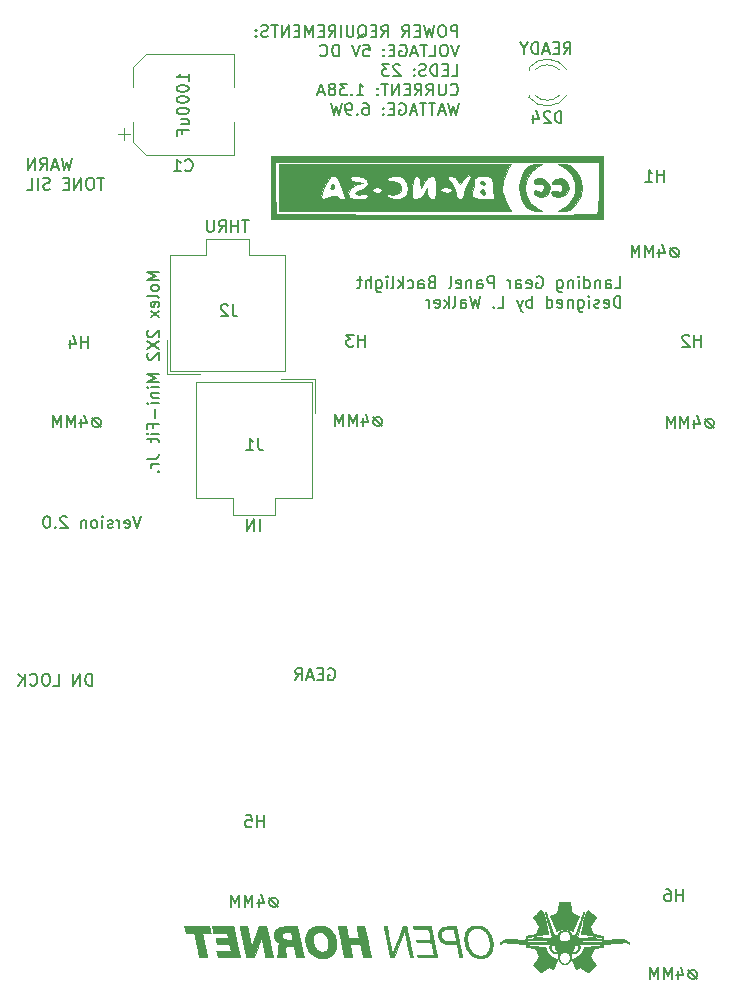
<source format=gbr>
%TF.GenerationSoftware,KiCad,Pcbnew,(5.1.6)-1*%
%TF.CreationDate,2020-12-21T16:45:17+11:00*%
%TF.ProjectId,Landing Gear Panel PCB V2,4c616e64-696e-4672-9047-656172205061,rev?*%
%TF.SameCoordinates,Original*%
%TF.FileFunction,Legend,Bot*%
%TF.FilePolarity,Positive*%
%FSLAX46Y46*%
G04 Gerber Fmt 4.6, Leading zero omitted, Abs format (unit mm)*
G04 Created by KiCad (PCBNEW (5.1.6)-1) date 2020-12-21 16:45:17*
%MOMM*%
%LPD*%
G01*
G04 APERTURE LIST*
%ADD10C,0.150000*%
%ADD11C,0.010000*%
%ADD12C,0.120000*%
G04 APERTURE END LIST*
D10*
X111812200Y-46502580D02*
X112145533Y-46026390D01*
X112383628Y-46502580D02*
X112383628Y-45502580D01*
X112002676Y-45502580D01*
X111907438Y-45550200D01*
X111859819Y-45597819D01*
X111812200Y-45693057D01*
X111812200Y-45835914D01*
X111859819Y-45931152D01*
X111907438Y-45978771D01*
X112002676Y-46026390D01*
X112383628Y-46026390D01*
X111383628Y-45978771D02*
X111050295Y-45978771D01*
X110907438Y-46502580D02*
X111383628Y-46502580D01*
X111383628Y-45502580D01*
X110907438Y-45502580D01*
X110526485Y-46216866D02*
X110050295Y-46216866D01*
X110621723Y-46502580D02*
X110288390Y-45502580D01*
X109955057Y-46502580D01*
X109621723Y-46502580D02*
X109621723Y-45502580D01*
X109383628Y-45502580D01*
X109240771Y-45550200D01*
X109145533Y-45645438D01*
X109097914Y-45740676D01*
X109050295Y-45931152D01*
X109050295Y-46074009D01*
X109097914Y-46264485D01*
X109145533Y-46359723D01*
X109240771Y-46454961D01*
X109383628Y-46502580D01*
X109621723Y-46502580D01*
X108431247Y-46026390D02*
X108431247Y-46502580D01*
X108764580Y-45502580D02*
X108431247Y-46026390D01*
X108097914Y-45502580D01*
X102814404Y-45052380D02*
X102814404Y-44052380D01*
X102433452Y-44052380D01*
X102338214Y-44100000D01*
X102290595Y-44147619D01*
X102242976Y-44242857D01*
X102242976Y-44385714D01*
X102290595Y-44480952D01*
X102338214Y-44528571D01*
X102433452Y-44576190D01*
X102814404Y-44576190D01*
X101623928Y-44052380D02*
X101433452Y-44052380D01*
X101338214Y-44100000D01*
X101242976Y-44195238D01*
X101195357Y-44385714D01*
X101195357Y-44719047D01*
X101242976Y-44909523D01*
X101338214Y-45004761D01*
X101433452Y-45052380D01*
X101623928Y-45052380D01*
X101719166Y-45004761D01*
X101814404Y-44909523D01*
X101862023Y-44719047D01*
X101862023Y-44385714D01*
X101814404Y-44195238D01*
X101719166Y-44100000D01*
X101623928Y-44052380D01*
X100862023Y-44052380D02*
X100623928Y-45052380D01*
X100433452Y-44338095D01*
X100242976Y-45052380D01*
X100004880Y-44052380D01*
X99623928Y-44528571D02*
X99290595Y-44528571D01*
X99147738Y-45052380D02*
X99623928Y-45052380D01*
X99623928Y-44052380D01*
X99147738Y-44052380D01*
X98147738Y-45052380D02*
X98481071Y-44576190D01*
X98719166Y-45052380D02*
X98719166Y-44052380D01*
X98338214Y-44052380D01*
X98242976Y-44100000D01*
X98195357Y-44147619D01*
X98147738Y-44242857D01*
X98147738Y-44385714D01*
X98195357Y-44480952D01*
X98242976Y-44528571D01*
X98338214Y-44576190D01*
X98719166Y-44576190D01*
X96385833Y-45052380D02*
X96719166Y-44576190D01*
X96957261Y-45052380D02*
X96957261Y-44052380D01*
X96576309Y-44052380D01*
X96481071Y-44100000D01*
X96433452Y-44147619D01*
X96385833Y-44242857D01*
X96385833Y-44385714D01*
X96433452Y-44480952D01*
X96481071Y-44528571D01*
X96576309Y-44576190D01*
X96957261Y-44576190D01*
X95957261Y-44528571D02*
X95623928Y-44528571D01*
X95481071Y-45052380D02*
X95957261Y-45052380D01*
X95957261Y-44052380D01*
X95481071Y-44052380D01*
X94385833Y-45147619D02*
X94481071Y-45100000D01*
X94576309Y-45004761D01*
X94719166Y-44861904D01*
X94814404Y-44814285D01*
X94909642Y-44814285D01*
X94862023Y-45052380D02*
X94957261Y-45004761D01*
X95052500Y-44909523D01*
X95100119Y-44719047D01*
X95100119Y-44385714D01*
X95052500Y-44195238D01*
X94957261Y-44100000D01*
X94862023Y-44052380D01*
X94671547Y-44052380D01*
X94576309Y-44100000D01*
X94481071Y-44195238D01*
X94433452Y-44385714D01*
X94433452Y-44719047D01*
X94481071Y-44909523D01*
X94576309Y-45004761D01*
X94671547Y-45052380D01*
X94862023Y-45052380D01*
X94004880Y-44052380D02*
X94004880Y-44861904D01*
X93957261Y-44957142D01*
X93909642Y-45004761D01*
X93814404Y-45052380D01*
X93623928Y-45052380D01*
X93528690Y-45004761D01*
X93481071Y-44957142D01*
X93433452Y-44861904D01*
X93433452Y-44052380D01*
X92957261Y-45052380D02*
X92957261Y-44052380D01*
X91909642Y-45052380D02*
X92242976Y-44576190D01*
X92481071Y-45052380D02*
X92481071Y-44052380D01*
X92100119Y-44052380D01*
X92004880Y-44100000D01*
X91957261Y-44147619D01*
X91909642Y-44242857D01*
X91909642Y-44385714D01*
X91957261Y-44480952D01*
X92004880Y-44528571D01*
X92100119Y-44576190D01*
X92481071Y-44576190D01*
X91481071Y-44528571D02*
X91147738Y-44528571D01*
X91004880Y-45052380D02*
X91481071Y-45052380D01*
X91481071Y-44052380D01*
X91004880Y-44052380D01*
X90576309Y-45052380D02*
X90576309Y-44052380D01*
X90242976Y-44766666D01*
X89909642Y-44052380D01*
X89909642Y-45052380D01*
X89433452Y-44528571D02*
X89100119Y-44528571D01*
X88957261Y-45052380D02*
X89433452Y-45052380D01*
X89433452Y-44052380D01*
X88957261Y-44052380D01*
X88528690Y-45052380D02*
X88528690Y-44052380D01*
X87957261Y-45052380D01*
X87957261Y-44052380D01*
X87623928Y-44052380D02*
X87052500Y-44052380D01*
X87338214Y-45052380D02*
X87338214Y-44052380D01*
X86766785Y-45004761D02*
X86623928Y-45052380D01*
X86385833Y-45052380D01*
X86290595Y-45004761D01*
X86242976Y-44957142D01*
X86195357Y-44861904D01*
X86195357Y-44766666D01*
X86242976Y-44671428D01*
X86290595Y-44623809D01*
X86385833Y-44576190D01*
X86576309Y-44528571D01*
X86671547Y-44480952D01*
X86719166Y-44433333D01*
X86766785Y-44338095D01*
X86766785Y-44242857D01*
X86719166Y-44147619D01*
X86671547Y-44100000D01*
X86576309Y-44052380D01*
X86338214Y-44052380D01*
X86195357Y-44100000D01*
X85766785Y-44957142D02*
X85719166Y-45004761D01*
X85766785Y-45052380D01*
X85814404Y-45004761D01*
X85766785Y-44957142D01*
X85766785Y-45052380D01*
X85766785Y-44433333D02*
X85719166Y-44480952D01*
X85766785Y-44528571D01*
X85814404Y-44480952D01*
X85766785Y-44433333D01*
X85766785Y-44528571D01*
X102957261Y-45702380D02*
X102623928Y-46702380D01*
X102290595Y-45702380D01*
X101766785Y-45702380D02*
X101576309Y-45702380D01*
X101481071Y-45750000D01*
X101385833Y-45845238D01*
X101338214Y-46035714D01*
X101338214Y-46369047D01*
X101385833Y-46559523D01*
X101481071Y-46654761D01*
X101576309Y-46702380D01*
X101766785Y-46702380D01*
X101862023Y-46654761D01*
X101957261Y-46559523D01*
X102004880Y-46369047D01*
X102004880Y-46035714D01*
X101957261Y-45845238D01*
X101862023Y-45750000D01*
X101766785Y-45702380D01*
X100433452Y-46702380D02*
X100909642Y-46702380D01*
X100909642Y-45702380D01*
X100242976Y-45702380D02*
X99671547Y-45702380D01*
X99957261Y-46702380D02*
X99957261Y-45702380D01*
X99385833Y-46416666D02*
X98909642Y-46416666D01*
X99481071Y-46702380D02*
X99147738Y-45702380D01*
X98814404Y-46702380D01*
X97957261Y-45750000D02*
X98052500Y-45702380D01*
X98195357Y-45702380D01*
X98338214Y-45750000D01*
X98433452Y-45845238D01*
X98481071Y-45940476D01*
X98528690Y-46130952D01*
X98528690Y-46273809D01*
X98481071Y-46464285D01*
X98433452Y-46559523D01*
X98338214Y-46654761D01*
X98195357Y-46702380D01*
X98100119Y-46702380D01*
X97957261Y-46654761D01*
X97909642Y-46607142D01*
X97909642Y-46273809D01*
X98100119Y-46273809D01*
X97481071Y-46178571D02*
X97147738Y-46178571D01*
X97004880Y-46702380D02*
X97481071Y-46702380D01*
X97481071Y-45702380D01*
X97004880Y-45702380D01*
X96576309Y-46607142D02*
X96528690Y-46654761D01*
X96576309Y-46702380D01*
X96623928Y-46654761D01*
X96576309Y-46607142D01*
X96576309Y-46702380D01*
X96576309Y-46083333D02*
X96528690Y-46130952D01*
X96576309Y-46178571D01*
X96623928Y-46130952D01*
X96576309Y-46083333D01*
X96576309Y-46178571D01*
X94862023Y-45702380D02*
X95338214Y-45702380D01*
X95385833Y-46178571D01*
X95338214Y-46130952D01*
X95242976Y-46083333D01*
X95004880Y-46083333D01*
X94909642Y-46130952D01*
X94862023Y-46178571D01*
X94814404Y-46273809D01*
X94814404Y-46511904D01*
X94862023Y-46607142D01*
X94909642Y-46654761D01*
X95004880Y-46702380D01*
X95242976Y-46702380D01*
X95338214Y-46654761D01*
X95385833Y-46607142D01*
X94528690Y-45702380D02*
X94195357Y-46702380D01*
X93862023Y-45702380D01*
X92766785Y-46702380D02*
X92766785Y-45702380D01*
X92528690Y-45702380D01*
X92385833Y-45750000D01*
X92290595Y-45845238D01*
X92242976Y-45940476D01*
X92195357Y-46130952D01*
X92195357Y-46273809D01*
X92242976Y-46464285D01*
X92290595Y-46559523D01*
X92385833Y-46654761D01*
X92528690Y-46702380D01*
X92766785Y-46702380D01*
X91195357Y-46607142D02*
X91242976Y-46654761D01*
X91385833Y-46702380D01*
X91481071Y-46702380D01*
X91623928Y-46654761D01*
X91719166Y-46559523D01*
X91766785Y-46464285D01*
X91814404Y-46273809D01*
X91814404Y-46130952D01*
X91766785Y-45940476D01*
X91719166Y-45845238D01*
X91623928Y-45750000D01*
X91481071Y-45702380D01*
X91385833Y-45702380D01*
X91242976Y-45750000D01*
X91195357Y-45797619D01*
X102338214Y-48352380D02*
X102814404Y-48352380D01*
X102814404Y-47352380D01*
X102004880Y-47828571D02*
X101671547Y-47828571D01*
X101528690Y-48352380D02*
X102004880Y-48352380D01*
X102004880Y-47352380D01*
X101528690Y-47352380D01*
X101100119Y-48352380D02*
X101100119Y-47352380D01*
X100862023Y-47352380D01*
X100719166Y-47400000D01*
X100623928Y-47495238D01*
X100576309Y-47590476D01*
X100528690Y-47780952D01*
X100528690Y-47923809D01*
X100576309Y-48114285D01*
X100623928Y-48209523D01*
X100719166Y-48304761D01*
X100862023Y-48352380D01*
X101100119Y-48352380D01*
X100147738Y-48304761D02*
X100004880Y-48352380D01*
X99766785Y-48352380D01*
X99671547Y-48304761D01*
X99623928Y-48257142D01*
X99576309Y-48161904D01*
X99576309Y-48066666D01*
X99623928Y-47971428D01*
X99671547Y-47923809D01*
X99766785Y-47876190D01*
X99957261Y-47828571D01*
X100052500Y-47780952D01*
X100100119Y-47733333D01*
X100147738Y-47638095D01*
X100147738Y-47542857D01*
X100100119Y-47447619D01*
X100052500Y-47400000D01*
X99957261Y-47352380D01*
X99719166Y-47352380D01*
X99576309Y-47400000D01*
X99147738Y-48257142D02*
X99100119Y-48304761D01*
X99147738Y-48352380D01*
X99195357Y-48304761D01*
X99147738Y-48257142D01*
X99147738Y-48352380D01*
X99147738Y-47733333D02*
X99100119Y-47780952D01*
X99147738Y-47828571D01*
X99195357Y-47780952D01*
X99147738Y-47733333D01*
X99147738Y-47828571D01*
X97957261Y-47447619D02*
X97909642Y-47400000D01*
X97814404Y-47352380D01*
X97576309Y-47352380D01*
X97481071Y-47400000D01*
X97433452Y-47447619D01*
X97385833Y-47542857D01*
X97385833Y-47638095D01*
X97433452Y-47780952D01*
X98004880Y-48352380D01*
X97385833Y-48352380D01*
X97052500Y-47352380D02*
X96433452Y-47352380D01*
X96766785Y-47733333D01*
X96623928Y-47733333D01*
X96528690Y-47780952D01*
X96481071Y-47828571D01*
X96433452Y-47923809D01*
X96433452Y-48161904D01*
X96481071Y-48257142D01*
X96528690Y-48304761D01*
X96623928Y-48352380D01*
X96909642Y-48352380D01*
X97004880Y-48304761D01*
X97052500Y-48257142D01*
X102242976Y-49907142D02*
X102290595Y-49954761D01*
X102433452Y-50002380D01*
X102528690Y-50002380D01*
X102671547Y-49954761D01*
X102766785Y-49859523D01*
X102814404Y-49764285D01*
X102862023Y-49573809D01*
X102862023Y-49430952D01*
X102814404Y-49240476D01*
X102766785Y-49145238D01*
X102671547Y-49050000D01*
X102528690Y-49002380D01*
X102433452Y-49002380D01*
X102290595Y-49050000D01*
X102242976Y-49097619D01*
X101814404Y-49002380D02*
X101814404Y-49811904D01*
X101766785Y-49907142D01*
X101719166Y-49954761D01*
X101623928Y-50002380D01*
X101433452Y-50002380D01*
X101338214Y-49954761D01*
X101290595Y-49907142D01*
X101242976Y-49811904D01*
X101242976Y-49002380D01*
X100195357Y-50002380D02*
X100528690Y-49526190D01*
X100766785Y-50002380D02*
X100766785Y-49002380D01*
X100385833Y-49002380D01*
X100290595Y-49050000D01*
X100242976Y-49097619D01*
X100195357Y-49192857D01*
X100195357Y-49335714D01*
X100242976Y-49430952D01*
X100290595Y-49478571D01*
X100385833Y-49526190D01*
X100766785Y-49526190D01*
X99195357Y-50002380D02*
X99528690Y-49526190D01*
X99766785Y-50002380D02*
X99766785Y-49002380D01*
X99385833Y-49002380D01*
X99290595Y-49050000D01*
X99242976Y-49097619D01*
X99195357Y-49192857D01*
X99195357Y-49335714D01*
X99242976Y-49430952D01*
X99290595Y-49478571D01*
X99385833Y-49526190D01*
X99766785Y-49526190D01*
X98766785Y-49478571D02*
X98433452Y-49478571D01*
X98290595Y-50002380D02*
X98766785Y-50002380D01*
X98766785Y-49002380D01*
X98290595Y-49002380D01*
X97862023Y-50002380D02*
X97862023Y-49002380D01*
X97290595Y-50002380D01*
X97290595Y-49002380D01*
X96957261Y-49002380D02*
X96385833Y-49002380D01*
X96671547Y-50002380D02*
X96671547Y-49002380D01*
X96052500Y-49907142D02*
X96004880Y-49954761D01*
X96052500Y-50002380D01*
X96100119Y-49954761D01*
X96052500Y-49907142D01*
X96052500Y-50002380D01*
X96052500Y-49383333D02*
X96004880Y-49430952D01*
X96052500Y-49478571D01*
X96100119Y-49430952D01*
X96052500Y-49383333D01*
X96052500Y-49478571D01*
X94290595Y-50002380D02*
X94862023Y-50002380D01*
X94576309Y-50002380D02*
X94576309Y-49002380D01*
X94671547Y-49145238D01*
X94766785Y-49240476D01*
X94862023Y-49288095D01*
X93862023Y-49907142D02*
X93814404Y-49954761D01*
X93862023Y-50002380D01*
X93909642Y-49954761D01*
X93862023Y-49907142D01*
X93862023Y-50002380D01*
X93481071Y-49002380D02*
X92862023Y-49002380D01*
X93195357Y-49383333D01*
X93052500Y-49383333D01*
X92957261Y-49430952D01*
X92909642Y-49478571D01*
X92862023Y-49573809D01*
X92862023Y-49811904D01*
X92909642Y-49907142D01*
X92957261Y-49954761D01*
X93052500Y-50002380D01*
X93338214Y-50002380D01*
X93433452Y-49954761D01*
X93481071Y-49907142D01*
X92290595Y-49430952D02*
X92385833Y-49383333D01*
X92433452Y-49335714D01*
X92481071Y-49240476D01*
X92481071Y-49192857D01*
X92433452Y-49097619D01*
X92385833Y-49050000D01*
X92290595Y-49002380D01*
X92100119Y-49002380D01*
X92004880Y-49050000D01*
X91957261Y-49097619D01*
X91909642Y-49192857D01*
X91909642Y-49240476D01*
X91957261Y-49335714D01*
X92004880Y-49383333D01*
X92100119Y-49430952D01*
X92290595Y-49430952D01*
X92385833Y-49478571D01*
X92433452Y-49526190D01*
X92481071Y-49621428D01*
X92481071Y-49811904D01*
X92433452Y-49907142D01*
X92385833Y-49954761D01*
X92290595Y-50002380D01*
X92100119Y-50002380D01*
X92004880Y-49954761D01*
X91957261Y-49907142D01*
X91909642Y-49811904D01*
X91909642Y-49621428D01*
X91957261Y-49526190D01*
X92004880Y-49478571D01*
X92100119Y-49430952D01*
X91528690Y-49716666D02*
X91052500Y-49716666D01*
X91623928Y-50002380D02*
X91290595Y-49002380D01*
X90957261Y-50002380D01*
X102909642Y-50652380D02*
X102671547Y-51652380D01*
X102481071Y-50938095D01*
X102290595Y-51652380D01*
X102052500Y-50652380D01*
X101719166Y-51366666D02*
X101242976Y-51366666D01*
X101814404Y-51652380D02*
X101481071Y-50652380D01*
X101147738Y-51652380D01*
X100957261Y-50652380D02*
X100385833Y-50652380D01*
X100671547Y-51652380D02*
X100671547Y-50652380D01*
X100195357Y-50652380D02*
X99623928Y-50652380D01*
X99909642Y-51652380D02*
X99909642Y-50652380D01*
X99338214Y-51366666D02*
X98862023Y-51366666D01*
X99433452Y-51652380D02*
X99100119Y-50652380D01*
X98766785Y-51652380D01*
X97909642Y-50700000D02*
X98004880Y-50652380D01*
X98147738Y-50652380D01*
X98290595Y-50700000D01*
X98385833Y-50795238D01*
X98433452Y-50890476D01*
X98481071Y-51080952D01*
X98481071Y-51223809D01*
X98433452Y-51414285D01*
X98385833Y-51509523D01*
X98290595Y-51604761D01*
X98147738Y-51652380D01*
X98052500Y-51652380D01*
X97909642Y-51604761D01*
X97862023Y-51557142D01*
X97862023Y-51223809D01*
X98052500Y-51223809D01*
X97433452Y-51128571D02*
X97100119Y-51128571D01*
X96957261Y-51652380D02*
X97433452Y-51652380D01*
X97433452Y-50652380D01*
X96957261Y-50652380D01*
X96528690Y-51557142D02*
X96481071Y-51604761D01*
X96528690Y-51652380D01*
X96576309Y-51604761D01*
X96528690Y-51557142D01*
X96528690Y-51652380D01*
X96528690Y-51033333D02*
X96481071Y-51080952D01*
X96528690Y-51128571D01*
X96576309Y-51080952D01*
X96528690Y-51033333D01*
X96528690Y-51128571D01*
X94862023Y-50652380D02*
X95052500Y-50652380D01*
X95147738Y-50700000D01*
X95195357Y-50747619D01*
X95290595Y-50890476D01*
X95338214Y-51080952D01*
X95338214Y-51461904D01*
X95290595Y-51557142D01*
X95242976Y-51604761D01*
X95147738Y-51652380D01*
X94957261Y-51652380D01*
X94862023Y-51604761D01*
X94814404Y-51557142D01*
X94766785Y-51461904D01*
X94766785Y-51223809D01*
X94814404Y-51128571D01*
X94862023Y-51080952D01*
X94957261Y-51033333D01*
X95147738Y-51033333D01*
X95242976Y-51080952D01*
X95290595Y-51128571D01*
X95338214Y-51223809D01*
X94338214Y-51557142D02*
X94290595Y-51604761D01*
X94338214Y-51652380D01*
X94385833Y-51604761D01*
X94338214Y-51557142D01*
X94338214Y-51652380D01*
X93814404Y-51652380D02*
X93623928Y-51652380D01*
X93528690Y-51604761D01*
X93481071Y-51557142D01*
X93385833Y-51414285D01*
X93338214Y-51223809D01*
X93338214Y-50842857D01*
X93385833Y-50747619D01*
X93433452Y-50700000D01*
X93528690Y-50652380D01*
X93719166Y-50652380D01*
X93814404Y-50700000D01*
X93862023Y-50747619D01*
X93909642Y-50842857D01*
X93909642Y-51080952D01*
X93862023Y-51176190D01*
X93814404Y-51223809D01*
X93719166Y-51271428D01*
X93528690Y-51271428D01*
X93433452Y-51223809D01*
X93385833Y-51176190D01*
X93338214Y-51080952D01*
X93004880Y-50652380D02*
X92766785Y-51652380D01*
X92576309Y-50938095D01*
X92385833Y-51652380D01*
X92147738Y-50652380D01*
X80055980Y-48750790D02*
X80055980Y-48179361D01*
X80055980Y-48465076D02*
X79055980Y-48465076D01*
X79198838Y-48369838D01*
X79294076Y-48274600D01*
X79341695Y-48179361D01*
X79055980Y-49369838D02*
X79055980Y-49465076D01*
X79103600Y-49560314D01*
X79151219Y-49607933D01*
X79246457Y-49655552D01*
X79436933Y-49703171D01*
X79675028Y-49703171D01*
X79865504Y-49655552D01*
X79960742Y-49607933D01*
X80008361Y-49560314D01*
X80055980Y-49465076D01*
X80055980Y-49369838D01*
X80008361Y-49274600D01*
X79960742Y-49226980D01*
X79865504Y-49179361D01*
X79675028Y-49131742D01*
X79436933Y-49131742D01*
X79246457Y-49179361D01*
X79151219Y-49226980D01*
X79103600Y-49274600D01*
X79055980Y-49369838D01*
X79055980Y-50322219D02*
X79055980Y-50417457D01*
X79103600Y-50512695D01*
X79151219Y-50560314D01*
X79246457Y-50607933D01*
X79436933Y-50655552D01*
X79675028Y-50655552D01*
X79865504Y-50607933D01*
X79960742Y-50560314D01*
X80008361Y-50512695D01*
X80055980Y-50417457D01*
X80055980Y-50322219D01*
X80008361Y-50226980D01*
X79960742Y-50179361D01*
X79865504Y-50131742D01*
X79675028Y-50084123D01*
X79436933Y-50084123D01*
X79246457Y-50131742D01*
X79151219Y-50179361D01*
X79103600Y-50226980D01*
X79055980Y-50322219D01*
X79055980Y-51274600D02*
X79055980Y-51369838D01*
X79103600Y-51465076D01*
X79151219Y-51512695D01*
X79246457Y-51560314D01*
X79436933Y-51607933D01*
X79675028Y-51607933D01*
X79865504Y-51560314D01*
X79960742Y-51512695D01*
X80008361Y-51465076D01*
X80055980Y-51369838D01*
X80055980Y-51274600D01*
X80008361Y-51179361D01*
X79960742Y-51131742D01*
X79865504Y-51084123D01*
X79675028Y-51036504D01*
X79436933Y-51036504D01*
X79246457Y-51084123D01*
X79151219Y-51131742D01*
X79103600Y-51179361D01*
X79055980Y-51274600D01*
X79389314Y-52465076D02*
X80055980Y-52465076D01*
X79389314Y-52036504D02*
X79913123Y-52036504D01*
X80008361Y-52084123D01*
X80055980Y-52179361D01*
X80055980Y-52322219D01*
X80008361Y-52417457D01*
X79960742Y-52465076D01*
X79532171Y-53274600D02*
X79532171Y-52941266D01*
X80055980Y-52941266D02*
X79055980Y-52941266D01*
X79055980Y-53417457D01*
X96176885Y-77262076D02*
X95986409Y-77262076D01*
X95795933Y-77357314D01*
X95700695Y-77547790D01*
X95700695Y-77738266D01*
X95795933Y-77928742D01*
X95986409Y-78023980D01*
X96176885Y-78023980D01*
X96367361Y-77928742D01*
X96462600Y-77738266D01*
X96462600Y-77547790D01*
X96367361Y-77357314D01*
X96176885Y-77262076D01*
X95700695Y-77262076D02*
X96462600Y-78023980D01*
X94795933Y-77357314D02*
X94795933Y-78023980D01*
X95034028Y-76976361D02*
X95272123Y-77690647D01*
X94653076Y-77690647D01*
X94272123Y-78023980D02*
X94272123Y-77023980D01*
X93938790Y-77738266D01*
X93605457Y-77023980D01*
X93605457Y-78023980D01*
X93129266Y-78023980D02*
X93129266Y-77023980D01*
X92795933Y-77738266D01*
X92462600Y-77023980D01*
X92462600Y-78023980D01*
X121272085Y-62911076D02*
X121081609Y-62911076D01*
X120891133Y-63006314D01*
X120795895Y-63196790D01*
X120795895Y-63387266D01*
X120891133Y-63577742D01*
X121081609Y-63672980D01*
X121272085Y-63672980D01*
X121462561Y-63577742D01*
X121557800Y-63387266D01*
X121557800Y-63196790D01*
X121462561Y-63006314D01*
X121272085Y-62911076D01*
X120795895Y-62911076D02*
X121557800Y-63672980D01*
X119891133Y-63006314D02*
X119891133Y-63672980D01*
X120129228Y-62625361D02*
X120367323Y-63339647D01*
X119748276Y-63339647D01*
X119367323Y-63672980D02*
X119367323Y-62672980D01*
X119033990Y-63387266D01*
X118700657Y-62672980D01*
X118700657Y-63672980D01*
X118224466Y-63672980D02*
X118224466Y-62672980D01*
X117891133Y-63387266D01*
X117557800Y-62672980D01*
X117557800Y-63672980D01*
X124269285Y-77363676D02*
X124078809Y-77363676D01*
X123888333Y-77458914D01*
X123793095Y-77649390D01*
X123793095Y-77839866D01*
X123888333Y-78030342D01*
X124078809Y-78125580D01*
X124269285Y-78125580D01*
X124459761Y-78030342D01*
X124555000Y-77839866D01*
X124555000Y-77649390D01*
X124459761Y-77458914D01*
X124269285Y-77363676D01*
X123793095Y-77363676D02*
X124555000Y-78125580D01*
X122888333Y-77458914D02*
X122888333Y-78125580D01*
X123126428Y-77077961D02*
X123364523Y-77792247D01*
X122745476Y-77792247D01*
X122364523Y-78125580D02*
X122364523Y-77125580D01*
X122031190Y-77839866D01*
X121697857Y-77125580D01*
X121697857Y-78125580D01*
X121221666Y-78125580D02*
X121221666Y-77125580D01*
X120888333Y-77839866D01*
X120555000Y-77125580D01*
X120555000Y-78125580D01*
X122846885Y-124074276D02*
X122656409Y-124074276D01*
X122465933Y-124169514D01*
X122370695Y-124359990D01*
X122370695Y-124550466D01*
X122465933Y-124740942D01*
X122656409Y-124836180D01*
X122846885Y-124836180D01*
X123037361Y-124740942D01*
X123132600Y-124550466D01*
X123132600Y-124359990D01*
X123037361Y-124169514D01*
X122846885Y-124074276D01*
X122370695Y-124074276D02*
X123132600Y-124836180D01*
X121465933Y-124169514D02*
X121465933Y-124836180D01*
X121704028Y-123788561D02*
X121942123Y-124502847D01*
X121323076Y-124502847D01*
X120942123Y-124836180D02*
X120942123Y-123836180D01*
X120608790Y-124550466D01*
X120275457Y-123836180D01*
X120275457Y-124836180D01*
X119799266Y-124836180D02*
X119799266Y-123836180D01*
X119465933Y-124550466D01*
X119132600Y-123836180D01*
X119132600Y-124836180D01*
X87363085Y-117927476D02*
X87172609Y-117927476D01*
X86982133Y-118022714D01*
X86886895Y-118213190D01*
X86886895Y-118403666D01*
X86982133Y-118594142D01*
X87172609Y-118689380D01*
X87363085Y-118689380D01*
X87553561Y-118594142D01*
X87648800Y-118403666D01*
X87648800Y-118213190D01*
X87553561Y-118022714D01*
X87363085Y-117927476D01*
X86886895Y-117927476D02*
X87648800Y-118689380D01*
X85982133Y-118022714D02*
X85982133Y-118689380D01*
X86220228Y-117641761D02*
X86458323Y-118356047D01*
X85839276Y-118356047D01*
X85458323Y-118689380D02*
X85458323Y-117689380D01*
X85124990Y-118403666D01*
X84791657Y-117689380D01*
X84791657Y-118689380D01*
X84315466Y-118689380D02*
X84315466Y-117689380D01*
X83982133Y-118403666D01*
X83648800Y-117689380D01*
X83648800Y-118689380D01*
X72326285Y-77312876D02*
X72135809Y-77312876D01*
X71945333Y-77408114D01*
X71850095Y-77598590D01*
X71850095Y-77789066D01*
X71945333Y-77979542D01*
X72135809Y-78074780D01*
X72326285Y-78074780D01*
X72516761Y-77979542D01*
X72612000Y-77789066D01*
X72612000Y-77598590D01*
X72516761Y-77408114D01*
X72326285Y-77312876D01*
X71850095Y-77312876D02*
X72612000Y-78074780D01*
X70945333Y-77408114D02*
X70945333Y-78074780D01*
X71183428Y-77027161D02*
X71421523Y-77741447D01*
X70802476Y-77741447D01*
X70421523Y-78074780D02*
X70421523Y-77074780D01*
X70088190Y-77789066D01*
X69754857Y-77074780D01*
X69754857Y-78074780D01*
X69278666Y-78074780D02*
X69278666Y-77074780D01*
X68945333Y-77789066D01*
X68612000Y-77074780D01*
X68612000Y-78074780D01*
X121919904Y-118232180D02*
X121919904Y-117232180D01*
X121919904Y-117708371D02*
X121348476Y-117708371D01*
X121348476Y-118232180D02*
X121348476Y-117232180D01*
X120443714Y-117232180D02*
X120634190Y-117232180D01*
X120729428Y-117279800D01*
X120777047Y-117327419D01*
X120872285Y-117470276D01*
X120919904Y-117660752D01*
X120919904Y-118041704D01*
X120872285Y-118136942D01*
X120824666Y-118184561D01*
X120729428Y-118232180D01*
X120538952Y-118232180D01*
X120443714Y-118184561D01*
X120396095Y-118136942D01*
X120348476Y-118041704D01*
X120348476Y-117803609D01*
X120396095Y-117708371D01*
X120443714Y-117660752D01*
X120538952Y-117613133D01*
X120729428Y-117613133D01*
X120824666Y-117660752D01*
X120872285Y-117708371D01*
X120919904Y-117803609D01*
X86410704Y-111958380D02*
X86410704Y-110958380D01*
X86410704Y-111434571D02*
X85839276Y-111434571D01*
X85839276Y-111958380D02*
X85839276Y-110958380D01*
X84886895Y-110958380D02*
X85363085Y-110958380D01*
X85410704Y-111434571D01*
X85363085Y-111386952D01*
X85267847Y-111339333D01*
X85029752Y-111339333D01*
X84934514Y-111386952D01*
X84886895Y-111434571D01*
X84839276Y-111529809D01*
X84839276Y-111767904D01*
X84886895Y-111863142D01*
X84934514Y-111910761D01*
X85029752Y-111958380D01*
X85267847Y-111958380D01*
X85363085Y-111910761D01*
X85410704Y-111863142D01*
X71526304Y-71369180D02*
X71526304Y-70369180D01*
X71526304Y-70845371D02*
X70954876Y-70845371D01*
X70954876Y-71369180D02*
X70954876Y-70369180D01*
X70050114Y-70702514D02*
X70050114Y-71369180D01*
X70288209Y-70321561D02*
X70526304Y-71035847D01*
X69907257Y-71035847D01*
X94995904Y-71267580D02*
X94995904Y-70267580D01*
X94995904Y-70743771D02*
X94424476Y-70743771D01*
X94424476Y-71267580D02*
X94424476Y-70267580D01*
X94043523Y-70267580D02*
X93424476Y-70267580D01*
X93757809Y-70648533D01*
X93614952Y-70648533D01*
X93519714Y-70696152D01*
X93472095Y-70743771D01*
X93424476Y-70839009D01*
X93424476Y-71077104D01*
X93472095Y-71172342D01*
X93519714Y-71219961D01*
X93614952Y-71267580D01*
X93900666Y-71267580D01*
X93995904Y-71219961D01*
X94043523Y-71172342D01*
X123443904Y-71267580D02*
X123443904Y-70267580D01*
X123443904Y-70743771D02*
X122872476Y-70743771D01*
X122872476Y-71267580D02*
X122872476Y-70267580D01*
X122443904Y-70362819D02*
X122396285Y-70315200D01*
X122301047Y-70267580D01*
X122062952Y-70267580D01*
X121967714Y-70315200D01*
X121920095Y-70362819D01*
X121872476Y-70458057D01*
X121872476Y-70553295D01*
X121920095Y-70696152D01*
X122491523Y-71267580D01*
X121872476Y-71267580D01*
X120294304Y-57297580D02*
X120294304Y-56297580D01*
X120294304Y-56773771D02*
X119722876Y-56773771D01*
X119722876Y-57297580D02*
X119722876Y-56297580D01*
X118722876Y-57297580D02*
X119294304Y-57297580D01*
X119008590Y-57297580D02*
X119008590Y-56297580D01*
X119103828Y-56440438D01*
X119199066Y-56535676D01*
X119294304Y-56583295D01*
X70152261Y-55327380D02*
X69914166Y-56327380D01*
X69723690Y-55613095D01*
X69533214Y-56327380D01*
X69295119Y-55327380D01*
X68961785Y-56041666D02*
X68485595Y-56041666D01*
X69057023Y-56327380D02*
X68723690Y-55327380D01*
X68390357Y-56327380D01*
X67485595Y-56327380D02*
X67818928Y-55851190D01*
X68057023Y-56327380D02*
X68057023Y-55327380D01*
X67676071Y-55327380D01*
X67580833Y-55375000D01*
X67533214Y-55422619D01*
X67485595Y-55517857D01*
X67485595Y-55660714D01*
X67533214Y-55755952D01*
X67580833Y-55803571D01*
X67676071Y-55851190D01*
X68057023Y-55851190D01*
X67057023Y-56327380D02*
X67057023Y-55327380D01*
X66485595Y-56327380D01*
X66485595Y-55327380D01*
X72914166Y-56977380D02*
X72342738Y-56977380D01*
X72628452Y-57977380D02*
X72628452Y-56977380D01*
X71818928Y-56977380D02*
X71628452Y-56977380D01*
X71533214Y-57025000D01*
X71437976Y-57120238D01*
X71390357Y-57310714D01*
X71390357Y-57644047D01*
X71437976Y-57834523D01*
X71533214Y-57929761D01*
X71628452Y-57977380D01*
X71818928Y-57977380D01*
X71914166Y-57929761D01*
X72009404Y-57834523D01*
X72057023Y-57644047D01*
X72057023Y-57310714D01*
X72009404Y-57120238D01*
X71914166Y-57025000D01*
X71818928Y-56977380D01*
X70961785Y-57977380D02*
X70961785Y-56977380D01*
X70390357Y-57977380D01*
X70390357Y-56977380D01*
X69914166Y-57453571D02*
X69580833Y-57453571D01*
X69437976Y-57977380D02*
X69914166Y-57977380D01*
X69914166Y-56977380D01*
X69437976Y-56977380D01*
X68295119Y-57929761D02*
X68152261Y-57977380D01*
X67914166Y-57977380D01*
X67818928Y-57929761D01*
X67771309Y-57882142D01*
X67723690Y-57786904D01*
X67723690Y-57691666D01*
X67771309Y-57596428D01*
X67818928Y-57548809D01*
X67914166Y-57501190D01*
X68104642Y-57453571D01*
X68199880Y-57405952D01*
X68247500Y-57358333D01*
X68295119Y-57263095D01*
X68295119Y-57167857D01*
X68247500Y-57072619D01*
X68199880Y-57025000D01*
X68104642Y-56977380D01*
X67866547Y-56977380D01*
X67723690Y-57025000D01*
X67295119Y-57977380D02*
X67295119Y-56977380D01*
X66342738Y-57977380D02*
X66818928Y-57977380D01*
X66818928Y-56977380D01*
X91898647Y-98560000D02*
X91993885Y-98512380D01*
X92136742Y-98512380D01*
X92279600Y-98560000D01*
X92374838Y-98655238D01*
X92422457Y-98750476D01*
X92470076Y-98940952D01*
X92470076Y-99083809D01*
X92422457Y-99274285D01*
X92374838Y-99369523D01*
X92279600Y-99464761D01*
X92136742Y-99512380D01*
X92041504Y-99512380D01*
X91898647Y-99464761D01*
X91851028Y-99417142D01*
X91851028Y-99083809D01*
X92041504Y-99083809D01*
X91422457Y-98988571D02*
X91089123Y-98988571D01*
X90946266Y-99512380D02*
X91422457Y-99512380D01*
X91422457Y-98512380D01*
X90946266Y-98512380D01*
X90565314Y-99226666D02*
X90089123Y-99226666D01*
X90660552Y-99512380D02*
X90327219Y-98512380D01*
X89993885Y-99512380D01*
X89089123Y-99512380D02*
X89422457Y-99036190D01*
X89660552Y-99512380D02*
X89660552Y-98512380D01*
X89279600Y-98512380D01*
X89184361Y-98560000D01*
X89136742Y-98607619D01*
X89089123Y-98702857D01*
X89089123Y-98845714D01*
X89136742Y-98940952D01*
X89184361Y-98988571D01*
X89279600Y-99036190D01*
X89660552Y-99036190D01*
X71878438Y-99969580D02*
X71878438Y-98969580D01*
X71640342Y-98969580D01*
X71497485Y-99017200D01*
X71402247Y-99112438D01*
X71354628Y-99207676D01*
X71307009Y-99398152D01*
X71307009Y-99541009D01*
X71354628Y-99731485D01*
X71402247Y-99826723D01*
X71497485Y-99921961D01*
X71640342Y-99969580D01*
X71878438Y-99969580D01*
X70878438Y-99969580D02*
X70878438Y-98969580D01*
X70307009Y-99969580D01*
X70307009Y-98969580D01*
X68592723Y-99969580D02*
X69068914Y-99969580D01*
X69068914Y-98969580D01*
X68068914Y-98969580D02*
X67878438Y-98969580D01*
X67783200Y-99017200D01*
X67687961Y-99112438D01*
X67640342Y-99302914D01*
X67640342Y-99636247D01*
X67687961Y-99826723D01*
X67783200Y-99921961D01*
X67878438Y-99969580D01*
X68068914Y-99969580D01*
X68164152Y-99921961D01*
X68259390Y-99826723D01*
X68307009Y-99636247D01*
X68307009Y-99302914D01*
X68259390Y-99112438D01*
X68164152Y-99017200D01*
X68068914Y-98969580D01*
X66640342Y-99874342D02*
X66687961Y-99921961D01*
X66830819Y-99969580D01*
X66926057Y-99969580D01*
X67068914Y-99921961D01*
X67164152Y-99826723D01*
X67211771Y-99731485D01*
X67259390Y-99541009D01*
X67259390Y-99398152D01*
X67211771Y-99207676D01*
X67164152Y-99112438D01*
X67068914Y-99017200D01*
X66926057Y-98969580D01*
X66830819Y-98969580D01*
X66687961Y-99017200D01*
X66640342Y-99064819D01*
X66211771Y-99969580D02*
X66211771Y-98969580D01*
X65640342Y-99969580D02*
X66068914Y-99398152D01*
X65640342Y-98969580D02*
X66211771Y-99541009D01*
X85133333Y-60552380D02*
X84561904Y-60552380D01*
X84847619Y-61552380D02*
X84847619Y-60552380D01*
X84228571Y-61552380D02*
X84228571Y-60552380D01*
X84228571Y-61028571D02*
X83657142Y-61028571D01*
X83657142Y-61552380D02*
X83657142Y-60552380D01*
X82609523Y-61552380D02*
X82942857Y-61076190D01*
X83180952Y-61552380D02*
X83180952Y-60552380D01*
X82800000Y-60552380D01*
X82704761Y-60600000D01*
X82657142Y-60647619D01*
X82609523Y-60742857D01*
X82609523Y-60885714D01*
X82657142Y-60980952D01*
X82704761Y-61028571D01*
X82800000Y-61076190D01*
X83180952Y-61076190D01*
X82180952Y-60552380D02*
X82180952Y-61361904D01*
X82133333Y-61457142D01*
X82085714Y-61504761D01*
X81990476Y-61552380D01*
X81800000Y-61552380D01*
X81704761Y-61504761D01*
X81657142Y-61457142D01*
X81609523Y-61361904D01*
X81609523Y-60552380D01*
X86073809Y-86852380D02*
X86073809Y-85852380D01*
X85597619Y-86852380D02*
X85597619Y-85852380D01*
X85026190Y-86852380D01*
X85026190Y-85852380D01*
X77552380Y-64947619D02*
X76552380Y-64947619D01*
X77266666Y-65280952D01*
X76552380Y-65614285D01*
X77552380Y-65614285D01*
X77552380Y-66233333D02*
X77504761Y-66138095D01*
X77457142Y-66090476D01*
X77361904Y-66042857D01*
X77076190Y-66042857D01*
X76980952Y-66090476D01*
X76933333Y-66138095D01*
X76885714Y-66233333D01*
X76885714Y-66376190D01*
X76933333Y-66471428D01*
X76980952Y-66519047D01*
X77076190Y-66566666D01*
X77361904Y-66566666D01*
X77457142Y-66519047D01*
X77504761Y-66471428D01*
X77552380Y-66376190D01*
X77552380Y-66233333D01*
X77552380Y-67138095D02*
X77504761Y-67042857D01*
X77409523Y-66995238D01*
X76552380Y-66995238D01*
X77504761Y-67900000D02*
X77552380Y-67804761D01*
X77552380Y-67614285D01*
X77504761Y-67519047D01*
X77409523Y-67471428D01*
X77028571Y-67471428D01*
X76933333Y-67519047D01*
X76885714Y-67614285D01*
X76885714Y-67804761D01*
X76933333Y-67900000D01*
X77028571Y-67947619D01*
X77123809Y-67947619D01*
X77219047Y-67471428D01*
X77552380Y-68280952D02*
X76885714Y-68804761D01*
X76885714Y-68280952D02*
X77552380Y-68804761D01*
X76647619Y-69900000D02*
X76600000Y-69947619D01*
X76552380Y-70042857D01*
X76552380Y-70280952D01*
X76600000Y-70376190D01*
X76647619Y-70423809D01*
X76742857Y-70471428D01*
X76838095Y-70471428D01*
X76980952Y-70423809D01*
X77552380Y-69852380D01*
X77552380Y-70471428D01*
X76552380Y-70804761D02*
X77552380Y-71471428D01*
X76552380Y-71471428D02*
X77552380Y-70804761D01*
X76647619Y-71804761D02*
X76600000Y-71852380D01*
X76552380Y-71947619D01*
X76552380Y-72185714D01*
X76600000Y-72280952D01*
X76647619Y-72328571D01*
X76742857Y-72376190D01*
X76838095Y-72376190D01*
X76980952Y-72328571D01*
X77552380Y-71757142D01*
X77552380Y-72376190D01*
X77552380Y-73566666D02*
X76552380Y-73566666D01*
X77266666Y-73900000D01*
X76552380Y-74233333D01*
X77552380Y-74233333D01*
X77552380Y-74709523D02*
X76885714Y-74709523D01*
X76552380Y-74709523D02*
X76600000Y-74661904D01*
X76647619Y-74709523D01*
X76600000Y-74757142D01*
X76552380Y-74709523D01*
X76647619Y-74709523D01*
X76885714Y-75185714D02*
X77552380Y-75185714D01*
X76980952Y-75185714D02*
X76933333Y-75233333D01*
X76885714Y-75328571D01*
X76885714Y-75471428D01*
X76933333Y-75566666D01*
X77028571Y-75614285D01*
X77552380Y-75614285D01*
X77552380Y-76090476D02*
X76885714Y-76090476D01*
X76552380Y-76090476D02*
X76600000Y-76042857D01*
X76647619Y-76090476D01*
X76600000Y-76138095D01*
X76552380Y-76090476D01*
X76647619Y-76090476D01*
X77171428Y-76566666D02*
X77171428Y-77328571D01*
X77028571Y-78138095D02*
X77028571Y-77804761D01*
X77552380Y-77804761D02*
X76552380Y-77804761D01*
X76552380Y-78280952D01*
X77552380Y-78661904D02*
X76885714Y-78661904D01*
X76552380Y-78661904D02*
X76600000Y-78614285D01*
X76647619Y-78661904D01*
X76600000Y-78709523D01*
X76552380Y-78661904D01*
X76647619Y-78661904D01*
X76885714Y-78995238D02*
X76885714Y-79376190D01*
X76552380Y-79138095D02*
X77409523Y-79138095D01*
X77504761Y-79185714D01*
X77552380Y-79280952D01*
X77552380Y-79376190D01*
X76552380Y-80757142D02*
X77266666Y-80757142D01*
X77409523Y-80709523D01*
X77504761Y-80614285D01*
X77552380Y-80471428D01*
X77552380Y-80376190D01*
X77552380Y-81233333D02*
X76885714Y-81233333D01*
X77076190Y-81233333D02*
X76980952Y-81280952D01*
X76933333Y-81328571D01*
X76885714Y-81423809D01*
X76885714Y-81519047D01*
X77457142Y-81852380D02*
X77504761Y-81900000D01*
X77552380Y-81852380D01*
X77504761Y-81804761D01*
X77457142Y-81852380D01*
X77552380Y-81852380D01*
X76047076Y-85634580D02*
X75713742Y-86634580D01*
X75380409Y-85634580D01*
X74666123Y-86586961D02*
X74761361Y-86634580D01*
X74951838Y-86634580D01*
X75047076Y-86586961D01*
X75094695Y-86491723D01*
X75094695Y-86110771D01*
X75047076Y-86015533D01*
X74951838Y-85967914D01*
X74761361Y-85967914D01*
X74666123Y-86015533D01*
X74618504Y-86110771D01*
X74618504Y-86206009D01*
X75094695Y-86301247D01*
X74189933Y-86634580D02*
X74189933Y-85967914D01*
X74189933Y-86158390D02*
X74142314Y-86063152D01*
X74094695Y-86015533D01*
X73999457Y-85967914D01*
X73904219Y-85967914D01*
X73618504Y-86586961D02*
X73523266Y-86634580D01*
X73332790Y-86634580D01*
X73237552Y-86586961D01*
X73189933Y-86491723D01*
X73189933Y-86444104D01*
X73237552Y-86348866D01*
X73332790Y-86301247D01*
X73475647Y-86301247D01*
X73570885Y-86253628D01*
X73618504Y-86158390D01*
X73618504Y-86110771D01*
X73570885Y-86015533D01*
X73475647Y-85967914D01*
X73332790Y-85967914D01*
X73237552Y-86015533D01*
X72761361Y-86634580D02*
X72761361Y-85967914D01*
X72761361Y-85634580D02*
X72808980Y-85682200D01*
X72761361Y-85729819D01*
X72713742Y-85682200D01*
X72761361Y-85634580D01*
X72761361Y-85729819D01*
X72142314Y-86634580D02*
X72237552Y-86586961D01*
X72285171Y-86539342D01*
X72332790Y-86444104D01*
X72332790Y-86158390D01*
X72285171Y-86063152D01*
X72237552Y-86015533D01*
X72142314Y-85967914D01*
X71999457Y-85967914D01*
X71904219Y-86015533D01*
X71856600Y-86063152D01*
X71808980Y-86158390D01*
X71808980Y-86444104D01*
X71856600Y-86539342D01*
X71904219Y-86586961D01*
X71999457Y-86634580D01*
X72142314Y-86634580D01*
X71380409Y-85967914D02*
X71380409Y-86634580D01*
X71380409Y-86063152D02*
X71332790Y-86015533D01*
X71237552Y-85967914D01*
X71094695Y-85967914D01*
X70999457Y-86015533D01*
X70951838Y-86110771D01*
X70951838Y-86634580D01*
X69761361Y-85729819D02*
X69713742Y-85682200D01*
X69618504Y-85634580D01*
X69380409Y-85634580D01*
X69285171Y-85682200D01*
X69237552Y-85729819D01*
X69189933Y-85825057D01*
X69189933Y-85920295D01*
X69237552Y-86063152D01*
X69808980Y-86634580D01*
X69189933Y-86634580D01*
X68761361Y-86539342D02*
X68713742Y-86586961D01*
X68761361Y-86634580D01*
X68808980Y-86586961D01*
X68761361Y-86539342D01*
X68761361Y-86634580D01*
X68094695Y-85634580D02*
X67999457Y-85634580D01*
X67904219Y-85682200D01*
X67856600Y-85729819D01*
X67808980Y-85825057D01*
X67761361Y-86015533D01*
X67761361Y-86253628D01*
X67808980Y-86444104D01*
X67856600Y-86539342D01*
X67904219Y-86586961D01*
X67999457Y-86634580D01*
X68094695Y-86634580D01*
X68189933Y-86586961D01*
X68237552Y-86539342D01*
X68285171Y-86444104D01*
X68332790Y-86253628D01*
X68332790Y-86015533D01*
X68285171Y-85825057D01*
X68237552Y-85729819D01*
X68189933Y-85682200D01*
X68094695Y-85634580D01*
X116138214Y-66327380D02*
X116614404Y-66327380D01*
X116614404Y-65327380D01*
X115376309Y-66327380D02*
X115376309Y-65803571D01*
X115423928Y-65708333D01*
X115519166Y-65660714D01*
X115709642Y-65660714D01*
X115804880Y-65708333D01*
X115376309Y-66279761D02*
X115471547Y-66327380D01*
X115709642Y-66327380D01*
X115804880Y-66279761D01*
X115852500Y-66184523D01*
X115852500Y-66089285D01*
X115804880Y-65994047D01*
X115709642Y-65946428D01*
X115471547Y-65946428D01*
X115376309Y-65898809D01*
X114900119Y-65660714D02*
X114900119Y-66327380D01*
X114900119Y-65755952D02*
X114852500Y-65708333D01*
X114757261Y-65660714D01*
X114614404Y-65660714D01*
X114519166Y-65708333D01*
X114471547Y-65803571D01*
X114471547Y-66327380D01*
X113566785Y-66327380D02*
X113566785Y-65327380D01*
X113566785Y-66279761D02*
X113662023Y-66327380D01*
X113852500Y-66327380D01*
X113947738Y-66279761D01*
X113995357Y-66232142D01*
X114042976Y-66136904D01*
X114042976Y-65851190D01*
X113995357Y-65755952D01*
X113947738Y-65708333D01*
X113852500Y-65660714D01*
X113662023Y-65660714D01*
X113566785Y-65708333D01*
X113090595Y-66327380D02*
X113090595Y-65660714D01*
X113090595Y-65327380D02*
X113138214Y-65375000D01*
X113090595Y-65422619D01*
X113042976Y-65375000D01*
X113090595Y-65327380D01*
X113090595Y-65422619D01*
X112614404Y-65660714D02*
X112614404Y-66327380D01*
X112614404Y-65755952D02*
X112566785Y-65708333D01*
X112471547Y-65660714D01*
X112328690Y-65660714D01*
X112233452Y-65708333D01*
X112185833Y-65803571D01*
X112185833Y-66327380D01*
X111281071Y-65660714D02*
X111281071Y-66470238D01*
X111328690Y-66565476D01*
X111376309Y-66613095D01*
X111471547Y-66660714D01*
X111614404Y-66660714D01*
X111709642Y-66613095D01*
X111281071Y-66279761D02*
X111376309Y-66327380D01*
X111566785Y-66327380D01*
X111662023Y-66279761D01*
X111709642Y-66232142D01*
X111757261Y-66136904D01*
X111757261Y-65851190D01*
X111709642Y-65755952D01*
X111662023Y-65708333D01*
X111566785Y-65660714D01*
X111376309Y-65660714D01*
X111281071Y-65708333D01*
X109519166Y-65375000D02*
X109614404Y-65327380D01*
X109757261Y-65327380D01*
X109900119Y-65375000D01*
X109995357Y-65470238D01*
X110042976Y-65565476D01*
X110090595Y-65755952D01*
X110090595Y-65898809D01*
X110042976Y-66089285D01*
X109995357Y-66184523D01*
X109900119Y-66279761D01*
X109757261Y-66327380D01*
X109662023Y-66327380D01*
X109519166Y-66279761D01*
X109471547Y-66232142D01*
X109471547Y-65898809D01*
X109662023Y-65898809D01*
X108662023Y-66279761D02*
X108757261Y-66327380D01*
X108947738Y-66327380D01*
X109042976Y-66279761D01*
X109090595Y-66184523D01*
X109090595Y-65803571D01*
X109042976Y-65708333D01*
X108947738Y-65660714D01*
X108757261Y-65660714D01*
X108662023Y-65708333D01*
X108614404Y-65803571D01*
X108614404Y-65898809D01*
X109090595Y-65994047D01*
X107757261Y-66327380D02*
X107757261Y-65803571D01*
X107804880Y-65708333D01*
X107900119Y-65660714D01*
X108090595Y-65660714D01*
X108185833Y-65708333D01*
X107757261Y-66279761D02*
X107852500Y-66327380D01*
X108090595Y-66327380D01*
X108185833Y-66279761D01*
X108233452Y-66184523D01*
X108233452Y-66089285D01*
X108185833Y-65994047D01*
X108090595Y-65946428D01*
X107852500Y-65946428D01*
X107757261Y-65898809D01*
X107281071Y-66327380D02*
X107281071Y-65660714D01*
X107281071Y-65851190D02*
X107233452Y-65755952D01*
X107185833Y-65708333D01*
X107090595Y-65660714D01*
X106995357Y-65660714D01*
X105900119Y-66327380D02*
X105900119Y-65327380D01*
X105519166Y-65327380D01*
X105423928Y-65375000D01*
X105376309Y-65422619D01*
X105328690Y-65517857D01*
X105328690Y-65660714D01*
X105376309Y-65755952D01*
X105423928Y-65803571D01*
X105519166Y-65851190D01*
X105900119Y-65851190D01*
X104471547Y-66327380D02*
X104471547Y-65803571D01*
X104519166Y-65708333D01*
X104614404Y-65660714D01*
X104804880Y-65660714D01*
X104900119Y-65708333D01*
X104471547Y-66279761D02*
X104566785Y-66327380D01*
X104804880Y-66327380D01*
X104900119Y-66279761D01*
X104947738Y-66184523D01*
X104947738Y-66089285D01*
X104900119Y-65994047D01*
X104804880Y-65946428D01*
X104566785Y-65946428D01*
X104471547Y-65898809D01*
X103995357Y-65660714D02*
X103995357Y-66327380D01*
X103995357Y-65755952D02*
X103947738Y-65708333D01*
X103852500Y-65660714D01*
X103709642Y-65660714D01*
X103614404Y-65708333D01*
X103566785Y-65803571D01*
X103566785Y-66327380D01*
X102709642Y-66279761D02*
X102804880Y-66327380D01*
X102995357Y-66327380D01*
X103090595Y-66279761D01*
X103138214Y-66184523D01*
X103138214Y-65803571D01*
X103090595Y-65708333D01*
X102995357Y-65660714D01*
X102804880Y-65660714D01*
X102709642Y-65708333D01*
X102662023Y-65803571D01*
X102662023Y-65898809D01*
X103138214Y-65994047D01*
X102090595Y-66327380D02*
X102185833Y-66279761D01*
X102233452Y-66184523D01*
X102233452Y-65327380D01*
X100614404Y-65803571D02*
X100471547Y-65851190D01*
X100423928Y-65898809D01*
X100376309Y-65994047D01*
X100376309Y-66136904D01*
X100423928Y-66232142D01*
X100471547Y-66279761D01*
X100566785Y-66327380D01*
X100947738Y-66327380D01*
X100947738Y-65327380D01*
X100614404Y-65327380D01*
X100519166Y-65375000D01*
X100471547Y-65422619D01*
X100423928Y-65517857D01*
X100423928Y-65613095D01*
X100471547Y-65708333D01*
X100519166Y-65755952D01*
X100614404Y-65803571D01*
X100947738Y-65803571D01*
X99519166Y-66327380D02*
X99519166Y-65803571D01*
X99566785Y-65708333D01*
X99662023Y-65660714D01*
X99852500Y-65660714D01*
X99947738Y-65708333D01*
X99519166Y-66279761D02*
X99614404Y-66327380D01*
X99852500Y-66327380D01*
X99947738Y-66279761D01*
X99995357Y-66184523D01*
X99995357Y-66089285D01*
X99947738Y-65994047D01*
X99852500Y-65946428D01*
X99614404Y-65946428D01*
X99519166Y-65898809D01*
X98614404Y-66279761D02*
X98709642Y-66327380D01*
X98900119Y-66327380D01*
X98995357Y-66279761D01*
X99042976Y-66232142D01*
X99090595Y-66136904D01*
X99090595Y-65851190D01*
X99042976Y-65755952D01*
X98995357Y-65708333D01*
X98900119Y-65660714D01*
X98709642Y-65660714D01*
X98614404Y-65708333D01*
X98185833Y-66327380D02*
X98185833Y-65327380D01*
X98090595Y-65946428D02*
X97804880Y-66327380D01*
X97804880Y-65660714D02*
X98185833Y-66041666D01*
X97233452Y-66327380D02*
X97328690Y-66279761D01*
X97376309Y-66184523D01*
X97376309Y-65327380D01*
X96852500Y-66327380D02*
X96852500Y-65660714D01*
X96852500Y-65327380D02*
X96900119Y-65375000D01*
X96852500Y-65422619D01*
X96804880Y-65375000D01*
X96852500Y-65327380D01*
X96852500Y-65422619D01*
X95947738Y-65660714D02*
X95947738Y-66470238D01*
X95995357Y-66565476D01*
X96042976Y-66613095D01*
X96138214Y-66660714D01*
X96281071Y-66660714D01*
X96376309Y-66613095D01*
X95947738Y-66279761D02*
X96042976Y-66327380D01*
X96233452Y-66327380D01*
X96328690Y-66279761D01*
X96376309Y-66232142D01*
X96423928Y-66136904D01*
X96423928Y-65851190D01*
X96376309Y-65755952D01*
X96328690Y-65708333D01*
X96233452Y-65660714D01*
X96042976Y-65660714D01*
X95947738Y-65708333D01*
X95471547Y-66327380D02*
X95471547Y-65327380D01*
X95042976Y-66327380D02*
X95042976Y-65803571D01*
X95090595Y-65708333D01*
X95185833Y-65660714D01*
X95328690Y-65660714D01*
X95423928Y-65708333D01*
X95471547Y-65755952D01*
X94709642Y-65660714D02*
X94328690Y-65660714D01*
X94566785Y-65327380D02*
X94566785Y-66184523D01*
X94519166Y-66279761D01*
X94423928Y-66327380D01*
X94328690Y-66327380D01*
X116614404Y-67977380D02*
X116614404Y-66977380D01*
X116376309Y-66977380D01*
X116233452Y-67025000D01*
X116138214Y-67120238D01*
X116090595Y-67215476D01*
X116042976Y-67405952D01*
X116042976Y-67548809D01*
X116090595Y-67739285D01*
X116138214Y-67834523D01*
X116233452Y-67929761D01*
X116376309Y-67977380D01*
X116614404Y-67977380D01*
X115233452Y-67929761D02*
X115328690Y-67977380D01*
X115519166Y-67977380D01*
X115614404Y-67929761D01*
X115662023Y-67834523D01*
X115662023Y-67453571D01*
X115614404Y-67358333D01*
X115519166Y-67310714D01*
X115328690Y-67310714D01*
X115233452Y-67358333D01*
X115185833Y-67453571D01*
X115185833Y-67548809D01*
X115662023Y-67644047D01*
X114804880Y-67929761D02*
X114709642Y-67977380D01*
X114519166Y-67977380D01*
X114423928Y-67929761D01*
X114376309Y-67834523D01*
X114376309Y-67786904D01*
X114423928Y-67691666D01*
X114519166Y-67644047D01*
X114662023Y-67644047D01*
X114757261Y-67596428D01*
X114804880Y-67501190D01*
X114804880Y-67453571D01*
X114757261Y-67358333D01*
X114662023Y-67310714D01*
X114519166Y-67310714D01*
X114423928Y-67358333D01*
X113947738Y-67977380D02*
X113947738Y-67310714D01*
X113947738Y-66977380D02*
X113995357Y-67025000D01*
X113947738Y-67072619D01*
X113900119Y-67025000D01*
X113947738Y-66977380D01*
X113947738Y-67072619D01*
X113042976Y-67310714D02*
X113042976Y-68120238D01*
X113090595Y-68215476D01*
X113138214Y-68263095D01*
X113233452Y-68310714D01*
X113376309Y-68310714D01*
X113471547Y-68263095D01*
X113042976Y-67929761D02*
X113138214Y-67977380D01*
X113328690Y-67977380D01*
X113423928Y-67929761D01*
X113471547Y-67882142D01*
X113519166Y-67786904D01*
X113519166Y-67501190D01*
X113471547Y-67405952D01*
X113423928Y-67358333D01*
X113328690Y-67310714D01*
X113138214Y-67310714D01*
X113042976Y-67358333D01*
X112566785Y-67310714D02*
X112566785Y-67977380D01*
X112566785Y-67405952D02*
X112519166Y-67358333D01*
X112423928Y-67310714D01*
X112281071Y-67310714D01*
X112185833Y-67358333D01*
X112138214Y-67453571D01*
X112138214Y-67977380D01*
X111281071Y-67929761D02*
X111376309Y-67977380D01*
X111566785Y-67977380D01*
X111662023Y-67929761D01*
X111709642Y-67834523D01*
X111709642Y-67453571D01*
X111662023Y-67358333D01*
X111566785Y-67310714D01*
X111376309Y-67310714D01*
X111281071Y-67358333D01*
X111233452Y-67453571D01*
X111233452Y-67548809D01*
X111709642Y-67644047D01*
X110376309Y-67977380D02*
X110376309Y-66977380D01*
X110376309Y-67929761D02*
X110471547Y-67977380D01*
X110662023Y-67977380D01*
X110757261Y-67929761D01*
X110804880Y-67882142D01*
X110852500Y-67786904D01*
X110852500Y-67501190D01*
X110804880Y-67405952D01*
X110757261Y-67358333D01*
X110662023Y-67310714D01*
X110471547Y-67310714D01*
X110376309Y-67358333D01*
X109138214Y-67977380D02*
X109138214Y-66977380D01*
X109138214Y-67358333D02*
X109042976Y-67310714D01*
X108852500Y-67310714D01*
X108757261Y-67358333D01*
X108709642Y-67405952D01*
X108662023Y-67501190D01*
X108662023Y-67786904D01*
X108709642Y-67882142D01*
X108757261Y-67929761D01*
X108852500Y-67977380D01*
X109042976Y-67977380D01*
X109138214Y-67929761D01*
X108328690Y-67310714D02*
X108090595Y-67977380D01*
X107852500Y-67310714D02*
X108090595Y-67977380D01*
X108185833Y-68215476D01*
X108233452Y-68263095D01*
X108328690Y-68310714D01*
X106233452Y-67977380D02*
X106709642Y-67977380D01*
X106709642Y-66977380D01*
X105900119Y-67882142D02*
X105852500Y-67929761D01*
X105900119Y-67977380D01*
X105947738Y-67929761D01*
X105900119Y-67882142D01*
X105900119Y-67977380D01*
X104757261Y-66977380D02*
X104519166Y-67977380D01*
X104328690Y-67263095D01*
X104138214Y-67977380D01*
X103900119Y-66977380D01*
X103090595Y-67977380D02*
X103090595Y-67453571D01*
X103138214Y-67358333D01*
X103233452Y-67310714D01*
X103423928Y-67310714D01*
X103519166Y-67358333D01*
X103090595Y-67929761D02*
X103185833Y-67977380D01*
X103423928Y-67977380D01*
X103519166Y-67929761D01*
X103566785Y-67834523D01*
X103566785Y-67739285D01*
X103519166Y-67644047D01*
X103423928Y-67596428D01*
X103185833Y-67596428D01*
X103090595Y-67548809D01*
X102471547Y-67977380D02*
X102566785Y-67929761D01*
X102614404Y-67834523D01*
X102614404Y-66977380D01*
X102090595Y-67977380D02*
X102090595Y-66977380D01*
X101995357Y-67596428D02*
X101709642Y-67977380D01*
X101709642Y-67310714D02*
X102090595Y-67691666D01*
X100900119Y-67929761D02*
X100995357Y-67977380D01*
X101185833Y-67977380D01*
X101281071Y-67929761D01*
X101328690Y-67834523D01*
X101328690Y-67453571D01*
X101281071Y-67358333D01*
X101185833Y-67310714D01*
X100995357Y-67310714D01*
X100900119Y-67358333D01*
X100852500Y-67453571D01*
X100852500Y-67548809D01*
X101328690Y-67644047D01*
X100423928Y-67977380D02*
X100423928Y-67310714D01*
X100423928Y-67501190D02*
X100376309Y-67405952D01*
X100328690Y-67358333D01*
X100233452Y-67310714D01*
X100138214Y-67310714D01*
D11*
%TO.C,G\u002A\u002A\u002A*%
G36*
X87020199Y-60491391D02*
G01*
X115111590Y-60491391D01*
X115111590Y-55613245D01*
X114775166Y-55613245D01*
X114775166Y-57771965D01*
X114766806Y-58592585D01*
X114743962Y-59288081D01*
X114709985Y-59791127D01*
X114668229Y-60034401D01*
X114662036Y-60043814D01*
X114480140Y-60060859D01*
X113987193Y-60076078D01*
X113208561Y-60089341D01*
X112169612Y-60100518D01*
X110895714Y-60109480D01*
X109412235Y-60116096D01*
X107744542Y-60120236D01*
X105918002Y-60121769D01*
X103957984Y-60120567D01*
X101889855Y-60116498D01*
X100994817Y-60113903D01*
X87440729Y-60070861D01*
X87393793Y-57842053D01*
X87346858Y-55613245D01*
X114775166Y-55613245D01*
X115111590Y-55613245D01*
X115111590Y-55108610D01*
X87020199Y-55108610D01*
X87020199Y-60491391D01*
G37*
X87020199Y-60491391D02*
X115111590Y-60491391D01*
X115111590Y-55613245D01*
X114775166Y-55613245D01*
X114775166Y-57771965D01*
X114766806Y-58592585D01*
X114743962Y-59288081D01*
X114709985Y-59791127D01*
X114668229Y-60034401D01*
X114662036Y-60043814D01*
X114480140Y-60060859D01*
X113987193Y-60076078D01*
X113208561Y-60089341D01*
X112169612Y-60100518D01*
X110895714Y-60109480D01*
X109412235Y-60116096D01*
X107744542Y-60120236D01*
X105918002Y-60121769D01*
X103957984Y-60120567D01*
X101889855Y-60116498D01*
X100994817Y-60113903D01*
X87440729Y-60070861D01*
X87393793Y-57842053D01*
X87346858Y-55613245D01*
X114775166Y-55613245D01*
X115111590Y-55613245D01*
X115111590Y-55108610D01*
X87020199Y-55108610D01*
X87020199Y-60491391D01*
G36*
X111932740Y-56165418D02*
G01*
X112506857Y-56725998D01*
X112808117Y-57415113D01*
X112812489Y-58159650D01*
X112703773Y-58511218D01*
X112367582Y-59040872D01*
X111909349Y-59461675D01*
X111883632Y-59477807D01*
X111326821Y-59817286D01*
X111858557Y-59817914D01*
X112363539Y-59704346D01*
X112808701Y-59321288D01*
X112811525Y-59317937D01*
X113262677Y-58548281D01*
X113394543Y-57728033D01*
X113207122Y-56912606D01*
X112811525Y-56282063D01*
X112352935Y-55890741D01*
X111875734Y-55781457D01*
X111361176Y-55781457D01*
X111932740Y-56165418D01*
G37*
X111932740Y-56165418D02*
X112506857Y-56725998D01*
X112808117Y-57415113D01*
X112812489Y-58159650D01*
X112703773Y-58511218D01*
X112367582Y-59040872D01*
X111909349Y-59461675D01*
X111883632Y-59477807D01*
X111326821Y-59817286D01*
X111858557Y-59817914D01*
X112363539Y-59704346D01*
X112808701Y-59321288D01*
X112811525Y-59317937D01*
X113262677Y-58548281D01*
X113394543Y-57728033D01*
X113207122Y-56912606D01*
X112811525Y-56282063D01*
X112352935Y-55890741D01*
X111875734Y-55781457D01*
X111361176Y-55781457D01*
X111932740Y-56165418D01*
G36*
X109397754Y-55820050D02*
G01*
X108833076Y-56007900D01*
X108420464Y-56424044D01*
X108159919Y-56997337D01*
X108051439Y-57656631D01*
X108095025Y-58330780D01*
X108290676Y-58948636D01*
X108638394Y-59439053D01*
X109138178Y-59730883D01*
X109397754Y-59777445D01*
X109981126Y-59820453D01*
X109520658Y-59562916D01*
X108964657Y-59080403D01*
X108648950Y-58442327D01*
X108573118Y-57728152D01*
X108736738Y-57017342D01*
X109139392Y-56389361D01*
X109539200Y-56056742D01*
X109981126Y-55774537D01*
X109397754Y-55820050D01*
G37*
X109397754Y-55820050D02*
X108833076Y-56007900D01*
X108420464Y-56424044D01*
X108159919Y-56997337D01*
X108051439Y-57656631D01*
X108095025Y-58330780D01*
X108290676Y-58948636D01*
X108638394Y-59439053D01*
X109138178Y-59730883D01*
X109397754Y-59777445D01*
X109981126Y-59820453D01*
X109520658Y-59562916D01*
X108964657Y-59080403D01*
X108648950Y-58442327D01*
X108573118Y-57728152D01*
X108736738Y-57017342D01*
X109139392Y-56389361D01*
X109539200Y-56056742D01*
X109981126Y-55774537D01*
X109397754Y-55820050D01*
G36*
X87693047Y-59818543D02*
G01*
X107328084Y-59818543D01*
X106919217Y-59019537D01*
X106848668Y-58809272D01*
X105876723Y-58809272D01*
X105209238Y-58809272D01*
X104708699Y-58784369D01*
X104324624Y-58722896D01*
X104275678Y-58707169D01*
X104065887Y-58485844D01*
X104014315Y-58157377D01*
X104147903Y-57902778D01*
X104155256Y-57898048D01*
X104237825Y-57683983D01*
X104221235Y-57391240D01*
X104227201Y-57059221D01*
X104438376Y-56916888D01*
X104005862Y-56916888D01*
X103908926Y-57125677D01*
X103680195Y-57454580D01*
X103673179Y-57463576D01*
X103431828Y-57917897D01*
X103340495Y-58346689D01*
X103272489Y-58697504D01*
X103038072Y-58808360D01*
X103000331Y-58809272D01*
X102744468Y-58719663D01*
X102661249Y-58398572D01*
X102660167Y-58346689D01*
X102586778Y-58024624D01*
X102323315Y-58024624D01*
X102208247Y-58199590D01*
X101931254Y-58283865D01*
X101585035Y-58210313D01*
X101363838Y-58022262D01*
X101359423Y-58010265D01*
X101447041Y-57850184D01*
X101808830Y-57800000D01*
X100981788Y-57800000D01*
X100968901Y-58364969D01*
X100913850Y-58670266D01*
X100792047Y-58792183D01*
X100656537Y-58809272D01*
X100383056Y-58685667D01*
X100270675Y-58346689D01*
X100210063Y-57884106D01*
X99980183Y-58346689D01*
X99658260Y-58727452D01*
X99348380Y-58809272D01*
X99123263Y-58787117D01*
X99009442Y-58667039D01*
X98977644Y-58368619D01*
X98993687Y-57931362D01*
X98626076Y-57931362D01*
X98538827Y-58380978D01*
X98332451Y-58631911D01*
X97963095Y-58746117D01*
X97500798Y-58763184D01*
X97079343Y-58693316D01*
X96832516Y-58546718D01*
X96818029Y-58516403D01*
X96825925Y-58496559D01*
X95269906Y-58496559D01*
X95150442Y-58697130D01*
X94894111Y-58785548D01*
X94470892Y-58807792D01*
X94028433Y-58770357D01*
X93757281Y-58692117D01*
X93320702Y-58692117D01*
X93265971Y-58792537D01*
X93089987Y-58809263D01*
X93073373Y-58809272D01*
X92801370Y-58738366D01*
X92739404Y-58641060D01*
X92604565Y-58501705D01*
X92281567Y-58487655D01*
X91892690Y-58594563D01*
X91735500Y-58676745D01*
X91422033Y-58806323D01*
X91296254Y-58679574D01*
X91356489Y-58287429D01*
X91559467Y-57721939D01*
X91843508Y-57128187D01*
X92098496Y-56835242D01*
X92244378Y-56790729D01*
X92438410Y-56804079D01*
X92581422Y-56888775D01*
X92721308Y-57111781D01*
X92905965Y-57540063D01*
X93062671Y-57934832D01*
X93253247Y-58431662D01*
X93320702Y-58692117D01*
X93757281Y-58692117D01*
X93714383Y-58679739D01*
X93658661Y-58631499D01*
X93586033Y-58238646D01*
X93775529Y-57853415D01*
X94166866Y-57579538D01*
X94293182Y-57539629D01*
X94842053Y-57404543D01*
X94295364Y-57339296D01*
X93868270Y-57213148D01*
X93736855Y-57025951D01*
X93897964Y-56858350D01*
X94316821Y-56790729D01*
X94834613Y-56894393D01*
X95144643Y-57150527D01*
X95229864Y-57476846D01*
X95073230Y-57791062D01*
X94657694Y-58010890D01*
X94573609Y-58030312D01*
X94237406Y-58152670D01*
X94172255Y-58309469D01*
X94174071Y-58312508D01*
X94409261Y-58413064D01*
X94773961Y-58385225D01*
X95144312Y-58366665D01*
X95269906Y-58496559D01*
X96825925Y-58496559D01*
X96871609Y-58381753D01*
X97194499Y-58396929D01*
X97234978Y-58404744D01*
X97714279Y-58381815D01*
X98012459Y-58135534D01*
X98022928Y-58052318D01*
X96440066Y-58052318D01*
X96293839Y-58255251D01*
X96019537Y-58304636D01*
X95681314Y-58216900D01*
X95599007Y-58052318D01*
X95745234Y-57849385D01*
X96019537Y-57800000D01*
X96357759Y-57887736D01*
X96440066Y-58052318D01*
X98022928Y-58052318D01*
X98063679Y-57728407D01*
X98040642Y-57639860D01*
X97865115Y-57390739D01*
X97491853Y-57299258D01*
X97339879Y-57295364D01*
X96919291Y-57246078D01*
X96814172Y-57096488D01*
X96817480Y-57085100D01*
X97034647Y-56896126D01*
X97436989Y-56821751D01*
X97892494Y-56864442D01*
X98269151Y-57026664D01*
X98306132Y-57057286D01*
X98547748Y-57444533D01*
X98626076Y-57931362D01*
X98993687Y-57931362D01*
X98996904Y-57843688D01*
X99051305Y-57261713D01*
X99152577Y-56945599D01*
X99323515Y-56825644D01*
X99330308Y-56824280D01*
X99542391Y-56878351D01*
X99650117Y-57186844D01*
X99667149Y-57327282D01*
X99721032Y-57884106D01*
X100019306Y-57337417D01*
X100329796Y-56937191D01*
X100649684Y-56790729D01*
X100835322Y-56828732D01*
X100935634Y-56993878D01*
X100975860Y-57362874D01*
X100981788Y-57800000D01*
X101808830Y-57800000D01*
X102216499Y-57858637D01*
X102323315Y-58024624D01*
X102586778Y-58024624D01*
X102552695Y-57875056D01*
X102327484Y-57463576D01*
X102057126Y-57068695D01*
X102030101Y-56859322D01*
X102243763Y-56791454D01*
X102287021Y-56790729D01*
X102598459Y-56922105D01*
X102804767Y-57145863D01*
X103026552Y-57500998D01*
X103275298Y-57145863D01*
X103530252Y-56902486D01*
X103805154Y-56786984D01*
X103985723Y-56835174D01*
X104005862Y-56916888D01*
X104438376Y-56916888D01*
X104472493Y-56893893D01*
X104563108Y-56868648D01*
X105059522Y-56806496D01*
X105380242Y-56818840D01*
X105606797Y-56885312D01*
X105733907Y-57059517D01*
X105798507Y-57426187D01*
X105826275Y-57842053D01*
X105876723Y-58809272D01*
X106848668Y-58809272D01*
X106622746Y-58135934D01*
X106655006Y-57262674D01*
X107017460Y-56367239D01*
X107040234Y-56328146D01*
X107362495Y-55781457D01*
X87693047Y-55781457D01*
X87693047Y-59818543D01*
G37*
X87693047Y-59818543D02*
X107328084Y-59818543D01*
X106919217Y-59019537D01*
X106848668Y-58809272D01*
X105876723Y-58809272D01*
X105209238Y-58809272D01*
X104708699Y-58784369D01*
X104324624Y-58722896D01*
X104275678Y-58707169D01*
X104065887Y-58485844D01*
X104014315Y-58157377D01*
X104147903Y-57902778D01*
X104155256Y-57898048D01*
X104237825Y-57683983D01*
X104221235Y-57391240D01*
X104227201Y-57059221D01*
X104438376Y-56916888D01*
X104005862Y-56916888D01*
X103908926Y-57125677D01*
X103680195Y-57454580D01*
X103673179Y-57463576D01*
X103431828Y-57917897D01*
X103340495Y-58346689D01*
X103272489Y-58697504D01*
X103038072Y-58808360D01*
X103000331Y-58809272D01*
X102744468Y-58719663D01*
X102661249Y-58398572D01*
X102660167Y-58346689D01*
X102586778Y-58024624D01*
X102323315Y-58024624D01*
X102208247Y-58199590D01*
X101931254Y-58283865D01*
X101585035Y-58210313D01*
X101363838Y-58022262D01*
X101359423Y-58010265D01*
X101447041Y-57850184D01*
X101808830Y-57800000D01*
X100981788Y-57800000D01*
X100968901Y-58364969D01*
X100913850Y-58670266D01*
X100792047Y-58792183D01*
X100656537Y-58809272D01*
X100383056Y-58685667D01*
X100270675Y-58346689D01*
X100210063Y-57884106D01*
X99980183Y-58346689D01*
X99658260Y-58727452D01*
X99348380Y-58809272D01*
X99123263Y-58787117D01*
X99009442Y-58667039D01*
X98977644Y-58368619D01*
X98993687Y-57931362D01*
X98626076Y-57931362D01*
X98538827Y-58380978D01*
X98332451Y-58631911D01*
X97963095Y-58746117D01*
X97500798Y-58763184D01*
X97079343Y-58693316D01*
X96832516Y-58546718D01*
X96818029Y-58516403D01*
X96825925Y-58496559D01*
X95269906Y-58496559D01*
X95150442Y-58697130D01*
X94894111Y-58785548D01*
X94470892Y-58807792D01*
X94028433Y-58770357D01*
X93757281Y-58692117D01*
X93320702Y-58692117D01*
X93265971Y-58792537D01*
X93089987Y-58809263D01*
X93073373Y-58809272D01*
X92801370Y-58738366D01*
X92739404Y-58641060D01*
X92604565Y-58501705D01*
X92281567Y-58487655D01*
X91892690Y-58594563D01*
X91735500Y-58676745D01*
X91422033Y-58806323D01*
X91296254Y-58679574D01*
X91356489Y-58287429D01*
X91559467Y-57721939D01*
X91843508Y-57128187D01*
X92098496Y-56835242D01*
X92244378Y-56790729D01*
X92438410Y-56804079D01*
X92581422Y-56888775D01*
X92721308Y-57111781D01*
X92905965Y-57540063D01*
X93062671Y-57934832D01*
X93253247Y-58431662D01*
X93320702Y-58692117D01*
X93757281Y-58692117D01*
X93714383Y-58679739D01*
X93658661Y-58631499D01*
X93586033Y-58238646D01*
X93775529Y-57853415D01*
X94166866Y-57579538D01*
X94293182Y-57539629D01*
X94842053Y-57404543D01*
X94295364Y-57339296D01*
X93868270Y-57213148D01*
X93736855Y-57025951D01*
X93897964Y-56858350D01*
X94316821Y-56790729D01*
X94834613Y-56894393D01*
X95144643Y-57150527D01*
X95229864Y-57476846D01*
X95073230Y-57791062D01*
X94657694Y-58010890D01*
X94573609Y-58030312D01*
X94237406Y-58152670D01*
X94172255Y-58309469D01*
X94174071Y-58312508D01*
X94409261Y-58413064D01*
X94773961Y-58385225D01*
X95144312Y-58366665D01*
X95269906Y-58496559D01*
X96825925Y-58496559D01*
X96871609Y-58381753D01*
X97194499Y-58396929D01*
X97234978Y-58404744D01*
X97714279Y-58381815D01*
X98012459Y-58135534D01*
X98022928Y-58052318D01*
X96440066Y-58052318D01*
X96293839Y-58255251D01*
X96019537Y-58304636D01*
X95681314Y-58216900D01*
X95599007Y-58052318D01*
X95745234Y-57849385D01*
X96019537Y-57800000D01*
X96357759Y-57887736D01*
X96440066Y-58052318D01*
X98022928Y-58052318D01*
X98063679Y-57728407D01*
X98040642Y-57639860D01*
X97865115Y-57390739D01*
X97491853Y-57299258D01*
X97339879Y-57295364D01*
X96919291Y-57246078D01*
X96814172Y-57096488D01*
X96817480Y-57085100D01*
X97034647Y-56896126D01*
X97436989Y-56821751D01*
X97892494Y-56864442D01*
X98269151Y-57026664D01*
X98306132Y-57057286D01*
X98547748Y-57444533D01*
X98626076Y-57931362D01*
X98993687Y-57931362D01*
X98996904Y-57843688D01*
X99051305Y-57261713D01*
X99152577Y-56945599D01*
X99323515Y-56825644D01*
X99330308Y-56824280D01*
X99542391Y-56878351D01*
X99650117Y-57186844D01*
X99667149Y-57327282D01*
X99721032Y-57884106D01*
X100019306Y-57337417D01*
X100329796Y-56937191D01*
X100649684Y-56790729D01*
X100835322Y-56828732D01*
X100935634Y-56993878D01*
X100975860Y-57362874D01*
X100981788Y-57800000D01*
X101808830Y-57800000D01*
X102216499Y-57858637D01*
X102323315Y-58024624D01*
X102586778Y-58024624D01*
X102552695Y-57875056D01*
X102327484Y-57463576D01*
X102057126Y-57068695D01*
X102030101Y-56859322D01*
X102243763Y-56791454D01*
X102287021Y-56790729D01*
X102598459Y-56922105D01*
X102804767Y-57145863D01*
X103026552Y-57500998D01*
X103275298Y-57145863D01*
X103530252Y-56902486D01*
X103805154Y-56786984D01*
X103985723Y-56835174D01*
X104005862Y-56916888D01*
X104438376Y-56916888D01*
X104472493Y-56893893D01*
X104563108Y-56868648D01*
X105059522Y-56806496D01*
X105380242Y-56818840D01*
X105606797Y-56885312D01*
X105733907Y-57059517D01*
X105798507Y-57426187D01*
X105826275Y-57842053D01*
X105876723Y-58809272D01*
X106848668Y-58809272D01*
X106622746Y-58135934D01*
X106655006Y-57262674D01*
X107017460Y-56367239D01*
X107040234Y-56328146D01*
X107362495Y-55781457D01*
X87693047Y-55781457D01*
X87693047Y-59818543D01*
G36*
X111274240Y-57047984D02*
G01*
X111148441Y-57101179D01*
X110857983Y-57312090D01*
X110846884Y-57487909D01*
X111095306Y-57540257D01*
X111240839Y-57512806D01*
X111568401Y-57548082D01*
X111676107Y-57688755D01*
X111711779Y-58047065D01*
X111525165Y-58205238D01*
X111242715Y-58136424D01*
X110945532Y-58077750D01*
X110776598Y-58196200D01*
X110819713Y-58398228D01*
X110926794Y-58489079D01*
X111424686Y-58630677D01*
X111896370Y-58457063D01*
X111987654Y-58376727D01*
X112229718Y-57944447D01*
X112145514Y-57493046D01*
X111914880Y-57210640D01*
X111602588Y-57007805D01*
X111274240Y-57047984D01*
G37*
X111274240Y-57047984D02*
X111148441Y-57101179D01*
X110857983Y-57312090D01*
X110846884Y-57487909D01*
X111095306Y-57540257D01*
X111240839Y-57512806D01*
X111568401Y-57548082D01*
X111676107Y-57688755D01*
X111711779Y-58047065D01*
X111525165Y-58205238D01*
X111242715Y-58136424D01*
X110945532Y-58077750D01*
X110776598Y-58196200D01*
X110819713Y-58398228D01*
X110926794Y-58489079D01*
X111424686Y-58630677D01*
X111896370Y-58457063D01*
X111987654Y-58376727D01*
X112229718Y-57944447D01*
X112145514Y-57493046D01*
X111914880Y-57210640D01*
X111602588Y-57007805D01*
X111274240Y-57047984D01*
G36*
X109609541Y-57010711D02*
G01*
X109412887Y-57110922D01*
X109261923Y-57318912D01*
X109368230Y-57491362D01*
X109658847Y-57528492D01*
X109709991Y-57517236D01*
X110046354Y-57543754D01*
X110176763Y-57770082D01*
X110057395Y-58061761D01*
X109814811Y-58213551D01*
X109637360Y-58130330D01*
X109404981Y-58047448D01*
X109301703Y-58147063D01*
X109298801Y-58377771D01*
X109524607Y-58549774D01*
X109872060Y-58625295D01*
X110234096Y-58566559D01*
X110336931Y-58512325D01*
X110611880Y-58156606D01*
X110633476Y-57703970D01*
X110410260Y-57303969D01*
X109997636Y-57006697D01*
X109609541Y-57010711D01*
G37*
X109609541Y-57010711D02*
X109412887Y-57110922D01*
X109261923Y-57318912D01*
X109368230Y-57491362D01*
X109658847Y-57528492D01*
X109709991Y-57517236D01*
X110046354Y-57543754D01*
X110176763Y-57770082D01*
X110057395Y-58061761D01*
X109814811Y-58213551D01*
X109637360Y-58130330D01*
X109404981Y-58047448D01*
X109301703Y-58147063D01*
X109298801Y-58377771D01*
X109524607Y-58549774D01*
X109872060Y-58625295D01*
X110234096Y-58566559D01*
X110336931Y-58512325D01*
X110611880Y-58156606D01*
X110633476Y-57703970D01*
X110410260Y-57303969D01*
X109997636Y-57006697D01*
X109609541Y-57010711D01*
G36*
X104724567Y-58066017D02*
G01*
X104720999Y-58167964D01*
X104888428Y-58390099D01*
X105089991Y-58418342D01*
X105187086Y-58234548D01*
X105051650Y-58002828D01*
X104920751Y-57968212D01*
X104724567Y-58066017D01*
G37*
X104724567Y-58066017D02*
X104720999Y-58167964D01*
X104888428Y-58390099D01*
X105089991Y-58418342D01*
X105187086Y-58234548D01*
X105051650Y-58002828D01*
X104920751Y-57968212D01*
X104724567Y-58066017D01*
G36*
X104750732Y-57376912D02*
G01*
X104766556Y-57463576D01*
X104981608Y-57625372D01*
X105028802Y-57631788D01*
X105182556Y-57503486D01*
X105187086Y-57463576D01*
X105050168Y-57315951D01*
X104924841Y-57295364D01*
X104750732Y-57376912D01*
G37*
X104750732Y-57376912D02*
X104766556Y-57463576D01*
X104981608Y-57625372D01*
X105028802Y-57631788D01*
X105182556Y-57503486D01*
X105187086Y-57463576D01*
X105050168Y-57315951D01*
X104924841Y-57295364D01*
X104750732Y-57376912D01*
G36*
X92234768Y-57547682D02*
G01*
X92072973Y-57762734D01*
X92066556Y-57809928D01*
X92194859Y-57963682D01*
X92234768Y-57968212D01*
X92382393Y-57831294D01*
X92402980Y-57705967D01*
X92321433Y-57531858D01*
X92234768Y-57547682D01*
G37*
X92234768Y-57547682D02*
X92072973Y-57762734D01*
X92066556Y-57809928D01*
X92194859Y-57963682D01*
X92234768Y-57968212D01*
X92382393Y-57831294D01*
X92402980Y-57705967D01*
X92321433Y-57531858D01*
X92234768Y-57547682D01*
G36*
X111903369Y-118328200D02*
G01*
X111882688Y-118328200D01*
X111812855Y-118328208D01*
X111750993Y-118328239D01*
X111696606Y-118328300D01*
X111649199Y-118328399D01*
X111608276Y-118328545D01*
X111573342Y-118328745D01*
X111543900Y-118329007D01*
X111519455Y-118329340D01*
X111499511Y-118329750D01*
X111483573Y-118330247D01*
X111471145Y-118330838D01*
X111461732Y-118331531D01*
X111454837Y-118332334D01*
X111449965Y-118333255D01*
X111446620Y-118334302D01*
X111444689Y-118335249D01*
X111434710Y-118343377D01*
X111428222Y-118352247D01*
X111426830Y-118357723D01*
X111424010Y-118370952D01*
X111419871Y-118391365D01*
X111414524Y-118418389D01*
X111408079Y-118451454D01*
X111400646Y-118489987D01*
X111392334Y-118533417D01*
X111383253Y-118581174D01*
X111373514Y-118632685D01*
X111363226Y-118687379D01*
X111352499Y-118744684D01*
X111345218Y-118783738D01*
X111334244Y-118842492D01*
X111323613Y-118899035D01*
X111313434Y-118952792D01*
X111303822Y-119003190D01*
X111294887Y-119049656D01*
X111286741Y-119091614D01*
X111279496Y-119128491D01*
X111273264Y-119159714D01*
X111268156Y-119184708D01*
X111264285Y-119202901D01*
X111261762Y-119213717D01*
X111260893Y-119216531D01*
X111253192Y-119227974D01*
X111245110Y-119236867D01*
X111240099Y-119239525D01*
X111227996Y-119245066D01*
X111209550Y-119253179D01*
X111185513Y-119263553D01*
X111156633Y-119275877D01*
X111123659Y-119289840D01*
X111087342Y-119305132D01*
X111048430Y-119321441D01*
X111007674Y-119338456D01*
X110965823Y-119355867D01*
X110923627Y-119373362D01*
X110881835Y-119390630D01*
X110841196Y-119407362D01*
X110802461Y-119423244D01*
X110766379Y-119437968D01*
X110733699Y-119451221D01*
X110705172Y-119462693D01*
X110681546Y-119472073D01*
X110663571Y-119479050D01*
X110651997Y-119483313D01*
X110648134Y-119484510D01*
X110647729Y-119485948D01*
X110648608Y-119490046D01*
X110650905Y-119497115D01*
X110654757Y-119507469D01*
X110660300Y-119521418D01*
X110667668Y-119539276D01*
X110676999Y-119561355D01*
X110688428Y-119587968D01*
X110702089Y-119619425D01*
X110718121Y-119656041D01*
X110736657Y-119698127D01*
X110757834Y-119745995D01*
X110781787Y-119799958D01*
X110808653Y-119860328D01*
X110838567Y-119927418D01*
X110871664Y-120001539D01*
X110908081Y-120083005D01*
X110915616Y-120099849D01*
X110946196Y-120168203D01*
X110975867Y-120234495D01*
X111004441Y-120298311D01*
X111031733Y-120359234D01*
X111057554Y-120416847D01*
X111081719Y-120470736D01*
X111104040Y-120520484D01*
X111124331Y-120565675D01*
X111142405Y-120605892D01*
X111158075Y-120640721D01*
X111171155Y-120669745D01*
X111181457Y-120692547D01*
X111188796Y-120708713D01*
X111192983Y-120717825D01*
X111193918Y-120719755D01*
X111196548Y-120721791D01*
X111201824Y-120722206D01*
X111210943Y-120720775D01*
X111225101Y-120717272D01*
X111245495Y-120711472D01*
X111258753Y-120707536D01*
X111319596Y-120690097D01*
X111384792Y-120672808D01*
X111452218Y-120656163D01*
X111519751Y-120640653D01*
X111585266Y-120626770D01*
X111646641Y-120615004D01*
X111690266Y-120607616D01*
X111715675Y-120604511D01*
X111747841Y-120601971D01*
X111785073Y-120600018D01*
X111825680Y-120598671D01*
X111867971Y-120597951D01*
X111910253Y-120597879D01*
X111950837Y-120598476D01*
X111988029Y-120599762D01*
X112020140Y-120601758D01*
X112036909Y-120603379D01*
X112085418Y-120609963D01*
X112140219Y-120619129D01*
X112199665Y-120630518D01*
X112262109Y-120643768D01*
X112325905Y-120658518D01*
X112389405Y-120674407D01*
X112450964Y-120691074D01*
X112493709Y-120703519D01*
X112516595Y-120710347D01*
X112536629Y-120716215D01*
X112552418Y-120720723D01*
X112562572Y-120723475D01*
X112565676Y-120724144D01*
X112567674Y-120720318D01*
X112572870Y-120709141D01*
X112581081Y-120691026D01*
X112592125Y-120666386D01*
X112605820Y-120635633D01*
X112621984Y-120599181D01*
X112640436Y-120557441D01*
X112660992Y-120510826D01*
X112683472Y-120459749D01*
X112707692Y-120404622D01*
X112733472Y-120345858D01*
X112760629Y-120283870D01*
X112788980Y-120219071D01*
X112818345Y-120151872D01*
X112837500Y-120107992D01*
X112867422Y-120039407D01*
X112896423Y-119972901D01*
X112924323Y-119908892D01*
X112950940Y-119847796D01*
X112976093Y-119790030D01*
X112999601Y-119736010D01*
X113021283Y-119686155D01*
X113040958Y-119640879D01*
X113058444Y-119600600D01*
X113073561Y-119565735D01*
X113086127Y-119536701D01*
X113095962Y-119513913D01*
X113102884Y-119497789D01*
X113106712Y-119488746D01*
X113107453Y-119486873D01*
X113103807Y-119484322D01*
X113092662Y-119478798D01*
X113074386Y-119470459D01*
X113049346Y-119459463D01*
X113017912Y-119445967D01*
X112980449Y-119430129D01*
X112937328Y-119412107D01*
X112888914Y-119392057D01*
X112835576Y-119370139D01*
X112823965Y-119365387D01*
X112777089Y-119346172D01*
X112732270Y-119327712D01*
X112690162Y-119310281D01*
X112651420Y-119294155D01*
X112616697Y-119279609D01*
X112586647Y-119266917D01*
X112561924Y-119256355D01*
X112543183Y-119248196D01*
X112531076Y-119242716D01*
X112526495Y-119240373D01*
X112515657Y-119230466D01*
X112506664Y-119218028D01*
X112506158Y-119217068D01*
X112504185Y-119210543D01*
X112500795Y-119196080D01*
X112496065Y-119174076D01*
X112490072Y-119144927D01*
X112482894Y-119109029D01*
X112474609Y-119066779D01*
X112465295Y-119018573D01*
X112455030Y-118964806D01*
X112443890Y-118905876D01*
X112431954Y-118842178D01*
X112420322Y-118779623D01*
X112409406Y-118720864D01*
X112398860Y-118664373D01*
X112388791Y-118610718D01*
X112379309Y-118560466D01*
X112370522Y-118514183D01*
X112362539Y-118472436D01*
X112355469Y-118435794D01*
X112349421Y-118404823D01*
X112344502Y-118380090D01*
X112340823Y-118362162D01*
X112338492Y-118351606D01*
X112337730Y-118348925D01*
X112336001Y-118345613D01*
X112334239Y-118342674D01*
X112331957Y-118340085D01*
X112328666Y-118337825D01*
X112323879Y-118335871D01*
X112317107Y-118334200D01*
X112307863Y-118332791D01*
X112295657Y-118331621D01*
X112280003Y-118330669D01*
X112260411Y-118329911D01*
X112236394Y-118329327D01*
X112207464Y-118328892D01*
X112173133Y-118328586D01*
X112132911Y-118328385D01*
X112086313Y-118328269D01*
X112032848Y-118328214D01*
X111972030Y-118328199D01*
X111903369Y-118328200D01*
G37*
X111903369Y-118328200D02*
X111882688Y-118328200D01*
X111812855Y-118328208D01*
X111750993Y-118328239D01*
X111696606Y-118328300D01*
X111649199Y-118328399D01*
X111608276Y-118328545D01*
X111573342Y-118328745D01*
X111543900Y-118329007D01*
X111519455Y-118329340D01*
X111499511Y-118329750D01*
X111483573Y-118330247D01*
X111471145Y-118330838D01*
X111461732Y-118331531D01*
X111454837Y-118332334D01*
X111449965Y-118333255D01*
X111446620Y-118334302D01*
X111444689Y-118335249D01*
X111434710Y-118343377D01*
X111428222Y-118352247D01*
X111426830Y-118357723D01*
X111424010Y-118370952D01*
X111419871Y-118391365D01*
X111414524Y-118418389D01*
X111408079Y-118451454D01*
X111400646Y-118489987D01*
X111392334Y-118533417D01*
X111383253Y-118581174D01*
X111373514Y-118632685D01*
X111363226Y-118687379D01*
X111352499Y-118744684D01*
X111345218Y-118783738D01*
X111334244Y-118842492D01*
X111323613Y-118899035D01*
X111313434Y-118952792D01*
X111303822Y-119003190D01*
X111294887Y-119049656D01*
X111286741Y-119091614D01*
X111279496Y-119128491D01*
X111273264Y-119159714D01*
X111268156Y-119184708D01*
X111264285Y-119202901D01*
X111261762Y-119213717D01*
X111260893Y-119216531D01*
X111253192Y-119227974D01*
X111245110Y-119236867D01*
X111240099Y-119239525D01*
X111227996Y-119245066D01*
X111209550Y-119253179D01*
X111185513Y-119263553D01*
X111156633Y-119275877D01*
X111123659Y-119289840D01*
X111087342Y-119305132D01*
X111048430Y-119321441D01*
X111007674Y-119338456D01*
X110965823Y-119355867D01*
X110923627Y-119373362D01*
X110881835Y-119390630D01*
X110841196Y-119407362D01*
X110802461Y-119423244D01*
X110766379Y-119437968D01*
X110733699Y-119451221D01*
X110705172Y-119462693D01*
X110681546Y-119472073D01*
X110663571Y-119479050D01*
X110651997Y-119483313D01*
X110648134Y-119484510D01*
X110647729Y-119485948D01*
X110648608Y-119490046D01*
X110650905Y-119497115D01*
X110654757Y-119507469D01*
X110660300Y-119521418D01*
X110667668Y-119539276D01*
X110676999Y-119561355D01*
X110688428Y-119587968D01*
X110702089Y-119619425D01*
X110718121Y-119656041D01*
X110736657Y-119698127D01*
X110757834Y-119745995D01*
X110781787Y-119799958D01*
X110808653Y-119860328D01*
X110838567Y-119927418D01*
X110871664Y-120001539D01*
X110908081Y-120083005D01*
X110915616Y-120099849D01*
X110946196Y-120168203D01*
X110975867Y-120234495D01*
X111004441Y-120298311D01*
X111031733Y-120359234D01*
X111057554Y-120416847D01*
X111081719Y-120470736D01*
X111104040Y-120520484D01*
X111124331Y-120565675D01*
X111142405Y-120605892D01*
X111158075Y-120640721D01*
X111171155Y-120669745D01*
X111181457Y-120692547D01*
X111188796Y-120708713D01*
X111192983Y-120717825D01*
X111193918Y-120719755D01*
X111196548Y-120721791D01*
X111201824Y-120722206D01*
X111210943Y-120720775D01*
X111225101Y-120717272D01*
X111245495Y-120711472D01*
X111258753Y-120707536D01*
X111319596Y-120690097D01*
X111384792Y-120672808D01*
X111452218Y-120656163D01*
X111519751Y-120640653D01*
X111585266Y-120626770D01*
X111646641Y-120615004D01*
X111690266Y-120607616D01*
X111715675Y-120604511D01*
X111747841Y-120601971D01*
X111785073Y-120600018D01*
X111825680Y-120598671D01*
X111867971Y-120597951D01*
X111910253Y-120597879D01*
X111950837Y-120598476D01*
X111988029Y-120599762D01*
X112020140Y-120601758D01*
X112036909Y-120603379D01*
X112085418Y-120609963D01*
X112140219Y-120619129D01*
X112199665Y-120630518D01*
X112262109Y-120643768D01*
X112325905Y-120658518D01*
X112389405Y-120674407D01*
X112450964Y-120691074D01*
X112493709Y-120703519D01*
X112516595Y-120710347D01*
X112536629Y-120716215D01*
X112552418Y-120720723D01*
X112562572Y-120723475D01*
X112565676Y-120724144D01*
X112567674Y-120720318D01*
X112572870Y-120709141D01*
X112581081Y-120691026D01*
X112592125Y-120666386D01*
X112605820Y-120635633D01*
X112621984Y-120599181D01*
X112640436Y-120557441D01*
X112660992Y-120510826D01*
X112683472Y-120459749D01*
X112707692Y-120404622D01*
X112733472Y-120345858D01*
X112760629Y-120283870D01*
X112788980Y-120219071D01*
X112818345Y-120151872D01*
X112837500Y-120107992D01*
X112867422Y-120039407D01*
X112896423Y-119972901D01*
X112924323Y-119908892D01*
X112950940Y-119847796D01*
X112976093Y-119790030D01*
X112999601Y-119736010D01*
X113021283Y-119686155D01*
X113040958Y-119640879D01*
X113058444Y-119600600D01*
X113073561Y-119565735D01*
X113086127Y-119536701D01*
X113095962Y-119513913D01*
X113102884Y-119497789D01*
X113106712Y-119488746D01*
X113107453Y-119486873D01*
X113103807Y-119484322D01*
X113092662Y-119478798D01*
X113074386Y-119470459D01*
X113049346Y-119459463D01*
X113017912Y-119445967D01*
X112980449Y-119430129D01*
X112937328Y-119412107D01*
X112888914Y-119392057D01*
X112835576Y-119370139D01*
X112823965Y-119365387D01*
X112777089Y-119346172D01*
X112732270Y-119327712D01*
X112690162Y-119310281D01*
X112651420Y-119294155D01*
X112616697Y-119279609D01*
X112586647Y-119266917D01*
X112561924Y-119256355D01*
X112543183Y-119248196D01*
X112531076Y-119242716D01*
X112526495Y-119240373D01*
X112515657Y-119230466D01*
X112506664Y-119218028D01*
X112506158Y-119217068D01*
X112504185Y-119210543D01*
X112500795Y-119196080D01*
X112496065Y-119174076D01*
X112490072Y-119144927D01*
X112482894Y-119109029D01*
X112474609Y-119066779D01*
X112465295Y-119018573D01*
X112455030Y-118964806D01*
X112443890Y-118905876D01*
X112431954Y-118842178D01*
X112420322Y-118779623D01*
X112409406Y-118720864D01*
X112398860Y-118664373D01*
X112388791Y-118610718D01*
X112379309Y-118560466D01*
X112370522Y-118514183D01*
X112362539Y-118472436D01*
X112355469Y-118435794D01*
X112349421Y-118404823D01*
X112344502Y-118380090D01*
X112340823Y-118362162D01*
X112338492Y-118351606D01*
X112337730Y-118348925D01*
X112336001Y-118345613D01*
X112334239Y-118342674D01*
X112331957Y-118340085D01*
X112328666Y-118337825D01*
X112323879Y-118335871D01*
X112317107Y-118334200D01*
X112307863Y-118332791D01*
X112295657Y-118331621D01*
X112280003Y-118330669D01*
X112260411Y-118329911D01*
X112236394Y-118329327D01*
X112207464Y-118328892D01*
X112173133Y-118328586D01*
X112132911Y-118328385D01*
X112086313Y-118328269D01*
X112032848Y-118328214D01*
X111972030Y-118328199D01*
X111903369Y-118328200D01*
G36*
X109862013Y-118990636D02*
G01*
X109857536Y-118993947D01*
X109847598Y-119002783D01*
X109832695Y-119016654D01*
X109813321Y-119035067D01*
X109789971Y-119057530D01*
X109763140Y-119083551D01*
X109733323Y-119112639D01*
X109701016Y-119144302D01*
X109666712Y-119178047D01*
X109630908Y-119213382D01*
X109594097Y-119249816D01*
X109556775Y-119286857D01*
X109519437Y-119324013D01*
X109482577Y-119360791D01*
X109446691Y-119396701D01*
X109412274Y-119431249D01*
X109379820Y-119463945D01*
X109349825Y-119494295D01*
X109322783Y-119521809D01*
X109299189Y-119545994D01*
X109279539Y-119566359D01*
X109264326Y-119582410D01*
X109254047Y-119593657D01*
X109249196Y-119599608D01*
X109249018Y-119599913D01*
X109244479Y-119615912D01*
X109244748Y-119626036D01*
X109247627Y-119632217D01*
X109255353Y-119645260D01*
X109267888Y-119665111D01*
X109285198Y-119691715D01*
X109307245Y-119725017D01*
X109333993Y-119764963D01*
X109365406Y-119811497D01*
X109401447Y-119864566D01*
X109442080Y-119924115D01*
X109486997Y-119989691D01*
X109526317Y-120047103D01*
X109562819Y-120100598D01*
X109596294Y-120149866D01*
X109626537Y-120194596D01*
X109653339Y-120234479D01*
X109676494Y-120269203D01*
X109695794Y-120298459D01*
X109711033Y-120321936D01*
X109722003Y-120339324D01*
X109728496Y-120350312D01*
X109730311Y-120354195D01*
X109732018Y-120367028D01*
X109731605Y-120377930D01*
X109731529Y-120378293D01*
X109729330Y-120384586D01*
X109724087Y-120397838D01*
X109716114Y-120417313D01*
X109705730Y-120442274D01*
X109693250Y-120471986D01*
X109678991Y-120505714D01*
X109663270Y-120542721D01*
X109646404Y-120582271D01*
X109628709Y-120623630D01*
X109610501Y-120666061D01*
X109592098Y-120708828D01*
X109573816Y-120751196D01*
X109555972Y-120792429D01*
X109538882Y-120831791D01*
X109522862Y-120868546D01*
X109508231Y-120901958D01*
X109495303Y-120931293D01*
X109484396Y-120955813D01*
X109475827Y-120974784D01*
X109469912Y-120987469D01*
X109466967Y-120993133D01*
X109466901Y-120993221D01*
X109456929Y-121003055D01*
X109447194Y-121009709D01*
X109441502Y-121011296D01*
X109428064Y-121014303D01*
X109407460Y-121018615D01*
X109380271Y-121024119D01*
X109347078Y-121030703D01*
X109308461Y-121038253D01*
X109265001Y-121046656D01*
X109217278Y-121055799D01*
X109165873Y-121065568D01*
X109111367Y-121075851D01*
X109054340Y-121086535D01*
X109023176Y-121092342D01*
X108955458Y-121104942D01*
X108895566Y-121116100D01*
X108843003Y-121125921D01*
X108797271Y-121134509D01*
X108757873Y-121141969D01*
X108724311Y-121148406D01*
X108696086Y-121153924D01*
X108672703Y-121158628D01*
X108653662Y-121162622D01*
X108638466Y-121166011D01*
X108626618Y-121168899D01*
X108617619Y-121171390D01*
X108610973Y-121173591D01*
X108606181Y-121175604D01*
X108602746Y-121177535D01*
X108600169Y-121179488D01*
X108597955Y-121181568D01*
X108597816Y-121181705D01*
X108585116Y-121194307D01*
X108582454Y-121342333D01*
X108592252Y-121341901D01*
X108598037Y-121340835D01*
X108611295Y-121337914D01*
X108631279Y-121333315D01*
X108657242Y-121327217D01*
X108688438Y-121319797D01*
X108724119Y-121311232D01*
X108763540Y-121301700D01*
X108805954Y-121291378D01*
X108849700Y-121280670D01*
X108943619Y-121257742D01*
X109029738Y-121236992D01*
X109108414Y-121218339D01*
X109180007Y-121201702D01*
X109244874Y-121186997D01*
X109303374Y-121174143D01*
X109355866Y-121163058D01*
X109402708Y-121153661D01*
X109421200Y-121150119D01*
X109435951Y-121147427D01*
X109458403Y-121143455D01*
X109487905Y-121138312D01*
X109523807Y-121132109D01*
X109565457Y-121124959D01*
X109612206Y-121116971D01*
X109663402Y-121108257D01*
X109718395Y-121098927D01*
X109776535Y-121089092D01*
X109837170Y-121078864D01*
X109899650Y-121068354D01*
X109963324Y-121057671D01*
X109969417Y-121056651D01*
X110031938Y-121046141D01*
X110092494Y-121035889D01*
X110150517Y-121025993D01*
X110205438Y-121016555D01*
X110256691Y-121007673D01*
X110303706Y-120999449D01*
X110345916Y-120991982D01*
X110382753Y-120985372D01*
X110413649Y-120979719D01*
X110438035Y-120975123D01*
X110455343Y-120971685D01*
X110465006Y-120969503D01*
X110466146Y-120969171D01*
X110480466Y-120964166D01*
X110488197Y-120960243D01*
X110490912Y-120956239D01*
X110490291Y-120951339D01*
X110488373Y-120944589D01*
X110486099Y-120936023D01*
X110483400Y-120925320D01*
X110480204Y-120912156D01*
X110476440Y-120896209D01*
X110472037Y-120877157D01*
X110466925Y-120854675D01*
X110461032Y-120828443D01*
X110454288Y-120798136D01*
X110446622Y-120763432D01*
X110437963Y-120724010D01*
X110428240Y-120679545D01*
X110417382Y-120629715D01*
X110405318Y-120574197D01*
X110391977Y-120512669D01*
X110377289Y-120444809D01*
X110361183Y-120370292D01*
X110343588Y-120288797D01*
X110324432Y-120200001D01*
X110303646Y-120103581D01*
X110281157Y-119999214D01*
X110280487Y-119996102D01*
X110093067Y-119126121D01*
X109994656Y-119058419D01*
X109968615Y-119040730D01*
X109944338Y-119024670D01*
X109922837Y-119010872D01*
X109905121Y-118999971D01*
X109892198Y-118992602D01*
X109885081Y-118989398D01*
X109884694Y-118989327D01*
X109871278Y-118989276D01*
X109862013Y-118990636D01*
G37*
X109862013Y-118990636D02*
X109857536Y-118993947D01*
X109847598Y-119002783D01*
X109832695Y-119016654D01*
X109813321Y-119035067D01*
X109789971Y-119057530D01*
X109763140Y-119083551D01*
X109733323Y-119112639D01*
X109701016Y-119144302D01*
X109666712Y-119178047D01*
X109630908Y-119213382D01*
X109594097Y-119249816D01*
X109556775Y-119286857D01*
X109519437Y-119324013D01*
X109482577Y-119360791D01*
X109446691Y-119396701D01*
X109412274Y-119431249D01*
X109379820Y-119463945D01*
X109349825Y-119494295D01*
X109322783Y-119521809D01*
X109299189Y-119545994D01*
X109279539Y-119566359D01*
X109264326Y-119582410D01*
X109254047Y-119593657D01*
X109249196Y-119599608D01*
X109249018Y-119599913D01*
X109244479Y-119615912D01*
X109244748Y-119626036D01*
X109247627Y-119632217D01*
X109255353Y-119645260D01*
X109267888Y-119665111D01*
X109285198Y-119691715D01*
X109307245Y-119725017D01*
X109333993Y-119764963D01*
X109365406Y-119811497D01*
X109401447Y-119864566D01*
X109442080Y-119924115D01*
X109486997Y-119989691D01*
X109526317Y-120047103D01*
X109562819Y-120100598D01*
X109596294Y-120149866D01*
X109626537Y-120194596D01*
X109653339Y-120234479D01*
X109676494Y-120269203D01*
X109695794Y-120298459D01*
X109711033Y-120321936D01*
X109722003Y-120339324D01*
X109728496Y-120350312D01*
X109730311Y-120354195D01*
X109732018Y-120367028D01*
X109731605Y-120377930D01*
X109731529Y-120378293D01*
X109729330Y-120384586D01*
X109724087Y-120397838D01*
X109716114Y-120417313D01*
X109705730Y-120442274D01*
X109693250Y-120471986D01*
X109678991Y-120505714D01*
X109663270Y-120542721D01*
X109646404Y-120582271D01*
X109628709Y-120623630D01*
X109610501Y-120666061D01*
X109592098Y-120708828D01*
X109573816Y-120751196D01*
X109555972Y-120792429D01*
X109538882Y-120831791D01*
X109522862Y-120868546D01*
X109508231Y-120901958D01*
X109495303Y-120931293D01*
X109484396Y-120955813D01*
X109475827Y-120974784D01*
X109469912Y-120987469D01*
X109466967Y-120993133D01*
X109466901Y-120993221D01*
X109456929Y-121003055D01*
X109447194Y-121009709D01*
X109441502Y-121011296D01*
X109428064Y-121014303D01*
X109407460Y-121018615D01*
X109380271Y-121024119D01*
X109347078Y-121030703D01*
X109308461Y-121038253D01*
X109265001Y-121046656D01*
X109217278Y-121055799D01*
X109165873Y-121065568D01*
X109111367Y-121075851D01*
X109054340Y-121086535D01*
X109023176Y-121092342D01*
X108955458Y-121104942D01*
X108895566Y-121116100D01*
X108843003Y-121125921D01*
X108797271Y-121134509D01*
X108757873Y-121141969D01*
X108724311Y-121148406D01*
X108696086Y-121153924D01*
X108672703Y-121158628D01*
X108653662Y-121162622D01*
X108638466Y-121166011D01*
X108626618Y-121168899D01*
X108617619Y-121171390D01*
X108610973Y-121173591D01*
X108606181Y-121175604D01*
X108602746Y-121177535D01*
X108600169Y-121179488D01*
X108597955Y-121181568D01*
X108597816Y-121181705D01*
X108585116Y-121194307D01*
X108582454Y-121342333D01*
X108592252Y-121341901D01*
X108598037Y-121340835D01*
X108611295Y-121337914D01*
X108631279Y-121333315D01*
X108657242Y-121327217D01*
X108688438Y-121319797D01*
X108724119Y-121311232D01*
X108763540Y-121301700D01*
X108805954Y-121291378D01*
X108849700Y-121280670D01*
X108943619Y-121257742D01*
X109029738Y-121236992D01*
X109108414Y-121218339D01*
X109180007Y-121201702D01*
X109244874Y-121186997D01*
X109303374Y-121174143D01*
X109355866Y-121163058D01*
X109402708Y-121153661D01*
X109421200Y-121150119D01*
X109435951Y-121147427D01*
X109458403Y-121143455D01*
X109487905Y-121138312D01*
X109523807Y-121132109D01*
X109565457Y-121124959D01*
X109612206Y-121116971D01*
X109663402Y-121108257D01*
X109718395Y-121098927D01*
X109776535Y-121089092D01*
X109837170Y-121078864D01*
X109899650Y-121068354D01*
X109963324Y-121057671D01*
X109969417Y-121056651D01*
X110031938Y-121046141D01*
X110092494Y-121035889D01*
X110150517Y-121025993D01*
X110205438Y-121016555D01*
X110256691Y-121007673D01*
X110303706Y-120999449D01*
X110345916Y-120991982D01*
X110382753Y-120985372D01*
X110413649Y-120979719D01*
X110438035Y-120975123D01*
X110455343Y-120971685D01*
X110465006Y-120969503D01*
X110466146Y-120969171D01*
X110480466Y-120964166D01*
X110488197Y-120960243D01*
X110490912Y-120956239D01*
X110490291Y-120951339D01*
X110488373Y-120944589D01*
X110486099Y-120936023D01*
X110483400Y-120925320D01*
X110480204Y-120912156D01*
X110476440Y-120896209D01*
X110472037Y-120877157D01*
X110466925Y-120854675D01*
X110461032Y-120828443D01*
X110454288Y-120798136D01*
X110446622Y-120763432D01*
X110437963Y-120724010D01*
X110428240Y-120679545D01*
X110417382Y-120629715D01*
X110405318Y-120574197D01*
X110391977Y-120512669D01*
X110377289Y-120444809D01*
X110361183Y-120370292D01*
X110343588Y-120288797D01*
X110324432Y-120200001D01*
X110303646Y-120103581D01*
X110281157Y-119999214D01*
X110280487Y-119996102D01*
X110093067Y-119126121D01*
X109994656Y-119058419D01*
X109968615Y-119040730D01*
X109944338Y-119024670D01*
X109922837Y-119010872D01*
X109905121Y-118999971D01*
X109892198Y-118992602D01*
X109885081Y-118989398D01*
X109884694Y-118989327D01*
X109871278Y-118989276D01*
X109862013Y-118990636D01*
G36*
X113891531Y-118988743D02*
G01*
X113885523Y-118989092D01*
X113879322Y-118990396D01*
X113872026Y-118993177D01*
X113862733Y-118997962D01*
X113850541Y-119005273D01*
X113834547Y-119015636D01*
X113813849Y-119029575D01*
X113787545Y-119047614D01*
X113773168Y-119057535D01*
X113673785Y-119126183D01*
X113482577Y-120012890D01*
X113464152Y-120098291D01*
X113446146Y-120181669D01*
X113428644Y-120262634D01*
X113411731Y-120340793D01*
X113395493Y-120415754D01*
X113380015Y-120487125D01*
X113365383Y-120554513D01*
X113351681Y-120617528D01*
X113338995Y-120675777D01*
X113327411Y-120728867D01*
X113317014Y-120776408D01*
X113307889Y-120818006D01*
X113300122Y-120853271D01*
X113293798Y-120881809D01*
X113289002Y-120903229D01*
X113285820Y-120917139D01*
X113284365Y-120923056D01*
X113280109Y-120937195D01*
X113276568Y-120948751D01*
X113275051Y-120953553D01*
X113275435Y-120957840D01*
X113280578Y-120961855D01*
X113291837Y-120966418D01*
X113301712Y-120969640D01*
X113309656Y-120971520D01*
X113325390Y-120974683D01*
X113348349Y-120979028D01*
X113377969Y-120984457D01*
X113413685Y-120990871D01*
X113454935Y-120998170D01*
X113501154Y-121006256D01*
X113551777Y-121015031D01*
X113606242Y-121024393D01*
X113663982Y-121034246D01*
X113724436Y-121044489D01*
X113787038Y-121055025D01*
X113811167Y-121059066D01*
X113895770Y-121073222D01*
X113972704Y-121086116D01*
X114042650Y-121097885D01*
X114106290Y-121108665D01*
X114164305Y-121118591D01*
X114217376Y-121127799D01*
X114266184Y-121136426D01*
X114311412Y-121144607D01*
X114353740Y-121152478D01*
X114393849Y-121160175D01*
X114432422Y-121167834D01*
X114470139Y-121175591D01*
X114507682Y-121183582D01*
X114545731Y-121191943D01*
X114584970Y-121200810D01*
X114626078Y-121210318D01*
X114669737Y-121220604D01*
X114716629Y-121231804D01*
X114767435Y-121244053D01*
X114822836Y-121257488D01*
X114883514Y-121272244D01*
X114900925Y-121276481D01*
X114947459Y-121287785D01*
X114991630Y-121298475D01*
X115032742Y-121308386D01*
X115070096Y-121317351D01*
X115102995Y-121325204D01*
X115130741Y-121331779D01*
X115152638Y-121336909D01*
X115167987Y-121340429D01*
X115176090Y-121342171D01*
X115177150Y-121342333D01*
X115179309Y-121340636D01*
X115180868Y-121334874D01*
X115181906Y-121324036D01*
X115182507Y-121307112D01*
X115182750Y-121283093D01*
X115182766Y-121272682D01*
X115182550Y-121243112D01*
X115181729Y-121220746D01*
X115180053Y-121204326D01*
X115177265Y-121192597D01*
X115173114Y-121184302D01*
X115167345Y-121178185D01*
X115163059Y-121175075D01*
X115157351Y-121173280D01*
X115143741Y-121170068D01*
X115122663Y-121165523D01*
X115094549Y-121159730D01*
X115059829Y-121152774D01*
X115018936Y-121144741D01*
X114972302Y-121135715D01*
X114920359Y-121125780D01*
X114863538Y-121115022D01*
X114802271Y-121103526D01*
X114741437Y-121092201D01*
X114673301Y-121079551D01*
X114612995Y-121068326D01*
X114560019Y-121058423D01*
X114513877Y-121049739D01*
X114474069Y-121042173D01*
X114440098Y-121035623D01*
X114411464Y-121029985D01*
X114387669Y-121025159D01*
X114368216Y-121021041D01*
X114352605Y-121017530D01*
X114340338Y-121014523D01*
X114330918Y-121011919D01*
X114323845Y-121009615D01*
X114318621Y-121007508D01*
X114314748Y-121005497D01*
X114312920Y-121004331D01*
X114309736Y-121002012D01*
X114306638Y-120999225D01*
X114303377Y-120995443D01*
X114299707Y-120990134D01*
X114295380Y-120982771D01*
X114290149Y-120972825D01*
X114283766Y-120959765D01*
X114275984Y-120943064D01*
X114266556Y-120922191D01*
X114255234Y-120896618D01*
X114241771Y-120865816D01*
X114225920Y-120829256D01*
X114207432Y-120786407D01*
X114186062Y-120736742D01*
X114166089Y-120690271D01*
X114141337Y-120632639D01*
X114119747Y-120582247D01*
X114101128Y-120538559D01*
X114085290Y-120501039D01*
X114072042Y-120469153D01*
X114061195Y-120442363D01*
X114052559Y-120420136D01*
X114045943Y-120401935D01*
X114041157Y-120387225D01*
X114038012Y-120375470D01*
X114036316Y-120366134D01*
X114035881Y-120358683D01*
X114036515Y-120352580D01*
X114038029Y-120347291D01*
X114040232Y-120342279D01*
X114041596Y-120339588D01*
X114044814Y-120334491D01*
X114052493Y-120322913D01*
X114064298Y-120305349D01*
X114079891Y-120282292D01*
X114098935Y-120254238D01*
X114121094Y-120221682D01*
X114146031Y-120185116D01*
X114173409Y-120145037D01*
X114202892Y-120101939D01*
X114234142Y-120056316D01*
X114266823Y-120008662D01*
X114281436Y-119987374D01*
X114314601Y-119939022D01*
X114346448Y-119892500D01*
X114376642Y-119848300D01*
X114404851Y-119806915D01*
X114430740Y-119768838D01*
X114453976Y-119734560D01*
X114474225Y-119704575D01*
X114491154Y-119679375D01*
X114504429Y-119659453D01*
X114513716Y-119645302D01*
X114518682Y-119637413D01*
X114519413Y-119636050D01*
X114521151Y-119631611D01*
X114522496Y-119627473D01*
X114523125Y-119623270D01*
X114522712Y-119618637D01*
X114520933Y-119613207D01*
X114517464Y-119606617D01*
X114511980Y-119598499D01*
X114504157Y-119588488D01*
X114493670Y-119576219D01*
X114480195Y-119561327D01*
X114463408Y-119543445D01*
X114442983Y-119522208D01*
X114418597Y-119497251D01*
X114389925Y-119468208D01*
X114356643Y-119434713D01*
X114318426Y-119396401D01*
X114274949Y-119352906D01*
X114225889Y-119303863D01*
X114214322Y-119292300D01*
X113910512Y-118988600D01*
X113891531Y-118988743D01*
G37*
X113891531Y-118988743D02*
X113885523Y-118989092D01*
X113879322Y-118990396D01*
X113872026Y-118993177D01*
X113862733Y-118997962D01*
X113850541Y-119005273D01*
X113834547Y-119015636D01*
X113813849Y-119029575D01*
X113787545Y-119047614D01*
X113773168Y-119057535D01*
X113673785Y-119126183D01*
X113482577Y-120012890D01*
X113464152Y-120098291D01*
X113446146Y-120181669D01*
X113428644Y-120262634D01*
X113411731Y-120340793D01*
X113395493Y-120415754D01*
X113380015Y-120487125D01*
X113365383Y-120554513D01*
X113351681Y-120617528D01*
X113338995Y-120675777D01*
X113327411Y-120728867D01*
X113317014Y-120776408D01*
X113307889Y-120818006D01*
X113300122Y-120853271D01*
X113293798Y-120881809D01*
X113289002Y-120903229D01*
X113285820Y-120917139D01*
X113284365Y-120923056D01*
X113280109Y-120937195D01*
X113276568Y-120948751D01*
X113275051Y-120953553D01*
X113275435Y-120957840D01*
X113280578Y-120961855D01*
X113291837Y-120966418D01*
X113301712Y-120969640D01*
X113309656Y-120971520D01*
X113325390Y-120974683D01*
X113348349Y-120979028D01*
X113377969Y-120984457D01*
X113413685Y-120990871D01*
X113454935Y-120998170D01*
X113501154Y-121006256D01*
X113551777Y-121015031D01*
X113606242Y-121024393D01*
X113663982Y-121034246D01*
X113724436Y-121044489D01*
X113787038Y-121055025D01*
X113811167Y-121059066D01*
X113895770Y-121073222D01*
X113972704Y-121086116D01*
X114042650Y-121097885D01*
X114106290Y-121108665D01*
X114164305Y-121118591D01*
X114217376Y-121127799D01*
X114266184Y-121136426D01*
X114311412Y-121144607D01*
X114353740Y-121152478D01*
X114393849Y-121160175D01*
X114432422Y-121167834D01*
X114470139Y-121175591D01*
X114507682Y-121183582D01*
X114545731Y-121191943D01*
X114584970Y-121200810D01*
X114626078Y-121210318D01*
X114669737Y-121220604D01*
X114716629Y-121231804D01*
X114767435Y-121244053D01*
X114822836Y-121257488D01*
X114883514Y-121272244D01*
X114900925Y-121276481D01*
X114947459Y-121287785D01*
X114991630Y-121298475D01*
X115032742Y-121308386D01*
X115070096Y-121317351D01*
X115102995Y-121325204D01*
X115130741Y-121331779D01*
X115152638Y-121336909D01*
X115167987Y-121340429D01*
X115176090Y-121342171D01*
X115177150Y-121342333D01*
X115179309Y-121340636D01*
X115180868Y-121334874D01*
X115181906Y-121324036D01*
X115182507Y-121307112D01*
X115182750Y-121283093D01*
X115182766Y-121272682D01*
X115182550Y-121243112D01*
X115181729Y-121220746D01*
X115180053Y-121204326D01*
X115177265Y-121192597D01*
X115173114Y-121184302D01*
X115167345Y-121178185D01*
X115163059Y-121175075D01*
X115157351Y-121173280D01*
X115143741Y-121170068D01*
X115122663Y-121165523D01*
X115094549Y-121159730D01*
X115059829Y-121152774D01*
X115018936Y-121144741D01*
X114972302Y-121135715D01*
X114920359Y-121125780D01*
X114863538Y-121115022D01*
X114802271Y-121103526D01*
X114741437Y-121092201D01*
X114673301Y-121079551D01*
X114612995Y-121068326D01*
X114560019Y-121058423D01*
X114513877Y-121049739D01*
X114474069Y-121042173D01*
X114440098Y-121035623D01*
X114411464Y-121029985D01*
X114387669Y-121025159D01*
X114368216Y-121021041D01*
X114352605Y-121017530D01*
X114340338Y-121014523D01*
X114330918Y-121011919D01*
X114323845Y-121009615D01*
X114318621Y-121007508D01*
X114314748Y-121005497D01*
X114312920Y-121004331D01*
X114309736Y-121002012D01*
X114306638Y-120999225D01*
X114303377Y-120995443D01*
X114299707Y-120990134D01*
X114295380Y-120982771D01*
X114290149Y-120972825D01*
X114283766Y-120959765D01*
X114275984Y-120943064D01*
X114266556Y-120922191D01*
X114255234Y-120896618D01*
X114241771Y-120865816D01*
X114225920Y-120829256D01*
X114207432Y-120786407D01*
X114186062Y-120736742D01*
X114166089Y-120690271D01*
X114141337Y-120632639D01*
X114119747Y-120582247D01*
X114101128Y-120538559D01*
X114085290Y-120501039D01*
X114072042Y-120469153D01*
X114061195Y-120442363D01*
X114052559Y-120420136D01*
X114045943Y-120401935D01*
X114041157Y-120387225D01*
X114038012Y-120375470D01*
X114036316Y-120366134D01*
X114035881Y-120358683D01*
X114036515Y-120352580D01*
X114038029Y-120347291D01*
X114040232Y-120342279D01*
X114041596Y-120339588D01*
X114044814Y-120334491D01*
X114052493Y-120322913D01*
X114064298Y-120305349D01*
X114079891Y-120282292D01*
X114098935Y-120254238D01*
X114121094Y-120221682D01*
X114146031Y-120185116D01*
X114173409Y-120145037D01*
X114202892Y-120101939D01*
X114234142Y-120056316D01*
X114266823Y-120008662D01*
X114281436Y-119987374D01*
X114314601Y-119939022D01*
X114346448Y-119892500D01*
X114376642Y-119848300D01*
X114404851Y-119806915D01*
X114430740Y-119768838D01*
X114453976Y-119734560D01*
X114474225Y-119704575D01*
X114491154Y-119679375D01*
X114504429Y-119659453D01*
X114513716Y-119645302D01*
X114518682Y-119637413D01*
X114519413Y-119636050D01*
X114521151Y-119631611D01*
X114522496Y-119627473D01*
X114523125Y-119623270D01*
X114522712Y-119618637D01*
X114520933Y-119613207D01*
X114517464Y-119606617D01*
X114511980Y-119598499D01*
X114504157Y-119588488D01*
X114493670Y-119576219D01*
X114480195Y-119561327D01*
X114463408Y-119543445D01*
X114442983Y-119522208D01*
X114418597Y-119497251D01*
X114389925Y-119468208D01*
X114356643Y-119434713D01*
X114318426Y-119396401D01*
X114274949Y-119352906D01*
X114225889Y-119303863D01*
X114214322Y-119292300D01*
X113910512Y-118988600D01*
X113891531Y-118988743D01*
G36*
X80661097Y-120368670D02*
G01*
X80569590Y-120368683D01*
X80480685Y-120368703D01*
X80394741Y-120368730D01*
X80312119Y-120368765D01*
X80233176Y-120368807D01*
X80158274Y-120368854D01*
X80087772Y-120368908D01*
X80022028Y-120368967D01*
X79961403Y-120369032D01*
X79906256Y-120369101D01*
X79856946Y-120369175D01*
X79813834Y-120369254D01*
X79777277Y-120369336D01*
X79747637Y-120369421D01*
X79725273Y-120369510D01*
X79710543Y-120369601D01*
X79703808Y-120369695D01*
X79703399Y-120369724D01*
X79704288Y-120373938D01*
X79706786Y-120385736D01*
X79710745Y-120404422D01*
X79716016Y-120429298D01*
X79722453Y-120459668D01*
X79729907Y-120494833D01*
X79738231Y-120534097D01*
X79747277Y-120576762D01*
X79756896Y-120622131D01*
X79759703Y-120635366D01*
X79815806Y-120899950D01*
X80167576Y-120901032D01*
X80233006Y-120901259D01*
X80290414Y-120901515D01*
X80340247Y-120901810D01*
X80382948Y-120902150D01*
X80418963Y-120902545D01*
X80448738Y-120903002D01*
X80472718Y-120903529D01*
X80491347Y-120904133D01*
X80505072Y-120904824D01*
X80514337Y-120905609D01*
X80519588Y-120906496D01*
X80521247Y-120907382D01*
X80522287Y-120911938D01*
X80525013Y-120924421D01*
X80529350Y-120944479D01*
X80535223Y-120971757D01*
X80542556Y-121005903D01*
X80551272Y-121046561D01*
X80561298Y-121093380D01*
X80572557Y-121146005D01*
X80584974Y-121204083D01*
X80598472Y-121267260D01*
X80612978Y-121335183D01*
X80628414Y-121407497D01*
X80644706Y-121483851D01*
X80661777Y-121563889D01*
X80679553Y-121647259D01*
X80697958Y-121733606D01*
X80716916Y-121822578D01*
X80736351Y-121913821D01*
X80742883Y-121944490D01*
X80962616Y-122976331D01*
X81295991Y-122976365D01*
X81363560Y-122976320D01*
X81423832Y-122976169D01*
X81476663Y-122975915D01*
X81521908Y-122975560D01*
X81559424Y-122975105D01*
X81589067Y-122974553D01*
X81610692Y-122973905D01*
X81624155Y-122973162D01*
X81629312Y-122972328D01*
X81629366Y-122972227D01*
X81628502Y-122967769D01*
X81625959Y-122955381D01*
X81621812Y-122935416D01*
X81616134Y-122908228D01*
X81609001Y-122874171D01*
X81600487Y-122833597D01*
X81590666Y-122786860D01*
X81579612Y-122734313D01*
X81567401Y-122676310D01*
X81554106Y-122613203D01*
X81539803Y-122545347D01*
X81524564Y-122473095D01*
X81508465Y-122396799D01*
X81491581Y-122316814D01*
X81473985Y-122233493D01*
X81455753Y-122147188D01*
X81436957Y-122058254D01*
X81417674Y-121967043D01*
X81411350Y-121937137D01*
X81391929Y-121845294D01*
X81372972Y-121755628D01*
X81354553Y-121668493D01*
X81336746Y-121584239D01*
X81319627Y-121503219D01*
X81303269Y-121425787D01*
X81287746Y-121352294D01*
X81273134Y-121283092D01*
X81259506Y-121218535D01*
X81246937Y-121158974D01*
X81235501Y-121104761D01*
X81225273Y-121056250D01*
X81216326Y-121013793D01*
X81208736Y-120977742D01*
X81202577Y-120948449D01*
X81197922Y-120926267D01*
X81194848Y-120911548D01*
X81193427Y-120904645D01*
X81193333Y-120904142D01*
X81197464Y-120903829D01*
X81209449Y-120903531D01*
X81228675Y-120903250D01*
X81254528Y-120902991D01*
X81286397Y-120902756D01*
X81323667Y-120902550D01*
X81365727Y-120902376D01*
X81411962Y-120902237D01*
X81461761Y-120902137D01*
X81514510Y-120902079D01*
X81555283Y-120902066D01*
X81609828Y-120902028D01*
X81661879Y-120901918D01*
X81710823Y-120901741D01*
X81756046Y-120901503D01*
X81796936Y-120901209D01*
X81832880Y-120900866D01*
X81863264Y-120900479D01*
X81887477Y-120900053D01*
X81904905Y-120899595D01*
X81914934Y-120899109D01*
X81917233Y-120898734D01*
X81916385Y-120894105D01*
X81913939Y-120881915D01*
X81910047Y-120862888D01*
X81904858Y-120837750D01*
X81898523Y-120807222D01*
X81891192Y-120772031D01*
X81883015Y-120732899D01*
X81874143Y-120690550D01*
X81864726Y-120645709D01*
X81864298Y-120643676D01*
X81854786Y-120598442D01*
X81845744Y-120555437D01*
X81837329Y-120515418D01*
X81829702Y-120479140D01*
X81823020Y-120447359D01*
X81817444Y-120420832D01*
X81813131Y-120400314D01*
X81810241Y-120386561D01*
X81808933Y-120380331D01*
X81808929Y-120380308D01*
X81806494Y-120368666D01*
X80754847Y-120368666D01*
X80661097Y-120368670D01*
G37*
X80661097Y-120368670D02*
X80569590Y-120368683D01*
X80480685Y-120368703D01*
X80394741Y-120368730D01*
X80312119Y-120368765D01*
X80233176Y-120368807D01*
X80158274Y-120368854D01*
X80087772Y-120368908D01*
X80022028Y-120368967D01*
X79961403Y-120369032D01*
X79906256Y-120369101D01*
X79856946Y-120369175D01*
X79813834Y-120369254D01*
X79777277Y-120369336D01*
X79747637Y-120369421D01*
X79725273Y-120369510D01*
X79710543Y-120369601D01*
X79703808Y-120369695D01*
X79703399Y-120369724D01*
X79704288Y-120373938D01*
X79706786Y-120385736D01*
X79710745Y-120404422D01*
X79716016Y-120429298D01*
X79722453Y-120459668D01*
X79729907Y-120494833D01*
X79738231Y-120534097D01*
X79747277Y-120576762D01*
X79756896Y-120622131D01*
X79759703Y-120635366D01*
X79815806Y-120899950D01*
X80167576Y-120901032D01*
X80233006Y-120901259D01*
X80290414Y-120901515D01*
X80340247Y-120901810D01*
X80382948Y-120902150D01*
X80418963Y-120902545D01*
X80448738Y-120903002D01*
X80472718Y-120903529D01*
X80491347Y-120904133D01*
X80505072Y-120904824D01*
X80514337Y-120905609D01*
X80519588Y-120906496D01*
X80521247Y-120907382D01*
X80522287Y-120911938D01*
X80525013Y-120924421D01*
X80529350Y-120944479D01*
X80535223Y-120971757D01*
X80542556Y-121005903D01*
X80551272Y-121046561D01*
X80561298Y-121093380D01*
X80572557Y-121146005D01*
X80584974Y-121204083D01*
X80598472Y-121267260D01*
X80612978Y-121335183D01*
X80628414Y-121407497D01*
X80644706Y-121483851D01*
X80661777Y-121563889D01*
X80679553Y-121647259D01*
X80697958Y-121733606D01*
X80716916Y-121822578D01*
X80736351Y-121913821D01*
X80742883Y-121944490D01*
X80962616Y-122976331D01*
X81295991Y-122976365D01*
X81363560Y-122976320D01*
X81423832Y-122976169D01*
X81476663Y-122975915D01*
X81521908Y-122975560D01*
X81559424Y-122975105D01*
X81589067Y-122974553D01*
X81610692Y-122973905D01*
X81624155Y-122973162D01*
X81629312Y-122972328D01*
X81629366Y-122972227D01*
X81628502Y-122967769D01*
X81625959Y-122955381D01*
X81621812Y-122935416D01*
X81616134Y-122908228D01*
X81609001Y-122874171D01*
X81600487Y-122833597D01*
X81590666Y-122786860D01*
X81579612Y-122734313D01*
X81567401Y-122676310D01*
X81554106Y-122613203D01*
X81539803Y-122545347D01*
X81524564Y-122473095D01*
X81508465Y-122396799D01*
X81491581Y-122316814D01*
X81473985Y-122233493D01*
X81455753Y-122147188D01*
X81436957Y-122058254D01*
X81417674Y-121967043D01*
X81411350Y-121937137D01*
X81391929Y-121845294D01*
X81372972Y-121755628D01*
X81354553Y-121668493D01*
X81336746Y-121584239D01*
X81319627Y-121503219D01*
X81303269Y-121425787D01*
X81287746Y-121352294D01*
X81273134Y-121283092D01*
X81259506Y-121218535D01*
X81246937Y-121158974D01*
X81235501Y-121104761D01*
X81225273Y-121056250D01*
X81216326Y-121013793D01*
X81208736Y-120977742D01*
X81202577Y-120948449D01*
X81197922Y-120926267D01*
X81194848Y-120911548D01*
X81193427Y-120904645D01*
X81193333Y-120904142D01*
X81197464Y-120903829D01*
X81209449Y-120903531D01*
X81228675Y-120903250D01*
X81254528Y-120902991D01*
X81286397Y-120902756D01*
X81323667Y-120902550D01*
X81365727Y-120902376D01*
X81411962Y-120902237D01*
X81461761Y-120902137D01*
X81514510Y-120902079D01*
X81555283Y-120902066D01*
X81609828Y-120902028D01*
X81661879Y-120901918D01*
X81710823Y-120901741D01*
X81756046Y-120901503D01*
X81796936Y-120901209D01*
X81832880Y-120900866D01*
X81863264Y-120900479D01*
X81887477Y-120900053D01*
X81904905Y-120899595D01*
X81914934Y-120899109D01*
X81917233Y-120898734D01*
X81916385Y-120894105D01*
X81913939Y-120881915D01*
X81910047Y-120862888D01*
X81904858Y-120837750D01*
X81898523Y-120807222D01*
X81891192Y-120772031D01*
X81883015Y-120732899D01*
X81874143Y-120690550D01*
X81864726Y-120645709D01*
X81864298Y-120643676D01*
X81854786Y-120598442D01*
X81845744Y-120555437D01*
X81837329Y-120515418D01*
X81829702Y-120479140D01*
X81823020Y-120447359D01*
X81817444Y-120420832D01*
X81813131Y-120400314D01*
X81810241Y-120386561D01*
X81808933Y-120380331D01*
X81808929Y-120380308D01*
X81806494Y-120368666D01*
X80754847Y-120368666D01*
X80661097Y-120368670D01*
G36*
X82854696Y-120368681D02*
G01*
X82770247Y-120368724D01*
X82688456Y-120368794D01*
X82609712Y-120368890D01*
X82534403Y-120369010D01*
X82462918Y-120369154D01*
X82395644Y-120369319D01*
X82332971Y-120369504D01*
X82275286Y-120369708D01*
X82222979Y-120369929D01*
X82176437Y-120370167D01*
X82136049Y-120370419D01*
X82102203Y-120370685D01*
X82075288Y-120370963D01*
X82055692Y-120371252D01*
X82043803Y-120371549D01*
X82040002Y-120371841D01*
X82040845Y-120376442D01*
X82043273Y-120388609D01*
X82047138Y-120407621D01*
X82052291Y-120432757D01*
X82058583Y-120463296D01*
X82065867Y-120498518D01*
X82073993Y-120537701D01*
X82082813Y-120580124D01*
X82092178Y-120625067D01*
X82092919Y-120628616D01*
X82102321Y-120673736D01*
X82111190Y-120716403D01*
X82119376Y-120755895D01*
X82126730Y-120791488D01*
X82133104Y-120822462D01*
X82138350Y-120848092D01*
X82142318Y-120867658D01*
X82144861Y-120880435D01*
X82145828Y-120885703D01*
X82145833Y-120885776D01*
X82149986Y-120886210D01*
X82162119Y-120886645D01*
X82181748Y-120887077D01*
X82208386Y-120887500D01*
X82241549Y-120887912D01*
X82280750Y-120888309D01*
X82325504Y-120888687D01*
X82375326Y-120889041D01*
X82429729Y-120889368D01*
X82488227Y-120889665D01*
X82550337Y-120889926D01*
X82615571Y-120890149D01*
X82683444Y-120890329D01*
X82722423Y-120890409D01*
X83299013Y-120891483D01*
X83348819Y-121124316D01*
X83358051Y-121167555D01*
X83366733Y-121208373D01*
X83374705Y-121246008D01*
X83381807Y-121279700D01*
X83387880Y-121308687D01*
X83392764Y-121332207D01*
X83396299Y-121349499D01*
X83398326Y-121359802D01*
X83398762Y-121362441D01*
X83397248Y-121363249D01*
X83392413Y-121363976D01*
X83383886Y-121364626D01*
X83371295Y-121365201D01*
X83354268Y-121365707D01*
X83332434Y-121366146D01*
X83305420Y-121366523D01*
X83272856Y-121366841D01*
X83234370Y-121367104D01*
X83189589Y-121367315D01*
X83138143Y-121367479D01*
X83079659Y-121367599D01*
X83013766Y-121367679D01*
X82940092Y-121367722D01*
X82871513Y-121367733D01*
X82344127Y-121367733D01*
X82346559Y-121379375D01*
X82347860Y-121385567D01*
X82350746Y-121399269D01*
X82355053Y-121419706D01*
X82360617Y-121446104D01*
X82367275Y-121477687D01*
X82374865Y-121513681D01*
X82383222Y-121553312D01*
X82392183Y-121595804D01*
X82399812Y-121631974D01*
X82409068Y-121675922D01*
X82417782Y-121717404D01*
X82425797Y-121755678D01*
X82432961Y-121790002D01*
X82439120Y-121819637D01*
X82444118Y-121843841D01*
X82447802Y-121861872D01*
X82450019Y-121872990D01*
X82450633Y-121876449D01*
X82454782Y-121876889D01*
X82466891Y-121877313D01*
X82486452Y-121877718D01*
X82512959Y-121878100D01*
X82545905Y-121878456D01*
X82584782Y-121878783D01*
X82629085Y-121879077D01*
X82678305Y-121879335D01*
X82731936Y-121879554D01*
X82789472Y-121879730D01*
X82850404Y-121879859D01*
X82914226Y-121879939D01*
X82979719Y-121879966D01*
X83508805Y-121879966D01*
X83511018Y-121889491D01*
X83512801Y-121897602D01*
X83516038Y-121912786D01*
X83520558Y-121934215D01*
X83526190Y-121961060D01*
X83532760Y-121992492D01*
X83540099Y-122027683D01*
X83548033Y-122065804D01*
X83556392Y-122106027D01*
X83565004Y-122147523D01*
X83573697Y-122189464D01*
X83582299Y-122231020D01*
X83590639Y-122271364D01*
X83598545Y-122309667D01*
X83605845Y-122345100D01*
X83612368Y-122376834D01*
X83617942Y-122404042D01*
X83622395Y-122425894D01*
X83625556Y-122441562D01*
X83627253Y-122450217D01*
X83627500Y-122451683D01*
X83623303Y-122452258D01*
X83610857Y-122452794D01*
X83590379Y-122453290D01*
X83562088Y-122453743D01*
X83526200Y-122454153D01*
X83482934Y-122454519D01*
X83432506Y-122454837D01*
X83375135Y-122455108D01*
X83311038Y-122455330D01*
X83240433Y-122455501D01*
X83163537Y-122455621D01*
X83080567Y-122455686D01*
X83019731Y-122455699D01*
X82935923Y-122455703D01*
X82860177Y-122455718D01*
X82792089Y-122455748D01*
X82731253Y-122455799D01*
X82677266Y-122455876D01*
X82629723Y-122455983D01*
X82588220Y-122456126D01*
X82552351Y-122456309D01*
X82521713Y-122456538D01*
X82495901Y-122456817D01*
X82474510Y-122457151D01*
X82457136Y-122457546D01*
X82443373Y-122458006D01*
X82432819Y-122458536D01*
X82425068Y-122459141D01*
X82419715Y-122459827D01*
X82416357Y-122460597D01*
X82414587Y-122461457D01*
X82414003Y-122462413D01*
X82414074Y-122463108D01*
X82415317Y-122468475D01*
X82418171Y-122481385D01*
X82422476Y-122501100D01*
X82428073Y-122526884D01*
X82434802Y-122558000D01*
X82442505Y-122593710D01*
X82451021Y-122633278D01*
X82460192Y-122675966D01*
X82469857Y-122721038D01*
X82470376Y-122723458D01*
X82524567Y-122976400D01*
X84398884Y-122976400D01*
X84396563Y-122966875D01*
X84395508Y-122962019D01*
X84392759Y-122949199D01*
X84388386Y-122928732D01*
X84382456Y-122900937D01*
X84375036Y-122866130D01*
X84366193Y-122824629D01*
X84355996Y-122776752D01*
X84344513Y-122722817D01*
X84331809Y-122663140D01*
X84317954Y-122598040D01*
X84303015Y-122527833D01*
X84287059Y-122452839D01*
X84270154Y-122373374D01*
X84252368Y-122289755D01*
X84233768Y-122202301D01*
X84214421Y-122111329D01*
X84194396Y-122017156D01*
X84173759Y-121920101D01*
X84152579Y-121820480D01*
X84130923Y-121718612D01*
X84120678Y-121670416D01*
X84098827Y-121567633D01*
X84077422Y-121466961D01*
X84056530Y-121368718D01*
X84036218Y-121273221D01*
X84016554Y-121180787D01*
X83997605Y-121091732D01*
X83979440Y-121006373D01*
X83962125Y-120925028D01*
X83945727Y-120848013D01*
X83930316Y-120775644D01*
X83915957Y-120708240D01*
X83902718Y-120646117D01*
X83890668Y-120589591D01*
X83879872Y-120538980D01*
X83870400Y-120494600D01*
X83862318Y-120456769D01*
X83855695Y-120425803D01*
X83850596Y-120402019D01*
X83847091Y-120385734D01*
X83845245Y-120377265D01*
X83844971Y-120376074D01*
X83844427Y-120375228D01*
X83843081Y-120374449D01*
X83840599Y-120373733D01*
X83836646Y-120373079D01*
X83830889Y-120372484D01*
X83822992Y-120371944D01*
X83812623Y-120371458D01*
X83799446Y-120371022D01*
X83783128Y-120370634D01*
X83763334Y-120370290D01*
X83739729Y-120369989D01*
X83711981Y-120369727D01*
X83679753Y-120369502D01*
X83642713Y-120369311D01*
X83600526Y-120369152D01*
X83552858Y-120369020D01*
X83499374Y-120368915D01*
X83439740Y-120368832D01*
X83373622Y-120368770D01*
X83300686Y-120368725D01*
X83220597Y-120368695D01*
X83133022Y-120368677D01*
X83037625Y-120368668D01*
X82941415Y-120368666D01*
X82854696Y-120368681D01*
G37*
X82854696Y-120368681D02*
X82770247Y-120368724D01*
X82688456Y-120368794D01*
X82609712Y-120368890D01*
X82534403Y-120369010D01*
X82462918Y-120369154D01*
X82395644Y-120369319D01*
X82332971Y-120369504D01*
X82275286Y-120369708D01*
X82222979Y-120369929D01*
X82176437Y-120370167D01*
X82136049Y-120370419D01*
X82102203Y-120370685D01*
X82075288Y-120370963D01*
X82055692Y-120371252D01*
X82043803Y-120371549D01*
X82040002Y-120371841D01*
X82040845Y-120376442D01*
X82043273Y-120388609D01*
X82047138Y-120407621D01*
X82052291Y-120432757D01*
X82058583Y-120463296D01*
X82065867Y-120498518D01*
X82073993Y-120537701D01*
X82082813Y-120580124D01*
X82092178Y-120625067D01*
X82092919Y-120628616D01*
X82102321Y-120673736D01*
X82111190Y-120716403D01*
X82119376Y-120755895D01*
X82126730Y-120791488D01*
X82133104Y-120822462D01*
X82138350Y-120848092D01*
X82142318Y-120867658D01*
X82144861Y-120880435D01*
X82145828Y-120885703D01*
X82145833Y-120885776D01*
X82149986Y-120886210D01*
X82162119Y-120886645D01*
X82181748Y-120887077D01*
X82208386Y-120887500D01*
X82241549Y-120887912D01*
X82280750Y-120888309D01*
X82325504Y-120888687D01*
X82375326Y-120889041D01*
X82429729Y-120889368D01*
X82488227Y-120889665D01*
X82550337Y-120889926D01*
X82615571Y-120890149D01*
X82683444Y-120890329D01*
X82722423Y-120890409D01*
X83299013Y-120891483D01*
X83348819Y-121124316D01*
X83358051Y-121167555D01*
X83366733Y-121208373D01*
X83374705Y-121246008D01*
X83381807Y-121279700D01*
X83387880Y-121308687D01*
X83392764Y-121332207D01*
X83396299Y-121349499D01*
X83398326Y-121359802D01*
X83398762Y-121362441D01*
X83397248Y-121363249D01*
X83392413Y-121363976D01*
X83383886Y-121364626D01*
X83371295Y-121365201D01*
X83354268Y-121365707D01*
X83332434Y-121366146D01*
X83305420Y-121366523D01*
X83272856Y-121366841D01*
X83234370Y-121367104D01*
X83189589Y-121367315D01*
X83138143Y-121367479D01*
X83079659Y-121367599D01*
X83013766Y-121367679D01*
X82940092Y-121367722D01*
X82871513Y-121367733D01*
X82344127Y-121367733D01*
X82346559Y-121379375D01*
X82347860Y-121385567D01*
X82350746Y-121399269D01*
X82355053Y-121419706D01*
X82360617Y-121446104D01*
X82367275Y-121477687D01*
X82374865Y-121513681D01*
X82383222Y-121553312D01*
X82392183Y-121595804D01*
X82399812Y-121631974D01*
X82409068Y-121675922D01*
X82417782Y-121717404D01*
X82425797Y-121755678D01*
X82432961Y-121790002D01*
X82439120Y-121819637D01*
X82444118Y-121843841D01*
X82447802Y-121861872D01*
X82450019Y-121872990D01*
X82450633Y-121876449D01*
X82454782Y-121876889D01*
X82466891Y-121877313D01*
X82486452Y-121877718D01*
X82512959Y-121878100D01*
X82545905Y-121878456D01*
X82584782Y-121878783D01*
X82629085Y-121879077D01*
X82678305Y-121879335D01*
X82731936Y-121879554D01*
X82789472Y-121879730D01*
X82850404Y-121879859D01*
X82914226Y-121879939D01*
X82979719Y-121879966D01*
X83508805Y-121879966D01*
X83511018Y-121889491D01*
X83512801Y-121897602D01*
X83516038Y-121912786D01*
X83520558Y-121934215D01*
X83526190Y-121961060D01*
X83532760Y-121992492D01*
X83540099Y-122027683D01*
X83548033Y-122065804D01*
X83556392Y-122106027D01*
X83565004Y-122147523D01*
X83573697Y-122189464D01*
X83582299Y-122231020D01*
X83590639Y-122271364D01*
X83598545Y-122309667D01*
X83605845Y-122345100D01*
X83612368Y-122376834D01*
X83617942Y-122404042D01*
X83622395Y-122425894D01*
X83625556Y-122441562D01*
X83627253Y-122450217D01*
X83627500Y-122451683D01*
X83623303Y-122452258D01*
X83610857Y-122452794D01*
X83590379Y-122453290D01*
X83562088Y-122453743D01*
X83526200Y-122454153D01*
X83482934Y-122454519D01*
X83432506Y-122454837D01*
X83375135Y-122455108D01*
X83311038Y-122455330D01*
X83240433Y-122455501D01*
X83163537Y-122455621D01*
X83080567Y-122455686D01*
X83019731Y-122455699D01*
X82935923Y-122455703D01*
X82860177Y-122455718D01*
X82792089Y-122455748D01*
X82731253Y-122455799D01*
X82677266Y-122455876D01*
X82629723Y-122455983D01*
X82588220Y-122456126D01*
X82552351Y-122456309D01*
X82521713Y-122456538D01*
X82495901Y-122456817D01*
X82474510Y-122457151D01*
X82457136Y-122457546D01*
X82443373Y-122458006D01*
X82432819Y-122458536D01*
X82425068Y-122459141D01*
X82419715Y-122459827D01*
X82416357Y-122460597D01*
X82414587Y-122461457D01*
X82414003Y-122462413D01*
X82414074Y-122463108D01*
X82415317Y-122468475D01*
X82418171Y-122481385D01*
X82422476Y-122501100D01*
X82428073Y-122526884D01*
X82434802Y-122558000D01*
X82442505Y-122593710D01*
X82451021Y-122633278D01*
X82460192Y-122675966D01*
X82469857Y-122721038D01*
X82470376Y-122723458D01*
X82524567Y-122976400D01*
X84398884Y-122976400D01*
X84396563Y-122966875D01*
X84395508Y-122962019D01*
X84392759Y-122949199D01*
X84388386Y-122928732D01*
X84382456Y-122900937D01*
X84375036Y-122866130D01*
X84366193Y-122824629D01*
X84355996Y-122776752D01*
X84344513Y-122722817D01*
X84331809Y-122663140D01*
X84317954Y-122598040D01*
X84303015Y-122527833D01*
X84287059Y-122452839D01*
X84270154Y-122373374D01*
X84252368Y-122289755D01*
X84233768Y-122202301D01*
X84214421Y-122111329D01*
X84194396Y-122017156D01*
X84173759Y-121920101D01*
X84152579Y-121820480D01*
X84130923Y-121718612D01*
X84120678Y-121670416D01*
X84098827Y-121567633D01*
X84077422Y-121466961D01*
X84056530Y-121368718D01*
X84036218Y-121273221D01*
X84016554Y-121180787D01*
X83997605Y-121091732D01*
X83979440Y-121006373D01*
X83962125Y-120925028D01*
X83945727Y-120848013D01*
X83930316Y-120775644D01*
X83915957Y-120708240D01*
X83902718Y-120646117D01*
X83890668Y-120589591D01*
X83879872Y-120538980D01*
X83870400Y-120494600D01*
X83862318Y-120456769D01*
X83855695Y-120425803D01*
X83850596Y-120402019D01*
X83847091Y-120385734D01*
X83845245Y-120377265D01*
X83844971Y-120376074D01*
X83844427Y-120375228D01*
X83843081Y-120374449D01*
X83840599Y-120373733D01*
X83836646Y-120373079D01*
X83830889Y-120372484D01*
X83822992Y-120371944D01*
X83812623Y-120371458D01*
X83799446Y-120371022D01*
X83783128Y-120370634D01*
X83763334Y-120370290D01*
X83739729Y-120369989D01*
X83711981Y-120369727D01*
X83679753Y-120369502D01*
X83642713Y-120369311D01*
X83600526Y-120369152D01*
X83552858Y-120369020D01*
X83499374Y-120368915D01*
X83439740Y-120368832D01*
X83373622Y-120368770D01*
X83300686Y-120368725D01*
X83220597Y-120368695D01*
X83133022Y-120368677D01*
X83037625Y-120368668D01*
X82941415Y-120368666D01*
X82854696Y-120368681D01*
G36*
X84638362Y-120368674D02*
G01*
X84586838Y-120368708D01*
X84542665Y-120368779D01*
X84505287Y-120368902D01*
X84474146Y-120369088D01*
X84448683Y-120369353D01*
X84428343Y-120369708D01*
X84412567Y-120370167D01*
X84400798Y-120370742D01*
X84392478Y-120371447D01*
X84387049Y-120372296D01*
X84383956Y-120373300D01*
X84382639Y-120374474D01*
X84382541Y-120375829D01*
X84382604Y-120376075D01*
X84383646Y-120380760D01*
X84386379Y-120393410D01*
X84390737Y-120413708D01*
X84396652Y-120441337D01*
X84404057Y-120475981D01*
X84412884Y-120517322D01*
X84423066Y-120565043D01*
X84434534Y-120618828D01*
X84447223Y-120678359D01*
X84461064Y-120743321D01*
X84475989Y-120813395D01*
X84491931Y-120888265D01*
X84508823Y-120967614D01*
X84526598Y-121051126D01*
X84545186Y-121138482D01*
X84564522Y-121229368D01*
X84584538Y-121323465D01*
X84605166Y-121420456D01*
X84626338Y-121520025D01*
X84647988Y-121621855D01*
X84658311Y-121670416D01*
X84680166Y-121773224D01*
X84701577Y-121873933D01*
X84722475Y-121972225D01*
X84742794Y-122067782D01*
X84762466Y-122160286D01*
X84781422Y-122249421D01*
X84799597Y-122334868D01*
X84816921Y-122416310D01*
X84833328Y-122493429D01*
X84848750Y-122565908D01*
X84863119Y-122633430D01*
X84876368Y-122695676D01*
X84888429Y-122752329D01*
X84899235Y-122803071D01*
X84908717Y-122847586D01*
X84916809Y-122885554D01*
X84923443Y-122916660D01*
X84928551Y-122940584D01*
X84932066Y-122957011D01*
X84933919Y-122965621D01*
X84934197Y-122966875D01*
X84936518Y-122976400D01*
X85267317Y-122976378D01*
X85598117Y-122976357D01*
X85905033Y-122123416D01*
X85934490Y-122041579D01*
X85963198Y-121961877D01*
X85991024Y-121884675D01*
X86017837Y-121810336D01*
X86043504Y-121739226D01*
X86067893Y-121671709D01*
X86090872Y-121608149D01*
X86112310Y-121548912D01*
X86132073Y-121494362D01*
X86150030Y-121444862D01*
X86166049Y-121400779D01*
X86179998Y-121362476D01*
X86191745Y-121330317D01*
X86201157Y-121304669D01*
X86208103Y-121285894D01*
X86212450Y-121274359D01*
X86214066Y-121270426D01*
X86214067Y-121270426D01*
X86215137Y-121274498D01*
X86217875Y-121286467D01*
X86222195Y-121305945D01*
X86228015Y-121332544D01*
X86235253Y-121365877D01*
X86243825Y-121405555D01*
X86253648Y-121451192D01*
X86264639Y-121502400D01*
X86276714Y-121558791D01*
X86289792Y-121619978D01*
X86303789Y-121685573D01*
X86318622Y-121755189D01*
X86334207Y-121828437D01*
X86350463Y-121904931D01*
X86367305Y-121984282D01*
X86384651Y-122066104D01*
X86395663Y-122118097D01*
X86413291Y-122201340D01*
X86430465Y-122282401D01*
X86447102Y-122360889D01*
X86463118Y-122436413D01*
X86478430Y-122508582D01*
X86492956Y-122577006D01*
X86506611Y-122641293D01*
X86519314Y-122701053D01*
X86530980Y-122755894D01*
X86541527Y-122805427D01*
X86550872Y-122849261D01*
X86558931Y-122887004D01*
X86565621Y-122918265D01*
X86570859Y-122942655D01*
X86574563Y-122959781D01*
X86576649Y-122969254D01*
X86577091Y-122971108D01*
X86579123Y-122972153D01*
X86584720Y-122973060D01*
X86594360Y-122973838D01*
X86608526Y-122974496D01*
X86627697Y-122975040D01*
X86652354Y-122975480D01*
X86682978Y-122975824D01*
X86720051Y-122976079D01*
X86764051Y-122976255D01*
X86815460Y-122976358D01*
X86874759Y-122976398D01*
X86887619Y-122976400D01*
X86946194Y-122976391D01*
X86996870Y-122976355D01*
X87040217Y-122976280D01*
X87076803Y-122976150D01*
X87107198Y-122975953D01*
X87131970Y-122975675D01*
X87151688Y-122975301D01*
X87166921Y-122974819D01*
X87178236Y-122974215D01*
X87186204Y-122973475D01*
X87191392Y-122972585D01*
X87194370Y-122971532D01*
X87195706Y-122970302D01*
X87195974Y-122968991D01*
X87195090Y-122964307D01*
X87192518Y-122951656D01*
X87188325Y-122931354D01*
X87182577Y-122903716D01*
X87175340Y-122869060D01*
X87166682Y-122827700D01*
X87156669Y-122779952D01*
X87145367Y-122726133D01*
X87132842Y-122666558D01*
X87119162Y-122601543D01*
X87104393Y-122531404D01*
X87088601Y-122456458D01*
X87071853Y-122377019D01*
X87054215Y-122293404D01*
X87035754Y-122205928D01*
X87016536Y-122114909D01*
X86996629Y-122020661D01*
X86976097Y-121923500D01*
X86955008Y-121823742D01*
X86933429Y-121721704D01*
X86921684Y-121666183D01*
X86647619Y-120370783D01*
X86314889Y-120369699D01*
X86253891Y-120369508D01*
X86200807Y-120369368D01*
X86155082Y-120369288D01*
X86116165Y-120369279D01*
X86083500Y-120369351D01*
X86056536Y-120369516D01*
X86034718Y-120369783D01*
X86017493Y-120370162D01*
X86004309Y-120370666D01*
X85994611Y-120371302D01*
X85987847Y-120372084D01*
X85983462Y-120373020D01*
X85980905Y-120374121D01*
X85979620Y-120375398D01*
X85979304Y-120376049D01*
X85977650Y-120380711D01*
X85973334Y-120392993D01*
X85966487Y-120412523D01*
X85957238Y-120438926D01*
X85945718Y-120471831D01*
X85932058Y-120510865D01*
X85916387Y-120555654D01*
X85898837Y-120605826D01*
X85879538Y-120661008D01*
X85858620Y-120720827D01*
X85836214Y-120784911D01*
X85812449Y-120852885D01*
X85787457Y-120924378D01*
X85761368Y-120999017D01*
X85734312Y-121076429D01*
X85706420Y-121156240D01*
X85682071Y-121225916D01*
X85653577Y-121307444D01*
X85625809Y-121386869D01*
X85598897Y-121463819D01*
X85572972Y-121537924D01*
X85548162Y-121608811D01*
X85524600Y-121676110D01*
X85502414Y-121739448D01*
X85481736Y-121798455D01*
X85462695Y-121852759D01*
X85445422Y-121901988D01*
X85430046Y-121945770D01*
X85416699Y-121983736D01*
X85405511Y-122015512D01*
X85396610Y-122040728D01*
X85390129Y-122059012D01*
X85386197Y-122069993D01*
X85384954Y-122073311D01*
X85383816Y-122069726D01*
X85381000Y-122058244D01*
X85376589Y-122039248D01*
X85370668Y-122013123D01*
X85363320Y-121980253D01*
X85354630Y-121941022D01*
X85344680Y-121895813D01*
X85333555Y-121845012D01*
X85321339Y-121789001D01*
X85308115Y-121728164D01*
X85293968Y-121662887D01*
X85278980Y-121593553D01*
X85263236Y-121520545D01*
X85246820Y-121444248D01*
X85229816Y-121365046D01*
X85212306Y-121283324D01*
X85200636Y-121228761D01*
X85182823Y-121145446D01*
X85165470Y-121064312D01*
X85148658Y-120985749D01*
X85132472Y-120910147D01*
X85116996Y-120837897D01*
X85102314Y-120769388D01*
X85088509Y-120705012D01*
X85075664Y-120645157D01*
X85063865Y-120590214D01*
X85053195Y-120540574D01*
X85043737Y-120496626D01*
X85035575Y-120458761D01*
X85028793Y-120427368D01*
X85023474Y-120402838D01*
X85019704Y-120385562D01*
X85017564Y-120375928D01*
X85017091Y-120373958D01*
X85015066Y-120372927D01*
X85009491Y-120372029D01*
X84999891Y-120371258D01*
X84985792Y-120370604D01*
X84966720Y-120370060D01*
X84942201Y-120369619D01*
X84911760Y-120369272D01*
X84874922Y-120369011D01*
X84831214Y-120368829D01*
X84780162Y-120368718D01*
X84721290Y-120368670D01*
X84697795Y-120368666D01*
X84638362Y-120368674D01*
G37*
X84638362Y-120368674D02*
X84586838Y-120368708D01*
X84542665Y-120368779D01*
X84505287Y-120368902D01*
X84474146Y-120369088D01*
X84448683Y-120369353D01*
X84428343Y-120369708D01*
X84412567Y-120370167D01*
X84400798Y-120370742D01*
X84392478Y-120371447D01*
X84387049Y-120372296D01*
X84383956Y-120373300D01*
X84382639Y-120374474D01*
X84382541Y-120375829D01*
X84382604Y-120376075D01*
X84383646Y-120380760D01*
X84386379Y-120393410D01*
X84390737Y-120413708D01*
X84396652Y-120441337D01*
X84404057Y-120475981D01*
X84412884Y-120517322D01*
X84423066Y-120565043D01*
X84434534Y-120618828D01*
X84447223Y-120678359D01*
X84461064Y-120743321D01*
X84475989Y-120813395D01*
X84491931Y-120888265D01*
X84508823Y-120967614D01*
X84526598Y-121051126D01*
X84545186Y-121138482D01*
X84564522Y-121229368D01*
X84584538Y-121323465D01*
X84605166Y-121420456D01*
X84626338Y-121520025D01*
X84647988Y-121621855D01*
X84658311Y-121670416D01*
X84680166Y-121773224D01*
X84701577Y-121873933D01*
X84722475Y-121972225D01*
X84742794Y-122067782D01*
X84762466Y-122160286D01*
X84781422Y-122249421D01*
X84799597Y-122334868D01*
X84816921Y-122416310D01*
X84833328Y-122493429D01*
X84848750Y-122565908D01*
X84863119Y-122633430D01*
X84876368Y-122695676D01*
X84888429Y-122752329D01*
X84899235Y-122803071D01*
X84908717Y-122847586D01*
X84916809Y-122885554D01*
X84923443Y-122916660D01*
X84928551Y-122940584D01*
X84932066Y-122957011D01*
X84933919Y-122965621D01*
X84934197Y-122966875D01*
X84936518Y-122976400D01*
X85267317Y-122976378D01*
X85598117Y-122976357D01*
X85905033Y-122123416D01*
X85934490Y-122041579D01*
X85963198Y-121961877D01*
X85991024Y-121884675D01*
X86017837Y-121810336D01*
X86043504Y-121739226D01*
X86067893Y-121671709D01*
X86090872Y-121608149D01*
X86112310Y-121548912D01*
X86132073Y-121494362D01*
X86150030Y-121444862D01*
X86166049Y-121400779D01*
X86179998Y-121362476D01*
X86191745Y-121330317D01*
X86201157Y-121304669D01*
X86208103Y-121285894D01*
X86212450Y-121274359D01*
X86214066Y-121270426D01*
X86214067Y-121270426D01*
X86215137Y-121274498D01*
X86217875Y-121286467D01*
X86222195Y-121305945D01*
X86228015Y-121332544D01*
X86235253Y-121365877D01*
X86243825Y-121405555D01*
X86253648Y-121451192D01*
X86264639Y-121502400D01*
X86276714Y-121558791D01*
X86289792Y-121619978D01*
X86303789Y-121685573D01*
X86318622Y-121755189D01*
X86334207Y-121828437D01*
X86350463Y-121904931D01*
X86367305Y-121984282D01*
X86384651Y-122066104D01*
X86395663Y-122118097D01*
X86413291Y-122201340D01*
X86430465Y-122282401D01*
X86447102Y-122360889D01*
X86463118Y-122436413D01*
X86478430Y-122508582D01*
X86492956Y-122577006D01*
X86506611Y-122641293D01*
X86519314Y-122701053D01*
X86530980Y-122755894D01*
X86541527Y-122805427D01*
X86550872Y-122849261D01*
X86558931Y-122887004D01*
X86565621Y-122918265D01*
X86570859Y-122942655D01*
X86574563Y-122959781D01*
X86576649Y-122969254D01*
X86577091Y-122971108D01*
X86579123Y-122972153D01*
X86584720Y-122973060D01*
X86594360Y-122973838D01*
X86608526Y-122974496D01*
X86627697Y-122975040D01*
X86652354Y-122975480D01*
X86682978Y-122975824D01*
X86720051Y-122976079D01*
X86764051Y-122976255D01*
X86815460Y-122976358D01*
X86874759Y-122976398D01*
X86887619Y-122976400D01*
X86946194Y-122976391D01*
X86996870Y-122976355D01*
X87040217Y-122976280D01*
X87076803Y-122976150D01*
X87107198Y-122975953D01*
X87131970Y-122975675D01*
X87151688Y-122975301D01*
X87166921Y-122974819D01*
X87178236Y-122974215D01*
X87186204Y-122973475D01*
X87191392Y-122972585D01*
X87194370Y-122971532D01*
X87195706Y-122970302D01*
X87195974Y-122968991D01*
X87195090Y-122964307D01*
X87192518Y-122951656D01*
X87188325Y-122931354D01*
X87182577Y-122903716D01*
X87175340Y-122869060D01*
X87166682Y-122827700D01*
X87156669Y-122779952D01*
X87145367Y-122726133D01*
X87132842Y-122666558D01*
X87119162Y-122601543D01*
X87104393Y-122531404D01*
X87088601Y-122456458D01*
X87071853Y-122377019D01*
X87054215Y-122293404D01*
X87035754Y-122205928D01*
X87016536Y-122114909D01*
X86996629Y-122020661D01*
X86976097Y-121923500D01*
X86955008Y-121823742D01*
X86933429Y-121721704D01*
X86921684Y-121666183D01*
X86647619Y-120370783D01*
X86314889Y-120369699D01*
X86253891Y-120369508D01*
X86200807Y-120369368D01*
X86155082Y-120369288D01*
X86116165Y-120369279D01*
X86083500Y-120369351D01*
X86056536Y-120369516D01*
X86034718Y-120369783D01*
X86017493Y-120370162D01*
X86004309Y-120370666D01*
X85994611Y-120371302D01*
X85987847Y-120372084D01*
X85983462Y-120373020D01*
X85980905Y-120374121D01*
X85979620Y-120375398D01*
X85979304Y-120376049D01*
X85977650Y-120380711D01*
X85973334Y-120392993D01*
X85966487Y-120412523D01*
X85957238Y-120438926D01*
X85945718Y-120471831D01*
X85932058Y-120510865D01*
X85916387Y-120555654D01*
X85898837Y-120605826D01*
X85879538Y-120661008D01*
X85858620Y-120720827D01*
X85836214Y-120784911D01*
X85812449Y-120852885D01*
X85787457Y-120924378D01*
X85761368Y-120999017D01*
X85734312Y-121076429D01*
X85706420Y-121156240D01*
X85682071Y-121225916D01*
X85653577Y-121307444D01*
X85625809Y-121386869D01*
X85598897Y-121463819D01*
X85572972Y-121537924D01*
X85548162Y-121608811D01*
X85524600Y-121676110D01*
X85502414Y-121739448D01*
X85481736Y-121798455D01*
X85462695Y-121852759D01*
X85445422Y-121901988D01*
X85430046Y-121945770D01*
X85416699Y-121983736D01*
X85405511Y-122015512D01*
X85396610Y-122040728D01*
X85390129Y-122059012D01*
X85386197Y-122069993D01*
X85384954Y-122073311D01*
X85383816Y-122069726D01*
X85381000Y-122058244D01*
X85376589Y-122039248D01*
X85370668Y-122013123D01*
X85363320Y-121980253D01*
X85354630Y-121941022D01*
X85344680Y-121895813D01*
X85333555Y-121845012D01*
X85321339Y-121789001D01*
X85308115Y-121728164D01*
X85293968Y-121662887D01*
X85278980Y-121593553D01*
X85263236Y-121520545D01*
X85246820Y-121444248D01*
X85229816Y-121365046D01*
X85212306Y-121283324D01*
X85200636Y-121228761D01*
X85182823Y-121145446D01*
X85165470Y-121064312D01*
X85148658Y-120985749D01*
X85132472Y-120910147D01*
X85116996Y-120837897D01*
X85102314Y-120769388D01*
X85088509Y-120705012D01*
X85075664Y-120645157D01*
X85063865Y-120590214D01*
X85053195Y-120540574D01*
X85043737Y-120496626D01*
X85035575Y-120458761D01*
X85028793Y-120427368D01*
X85023474Y-120402838D01*
X85019704Y-120385562D01*
X85017564Y-120375928D01*
X85017091Y-120373958D01*
X85015066Y-120372927D01*
X85009491Y-120372029D01*
X84999891Y-120371258D01*
X84985792Y-120370604D01*
X84966720Y-120370060D01*
X84942201Y-120369619D01*
X84911760Y-120369272D01*
X84874922Y-120369011D01*
X84831214Y-120368829D01*
X84780162Y-120368718D01*
X84721290Y-120368670D01*
X84697795Y-120368666D01*
X84638362Y-120368674D01*
G36*
X88607866Y-120370803D02*
G01*
X88529281Y-120370866D01*
X88458408Y-120370974D01*
X88394871Y-120371132D01*
X88338290Y-120371342D01*
X88288290Y-120371609D01*
X88244493Y-120371935D01*
X88206522Y-120372323D01*
X88173999Y-120372777D01*
X88146547Y-120373301D01*
X88123789Y-120373898D01*
X88105348Y-120374570D01*
X88090846Y-120375322D01*
X88079906Y-120376157D01*
X88078850Y-120376260D01*
X87978358Y-120388538D01*
X87885295Y-120404671D01*
X87799514Y-120424734D01*
X87720868Y-120448803D01*
X87649209Y-120476953D01*
X87584390Y-120509258D01*
X87526265Y-120545794D01*
X87474687Y-120586635D01*
X87429507Y-120631858D01*
X87390580Y-120681537D01*
X87357757Y-120735747D01*
X87351708Y-120747550D01*
X87326308Y-120807081D01*
X87306437Y-120872552D01*
X87292003Y-120944261D01*
X87290835Y-120951924D01*
X87287602Y-120981108D01*
X87285420Y-121016378D01*
X87284286Y-121055417D01*
X87284201Y-121095910D01*
X87285163Y-121135542D01*
X87287169Y-121171996D01*
X87290220Y-121202957D01*
X87290978Y-121208437D01*
X87306320Y-121287429D01*
X87328395Y-121361291D01*
X87357209Y-121430035D01*
X87392770Y-121493676D01*
X87435086Y-121552227D01*
X87484164Y-121605703D01*
X87530178Y-121646354D01*
X87596589Y-121694513D01*
X87668979Y-121737067D01*
X87746641Y-121773611D01*
X87763467Y-121780450D01*
X87780322Y-121787157D01*
X87793904Y-121792634D01*
X87802510Y-121796188D01*
X87804661Y-121797163D01*
X87801744Y-121799616D01*
X87793087Y-121805647D01*
X87780099Y-121814297D01*
X87767126Y-121822722D01*
X87720154Y-121857295D01*
X87680401Y-121896102D01*
X87647650Y-121939466D01*
X87621685Y-121987713D01*
X87602290Y-122041167D01*
X87591801Y-122085518D01*
X87588917Y-122107678D01*
X87587093Y-122137288D01*
X87586306Y-122173403D01*
X87586535Y-122215074D01*
X87587758Y-122261356D01*
X87589953Y-122311301D01*
X87593098Y-122363963D01*
X87597172Y-122418395D01*
X87600244Y-122453583D01*
X87605743Y-122516886D01*
X87609942Y-122573419D01*
X87612831Y-122622912D01*
X87614400Y-122665098D01*
X87614639Y-122699708D01*
X87613537Y-122726473D01*
X87611368Y-122743751D01*
X87599464Y-122783519D01*
X87580334Y-122818902D01*
X87554136Y-122849661D01*
X87527458Y-122871289D01*
X87509467Y-122883673D01*
X87509467Y-122976400D01*
X88249598Y-122976400D01*
X88254409Y-122954175D01*
X88261439Y-122917823D01*
X88266803Y-122880827D01*
X88270495Y-122842301D01*
X88272513Y-122801360D01*
X88272852Y-122757117D01*
X88271509Y-122708687D01*
X88268480Y-122655184D01*
X88263761Y-122595722D01*
X88257348Y-122529416D01*
X88252380Y-122483216D01*
X88246426Y-122428113D01*
X88241688Y-122380553D01*
X88238141Y-122339703D01*
X88235764Y-122304730D01*
X88234532Y-122274800D01*
X88234424Y-122249083D01*
X88235417Y-122226743D01*
X88237487Y-122206949D01*
X88240612Y-122188867D01*
X88243898Y-122174911D01*
X88258652Y-122133509D01*
X88279739Y-122097727D01*
X88307159Y-122067564D01*
X88340912Y-122043020D01*
X88380996Y-122024097D01*
X88407124Y-122015703D01*
X88425157Y-122010920D01*
X88442169Y-122006850D01*
X88459037Y-122003428D01*
X88476639Y-122000590D01*
X88495851Y-121998269D01*
X88517553Y-121996400D01*
X88542621Y-121994920D01*
X88571933Y-121993762D01*
X88606366Y-121992861D01*
X88646798Y-121992153D01*
X88694106Y-121991573D01*
X88738192Y-121991150D01*
X88779948Y-121990808D01*
X88819029Y-121990542D01*
X88854641Y-121990353D01*
X88885987Y-121990243D01*
X88912271Y-121990213D01*
X88932698Y-121990265D01*
X88946470Y-121990401D01*
X88952793Y-121990623D01*
X88953120Y-121990700D01*
X88953997Y-121994944D01*
X88956533Y-122006957D01*
X88960620Y-122026228D01*
X88966148Y-122052246D01*
X88973009Y-122084501D01*
X88981094Y-122122481D01*
X88990294Y-122165676D01*
X89000500Y-122213574D01*
X89011604Y-122265665D01*
X89023496Y-122321437D01*
X89036068Y-122380380D01*
X89049212Y-122441983D01*
X89058011Y-122483216D01*
X89162816Y-122974283D01*
X89805024Y-122976453D01*
X89802293Y-122960551D01*
X89801208Y-122955180D01*
X89798437Y-122941845D01*
X89794049Y-122920867D01*
X89788110Y-122892565D01*
X89780688Y-122857258D01*
X89771851Y-122815267D01*
X89761665Y-122766911D01*
X89750199Y-122712511D01*
X89737521Y-122652385D01*
X89723696Y-122586854D01*
X89708794Y-122516237D01*
X89692881Y-122440854D01*
X89676025Y-122361025D01*
X89658293Y-122277070D01*
X89639753Y-122189308D01*
X89620473Y-122098059D01*
X89600519Y-122003643D01*
X89579959Y-121906379D01*
X89558861Y-121806588D01*
X89537293Y-121704589D01*
X89527379Y-121657716D01*
X89489170Y-121477053D01*
X88842697Y-121477053D01*
X88838675Y-121478387D01*
X88827030Y-121479502D01*
X88808603Y-121480405D01*
X88784235Y-121481105D01*
X88754768Y-121481607D01*
X88721041Y-121481921D01*
X88683896Y-121482052D01*
X88644173Y-121482009D01*
X88602715Y-121481798D01*
X88560361Y-121481428D01*
X88517952Y-121480904D01*
X88476330Y-121480236D01*
X88436334Y-121479429D01*
X88398808Y-121478491D01*
X88364590Y-121477430D01*
X88334522Y-121476253D01*
X88309445Y-121474968D01*
X88290200Y-121473581D01*
X88277817Y-121472131D01*
X88216285Y-121459735D01*
X88162073Y-121444231D01*
X88114514Y-121425326D01*
X88072944Y-121402728D01*
X88036695Y-121376144D01*
X88016297Y-121357224D01*
X87986498Y-121322375D01*
X87963008Y-121284274D01*
X87945470Y-121242027D01*
X87933527Y-121194743D01*
X87926820Y-121141529D01*
X87926231Y-121132783D01*
X87926490Y-121084146D01*
X87933279Y-121039827D01*
X87946463Y-121000260D01*
X87965907Y-120965876D01*
X87985264Y-120943000D01*
X88006268Y-120924525D01*
X88029084Y-120909829D01*
X88055976Y-120897674D01*
X88086935Y-120887479D01*
X88104757Y-120882513D01*
X88121967Y-120878239D01*
X88139346Y-120874604D01*
X88157674Y-120871558D01*
X88177731Y-120869048D01*
X88200299Y-120867023D01*
X88226157Y-120865431D01*
X88256087Y-120864221D01*
X88290868Y-120863340D01*
X88331282Y-120862737D01*
X88378109Y-120862360D01*
X88432128Y-120862159D01*
X88470255Y-120862098D01*
X88713493Y-120861850D01*
X88777961Y-121166650D01*
X88788439Y-121216248D01*
X88798395Y-121263489D01*
X88807692Y-121307710D01*
X88816191Y-121348250D01*
X88823754Y-121384445D01*
X88830243Y-121415635D01*
X88835520Y-121441157D01*
X88839447Y-121460348D01*
X88841885Y-121472547D01*
X88842697Y-121477053D01*
X89489170Y-121477053D01*
X89255196Y-120370783D01*
X88694540Y-120370783D01*
X88607866Y-120370803D01*
G37*
X88607866Y-120370803D02*
X88529281Y-120370866D01*
X88458408Y-120370974D01*
X88394871Y-120371132D01*
X88338290Y-120371342D01*
X88288290Y-120371609D01*
X88244493Y-120371935D01*
X88206522Y-120372323D01*
X88173999Y-120372777D01*
X88146547Y-120373301D01*
X88123789Y-120373898D01*
X88105348Y-120374570D01*
X88090846Y-120375322D01*
X88079906Y-120376157D01*
X88078850Y-120376260D01*
X87978358Y-120388538D01*
X87885295Y-120404671D01*
X87799514Y-120424734D01*
X87720868Y-120448803D01*
X87649209Y-120476953D01*
X87584390Y-120509258D01*
X87526265Y-120545794D01*
X87474687Y-120586635D01*
X87429507Y-120631858D01*
X87390580Y-120681537D01*
X87357757Y-120735747D01*
X87351708Y-120747550D01*
X87326308Y-120807081D01*
X87306437Y-120872552D01*
X87292003Y-120944261D01*
X87290835Y-120951924D01*
X87287602Y-120981108D01*
X87285420Y-121016378D01*
X87284286Y-121055417D01*
X87284201Y-121095910D01*
X87285163Y-121135542D01*
X87287169Y-121171996D01*
X87290220Y-121202957D01*
X87290978Y-121208437D01*
X87306320Y-121287429D01*
X87328395Y-121361291D01*
X87357209Y-121430035D01*
X87392770Y-121493676D01*
X87435086Y-121552227D01*
X87484164Y-121605703D01*
X87530178Y-121646354D01*
X87596589Y-121694513D01*
X87668979Y-121737067D01*
X87746641Y-121773611D01*
X87763467Y-121780450D01*
X87780322Y-121787157D01*
X87793904Y-121792634D01*
X87802510Y-121796188D01*
X87804661Y-121797163D01*
X87801744Y-121799616D01*
X87793087Y-121805647D01*
X87780099Y-121814297D01*
X87767126Y-121822722D01*
X87720154Y-121857295D01*
X87680401Y-121896102D01*
X87647650Y-121939466D01*
X87621685Y-121987713D01*
X87602290Y-122041167D01*
X87591801Y-122085518D01*
X87588917Y-122107678D01*
X87587093Y-122137288D01*
X87586306Y-122173403D01*
X87586535Y-122215074D01*
X87587758Y-122261356D01*
X87589953Y-122311301D01*
X87593098Y-122363963D01*
X87597172Y-122418395D01*
X87600244Y-122453583D01*
X87605743Y-122516886D01*
X87609942Y-122573419D01*
X87612831Y-122622912D01*
X87614400Y-122665098D01*
X87614639Y-122699708D01*
X87613537Y-122726473D01*
X87611368Y-122743751D01*
X87599464Y-122783519D01*
X87580334Y-122818902D01*
X87554136Y-122849661D01*
X87527458Y-122871289D01*
X87509467Y-122883673D01*
X87509467Y-122976400D01*
X88249598Y-122976400D01*
X88254409Y-122954175D01*
X88261439Y-122917823D01*
X88266803Y-122880827D01*
X88270495Y-122842301D01*
X88272513Y-122801360D01*
X88272852Y-122757117D01*
X88271509Y-122708687D01*
X88268480Y-122655184D01*
X88263761Y-122595722D01*
X88257348Y-122529416D01*
X88252380Y-122483216D01*
X88246426Y-122428113D01*
X88241688Y-122380553D01*
X88238141Y-122339703D01*
X88235764Y-122304730D01*
X88234532Y-122274800D01*
X88234424Y-122249083D01*
X88235417Y-122226743D01*
X88237487Y-122206949D01*
X88240612Y-122188867D01*
X88243898Y-122174911D01*
X88258652Y-122133509D01*
X88279739Y-122097727D01*
X88307159Y-122067564D01*
X88340912Y-122043020D01*
X88380996Y-122024097D01*
X88407124Y-122015703D01*
X88425157Y-122010920D01*
X88442169Y-122006850D01*
X88459037Y-122003428D01*
X88476639Y-122000590D01*
X88495851Y-121998269D01*
X88517553Y-121996400D01*
X88542621Y-121994920D01*
X88571933Y-121993762D01*
X88606366Y-121992861D01*
X88646798Y-121992153D01*
X88694106Y-121991573D01*
X88738192Y-121991150D01*
X88779948Y-121990808D01*
X88819029Y-121990542D01*
X88854641Y-121990353D01*
X88885987Y-121990243D01*
X88912271Y-121990213D01*
X88932698Y-121990265D01*
X88946470Y-121990401D01*
X88952793Y-121990623D01*
X88953120Y-121990700D01*
X88953997Y-121994944D01*
X88956533Y-122006957D01*
X88960620Y-122026228D01*
X88966148Y-122052246D01*
X88973009Y-122084501D01*
X88981094Y-122122481D01*
X88990294Y-122165676D01*
X89000500Y-122213574D01*
X89011604Y-122265665D01*
X89023496Y-122321437D01*
X89036068Y-122380380D01*
X89049212Y-122441983D01*
X89058011Y-122483216D01*
X89162816Y-122974283D01*
X89805024Y-122976453D01*
X89802293Y-122960551D01*
X89801208Y-122955180D01*
X89798437Y-122941845D01*
X89794049Y-122920867D01*
X89788110Y-122892565D01*
X89780688Y-122857258D01*
X89771851Y-122815267D01*
X89761665Y-122766911D01*
X89750199Y-122712511D01*
X89737521Y-122652385D01*
X89723696Y-122586854D01*
X89708794Y-122516237D01*
X89692881Y-122440854D01*
X89676025Y-122361025D01*
X89658293Y-122277070D01*
X89639753Y-122189308D01*
X89620473Y-122098059D01*
X89600519Y-122003643D01*
X89579959Y-121906379D01*
X89558861Y-121806588D01*
X89537293Y-121704589D01*
X89527379Y-121657716D01*
X89489170Y-121477053D01*
X88842697Y-121477053D01*
X88838675Y-121478387D01*
X88827030Y-121479502D01*
X88808603Y-121480405D01*
X88784235Y-121481105D01*
X88754768Y-121481607D01*
X88721041Y-121481921D01*
X88683896Y-121482052D01*
X88644173Y-121482009D01*
X88602715Y-121481798D01*
X88560361Y-121481428D01*
X88517952Y-121480904D01*
X88476330Y-121480236D01*
X88436334Y-121479429D01*
X88398808Y-121478491D01*
X88364590Y-121477430D01*
X88334522Y-121476253D01*
X88309445Y-121474968D01*
X88290200Y-121473581D01*
X88277817Y-121472131D01*
X88216285Y-121459735D01*
X88162073Y-121444231D01*
X88114514Y-121425326D01*
X88072944Y-121402728D01*
X88036695Y-121376144D01*
X88016297Y-121357224D01*
X87986498Y-121322375D01*
X87963008Y-121284274D01*
X87945470Y-121242027D01*
X87933527Y-121194743D01*
X87926820Y-121141529D01*
X87926231Y-121132783D01*
X87926490Y-121084146D01*
X87933279Y-121039827D01*
X87946463Y-121000260D01*
X87965907Y-120965876D01*
X87985264Y-120943000D01*
X88006268Y-120924525D01*
X88029084Y-120909829D01*
X88055976Y-120897674D01*
X88086935Y-120887479D01*
X88104757Y-120882513D01*
X88121967Y-120878239D01*
X88139346Y-120874604D01*
X88157674Y-120871558D01*
X88177731Y-120869048D01*
X88200299Y-120867023D01*
X88226157Y-120865431D01*
X88256087Y-120864221D01*
X88290868Y-120863340D01*
X88331282Y-120862737D01*
X88378109Y-120862360D01*
X88432128Y-120862159D01*
X88470255Y-120862098D01*
X88713493Y-120861850D01*
X88777961Y-121166650D01*
X88788439Y-121216248D01*
X88798395Y-121263489D01*
X88807692Y-121307710D01*
X88816191Y-121348250D01*
X88823754Y-121384445D01*
X88830243Y-121415635D01*
X88835520Y-121441157D01*
X88839447Y-121460348D01*
X88841885Y-121472547D01*
X88842697Y-121477053D01*
X89489170Y-121477053D01*
X89255196Y-120370783D01*
X88694540Y-120370783D01*
X88607866Y-120370803D01*
G36*
X92701517Y-120384516D02*
G01*
X92702602Y-120389887D01*
X92705372Y-120403222D01*
X92709760Y-120424200D01*
X92715697Y-120452503D01*
X92723116Y-120487810D01*
X92731950Y-120529802D01*
X92742131Y-120578158D01*
X92753593Y-120632560D01*
X92766267Y-120692686D01*
X92780085Y-120758219D01*
X92794982Y-120828837D01*
X92810888Y-120904221D01*
X92827738Y-120984051D01*
X92845462Y-121068008D01*
X92863994Y-121155771D01*
X92883267Y-121247021D01*
X92903213Y-121341439D01*
X92923763Y-121438703D01*
X92944852Y-121538496D01*
X92966412Y-121640496D01*
X92976317Y-121687349D01*
X93248380Y-122974283D01*
X93583557Y-122975367D01*
X93652255Y-122975543D01*
X93712660Y-122975600D01*
X93764943Y-122975536D01*
X93809278Y-122975349D01*
X93845836Y-122975037D01*
X93874789Y-122974599D01*
X93896310Y-122974033D01*
X93910572Y-122973337D01*
X93917746Y-122972509D01*
X93918733Y-122972010D01*
X93917874Y-122967398D01*
X93915364Y-122954993D01*
X93911307Y-122935286D01*
X93905804Y-122908767D01*
X93898960Y-122875927D01*
X93890877Y-122837255D01*
X93881657Y-122793244D01*
X93871403Y-122744382D01*
X93860218Y-122691161D01*
X93848206Y-122634070D01*
X93835467Y-122573601D01*
X93822107Y-122510244D01*
X93808226Y-122444489D01*
X93804433Y-122426534D01*
X93790429Y-122360211D01*
X93776918Y-122296149D01*
X93764002Y-122234838D01*
X93751784Y-122176769D01*
X93740367Y-122122434D01*
X93729853Y-122072323D01*
X93720346Y-122026928D01*
X93711948Y-121986738D01*
X93704762Y-121952246D01*
X93698891Y-121923943D01*
X93694438Y-121902318D01*
X93691505Y-121887864D01*
X93690195Y-121881071D01*
X93690133Y-121880616D01*
X93692320Y-121879792D01*
X93699101Y-121879055D01*
X93710812Y-121878403D01*
X93727784Y-121877831D01*
X93750351Y-121877338D01*
X93778847Y-121876917D01*
X93813604Y-121876567D01*
X93854957Y-121876284D01*
X93903238Y-121876063D01*
X93958781Y-121875901D01*
X94021920Y-121875796D01*
X94092987Y-121875742D01*
X94140698Y-121875733D01*
X94212333Y-121875738D01*
X94275975Y-121875761D01*
X94332098Y-121875807D01*
X94381175Y-121875885D01*
X94423680Y-121876004D01*
X94460088Y-121876169D01*
X94490871Y-121876390D01*
X94516503Y-121876674D01*
X94537458Y-121877029D01*
X94554210Y-121877462D01*
X94567233Y-121877981D01*
X94577000Y-121878595D01*
X94583984Y-121879310D01*
X94588661Y-121880134D01*
X94591502Y-121881076D01*
X94592983Y-121882143D01*
X94593521Y-121883141D01*
X94594659Y-121888129D01*
X94597438Y-121900904D01*
X94601750Y-121920968D01*
X94607492Y-121947823D01*
X94614556Y-121980972D01*
X94622837Y-122019917D01*
X94632230Y-122064159D01*
X94642630Y-122113201D01*
X94653929Y-122166546D01*
X94666023Y-122223694D01*
X94678805Y-122284150D01*
X94692171Y-122347414D01*
X94706015Y-122412989D01*
X94708328Y-122423949D01*
X94722246Y-122489901D01*
X94735705Y-122553652D01*
X94748599Y-122614702D01*
X94760822Y-122672551D01*
X94772269Y-122726699D01*
X94782832Y-122776645D01*
X94792407Y-122821889D01*
X94800887Y-122861930D01*
X94808166Y-122896268D01*
X94814139Y-122924402D01*
X94818700Y-122945833D01*
X94821743Y-122960059D01*
X94823161Y-122966581D01*
X94823230Y-122966875D01*
X94825584Y-122976400D01*
X95496695Y-122976400D01*
X95483085Y-122911841D01*
X95481098Y-122902426D01*
X95477432Y-122885070D01*
X95472160Y-122860117D01*
X95465355Y-122827910D01*
X95457089Y-122788792D01*
X95447434Y-122743106D01*
X95436463Y-122691196D01*
X95424249Y-122633405D01*
X95410864Y-122570076D01*
X95396381Y-122501553D01*
X95380872Y-122428177D01*
X95364410Y-122350294D01*
X95347067Y-122268245D01*
X95328916Y-122182374D01*
X95310029Y-122093025D01*
X95290480Y-122000539D01*
X95270340Y-121905262D01*
X95249682Y-121807536D01*
X95228578Y-121707703D01*
X95207497Y-121607974D01*
X94945517Y-120368666D01*
X94609925Y-120368666D01*
X94557446Y-120368683D01*
X94507485Y-120368731D01*
X94460679Y-120368807D01*
X94417663Y-120368910D01*
X94379076Y-120369037D01*
X94345552Y-120369185D01*
X94317730Y-120369351D01*
X94296245Y-120369534D01*
X94281733Y-120369730D01*
X94274833Y-120369937D01*
X94274333Y-120370010D01*
X94275189Y-120374285D01*
X94277666Y-120386202D01*
X94281630Y-120405124D01*
X94286944Y-120430410D01*
X94293474Y-120461421D01*
X94301084Y-120497518D01*
X94309639Y-120538063D01*
X94319004Y-120582414D01*
X94329044Y-120629934D01*
X94339622Y-120679983D01*
X94350605Y-120731922D01*
X94361856Y-120785111D01*
X94373240Y-120838911D01*
X94384622Y-120892683D01*
X94395867Y-120945788D01*
X94406839Y-120997586D01*
X94417404Y-121047438D01*
X94427425Y-121094704D01*
X94436768Y-121138747D01*
X94445297Y-121178925D01*
X94452877Y-121214601D01*
X94459372Y-121245134D01*
X94464648Y-121269886D01*
X94468569Y-121288217D01*
X94471000Y-121299488D01*
X94471776Y-121302973D01*
X94474218Y-121312700D01*
X94022776Y-121312700D01*
X93950646Y-121312690D01*
X93886519Y-121312657D01*
X93829929Y-121312595D01*
X93780411Y-121312496D01*
X93737502Y-121312353D01*
X93700737Y-121312160D01*
X93669651Y-121311911D01*
X93643779Y-121311598D01*
X93622657Y-121311214D01*
X93605820Y-121310754D01*
X93592804Y-121310211D01*
X93583145Y-121309577D01*
X93576376Y-121308846D01*
X93572035Y-121308011D01*
X93569655Y-121307066D01*
X93568820Y-121306147D01*
X93567627Y-121301214D01*
X93564799Y-121288530D01*
X93560452Y-121268629D01*
X93554698Y-121242045D01*
X93547653Y-121209312D01*
X93539430Y-121170962D01*
X93530144Y-121127530D01*
X93519908Y-121079549D01*
X93508838Y-121027552D01*
X93497047Y-120972074D01*
X93484649Y-120913648D01*
X93471759Y-120852808D01*
X93468030Y-120835189D01*
X93369754Y-120370783D01*
X92698780Y-120368615D01*
X92701517Y-120384516D01*
G37*
X92701517Y-120384516D02*
X92702602Y-120389887D01*
X92705372Y-120403222D01*
X92709760Y-120424200D01*
X92715697Y-120452503D01*
X92723116Y-120487810D01*
X92731950Y-120529802D01*
X92742131Y-120578158D01*
X92753593Y-120632560D01*
X92766267Y-120692686D01*
X92780085Y-120758219D01*
X92794982Y-120828837D01*
X92810888Y-120904221D01*
X92827738Y-120984051D01*
X92845462Y-121068008D01*
X92863994Y-121155771D01*
X92883267Y-121247021D01*
X92903213Y-121341439D01*
X92923763Y-121438703D01*
X92944852Y-121538496D01*
X92966412Y-121640496D01*
X92976317Y-121687349D01*
X93248380Y-122974283D01*
X93583557Y-122975367D01*
X93652255Y-122975543D01*
X93712660Y-122975600D01*
X93764943Y-122975536D01*
X93809278Y-122975349D01*
X93845836Y-122975037D01*
X93874789Y-122974599D01*
X93896310Y-122974033D01*
X93910572Y-122973337D01*
X93917746Y-122972509D01*
X93918733Y-122972010D01*
X93917874Y-122967398D01*
X93915364Y-122954993D01*
X93911307Y-122935286D01*
X93905804Y-122908767D01*
X93898960Y-122875927D01*
X93890877Y-122837255D01*
X93881657Y-122793244D01*
X93871403Y-122744382D01*
X93860218Y-122691161D01*
X93848206Y-122634070D01*
X93835467Y-122573601D01*
X93822107Y-122510244D01*
X93808226Y-122444489D01*
X93804433Y-122426534D01*
X93790429Y-122360211D01*
X93776918Y-122296149D01*
X93764002Y-122234838D01*
X93751784Y-122176769D01*
X93740367Y-122122434D01*
X93729853Y-122072323D01*
X93720346Y-122026928D01*
X93711948Y-121986738D01*
X93704762Y-121952246D01*
X93698891Y-121923943D01*
X93694438Y-121902318D01*
X93691505Y-121887864D01*
X93690195Y-121881071D01*
X93690133Y-121880616D01*
X93692320Y-121879792D01*
X93699101Y-121879055D01*
X93710812Y-121878403D01*
X93727784Y-121877831D01*
X93750351Y-121877338D01*
X93778847Y-121876917D01*
X93813604Y-121876567D01*
X93854957Y-121876284D01*
X93903238Y-121876063D01*
X93958781Y-121875901D01*
X94021920Y-121875796D01*
X94092987Y-121875742D01*
X94140698Y-121875733D01*
X94212333Y-121875738D01*
X94275975Y-121875761D01*
X94332098Y-121875807D01*
X94381175Y-121875885D01*
X94423680Y-121876004D01*
X94460088Y-121876169D01*
X94490871Y-121876390D01*
X94516503Y-121876674D01*
X94537458Y-121877029D01*
X94554210Y-121877462D01*
X94567233Y-121877981D01*
X94577000Y-121878595D01*
X94583984Y-121879310D01*
X94588661Y-121880134D01*
X94591502Y-121881076D01*
X94592983Y-121882143D01*
X94593521Y-121883141D01*
X94594659Y-121888129D01*
X94597438Y-121900904D01*
X94601750Y-121920968D01*
X94607492Y-121947823D01*
X94614556Y-121980972D01*
X94622837Y-122019917D01*
X94632230Y-122064159D01*
X94642630Y-122113201D01*
X94653929Y-122166546D01*
X94666023Y-122223694D01*
X94678805Y-122284150D01*
X94692171Y-122347414D01*
X94706015Y-122412989D01*
X94708328Y-122423949D01*
X94722246Y-122489901D01*
X94735705Y-122553652D01*
X94748599Y-122614702D01*
X94760822Y-122672551D01*
X94772269Y-122726699D01*
X94782832Y-122776645D01*
X94792407Y-122821889D01*
X94800887Y-122861930D01*
X94808166Y-122896268D01*
X94814139Y-122924402D01*
X94818700Y-122945833D01*
X94821743Y-122960059D01*
X94823161Y-122966581D01*
X94823230Y-122966875D01*
X94825584Y-122976400D01*
X95496695Y-122976400D01*
X95483085Y-122911841D01*
X95481098Y-122902426D01*
X95477432Y-122885070D01*
X95472160Y-122860117D01*
X95465355Y-122827910D01*
X95457089Y-122788792D01*
X95447434Y-122743106D01*
X95436463Y-122691196D01*
X95424249Y-122633405D01*
X95410864Y-122570076D01*
X95396381Y-122501553D01*
X95380872Y-122428177D01*
X95364410Y-122350294D01*
X95347067Y-122268245D01*
X95328916Y-122182374D01*
X95310029Y-122093025D01*
X95290480Y-122000539D01*
X95270340Y-121905262D01*
X95249682Y-121807536D01*
X95228578Y-121707703D01*
X95207497Y-121607974D01*
X94945517Y-120368666D01*
X94609925Y-120368666D01*
X94557446Y-120368683D01*
X94507485Y-120368731D01*
X94460679Y-120368807D01*
X94417663Y-120368910D01*
X94379076Y-120369037D01*
X94345552Y-120369185D01*
X94317730Y-120369351D01*
X94296245Y-120369534D01*
X94281733Y-120369730D01*
X94274833Y-120369937D01*
X94274333Y-120370010D01*
X94275189Y-120374285D01*
X94277666Y-120386202D01*
X94281630Y-120405124D01*
X94286944Y-120430410D01*
X94293474Y-120461421D01*
X94301084Y-120497518D01*
X94309639Y-120538063D01*
X94319004Y-120582414D01*
X94329044Y-120629934D01*
X94339622Y-120679983D01*
X94350605Y-120731922D01*
X94361856Y-120785111D01*
X94373240Y-120838911D01*
X94384622Y-120892683D01*
X94395867Y-120945788D01*
X94406839Y-120997586D01*
X94417404Y-121047438D01*
X94427425Y-121094704D01*
X94436768Y-121138747D01*
X94445297Y-121178925D01*
X94452877Y-121214601D01*
X94459372Y-121245134D01*
X94464648Y-121269886D01*
X94468569Y-121288217D01*
X94471000Y-121299488D01*
X94471776Y-121302973D01*
X94474218Y-121312700D01*
X94022776Y-121312700D01*
X93950646Y-121312690D01*
X93886519Y-121312657D01*
X93829929Y-121312595D01*
X93780411Y-121312496D01*
X93737502Y-121312353D01*
X93700737Y-121312160D01*
X93669651Y-121311911D01*
X93643779Y-121311598D01*
X93622657Y-121311214D01*
X93605820Y-121310754D01*
X93592804Y-121310211D01*
X93583145Y-121309577D01*
X93576376Y-121308846D01*
X93572035Y-121308011D01*
X93569655Y-121307066D01*
X93568820Y-121306147D01*
X93567627Y-121301214D01*
X93564799Y-121288530D01*
X93560452Y-121268629D01*
X93554698Y-121242045D01*
X93547653Y-121209312D01*
X93539430Y-121170962D01*
X93530144Y-121127530D01*
X93519908Y-121079549D01*
X93508838Y-121027552D01*
X93497047Y-120972074D01*
X93484649Y-120913648D01*
X93471759Y-120852808D01*
X93468030Y-120835189D01*
X93369754Y-120370783D01*
X92698780Y-120368615D01*
X92701517Y-120384516D01*
G36*
X98356221Y-120369667D02*
G01*
X98218668Y-120370783D01*
X97756665Y-121527265D01*
X97718766Y-121622124D01*
X97681674Y-121714941D01*
X97645512Y-121805409D01*
X97610404Y-121893221D01*
X97576472Y-121978069D01*
X97543841Y-122059644D01*
X97512633Y-122137641D01*
X97482971Y-122211750D01*
X97454979Y-122281664D01*
X97428780Y-122347076D01*
X97404498Y-122407678D01*
X97382255Y-122463162D01*
X97362175Y-122513220D01*
X97344380Y-122557545D01*
X97328996Y-122595830D01*
X97316143Y-122627766D01*
X97305947Y-122653046D01*
X97298529Y-122671362D01*
X97294013Y-122682407D01*
X97292528Y-122685883D01*
X97291505Y-122681972D01*
X97288846Y-122670100D01*
X97284619Y-122650598D01*
X97278893Y-122623795D01*
X97271738Y-122590024D01*
X97263222Y-122549616D01*
X97253415Y-122502901D01*
X97242385Y-122450212D01*
X97230201Y-122391878D01*
X97216932Y-122328232D01*
X97202648Y-122259604D01*
X97187418Y-122186325D01*
X97171309Y-122108727D01*
X97154393Y-122027141D01*
X97136736Y-121941897D01*
X97118409Y-121853328D01*
X97099481Y-121761764D01*
X97080020Y-121667536D01*
X97060095Y-121570976D01*
X97051305Y-121528347D01*
X96812216Y-120368677D01*
X96694741Y-120368671D01*
X96664193Y-120368761D01*
X96636602Y-120369017D01*
X96613044Y-120369414D01*
X96594595Y-120369930D01*
X96582331Y-120370539D01*
X96577328Y-120371218D01*
X96577266Y-120371304D01*
X96578120Y-120375607D01*
X96580639Y-120387884D01*
X96584756Y-120407821D01*
X96590407Y-120435103D01*
X96597526Y-120469416D01*
X96606047Y-120510446D01*
X96615906Y-120557879D01*
X96627036Y-120611400D01*
X96639373Y-120670695D01*
X96652851Y-120735450D01*
X96667404Y-120805351D01*
X96682968Y-120880083D01*
X96699476Y-120959333D01*
X96716863Y-121042785D01*
X96735065Y-121130126D01*
X96754014Y-121221041D01*
X96773647Y-121315217D01*
X96793897Y-121412338D01*
X96814700Y-121512092D01*
X96835989Y-121614162D01*
X96848200Y-121672698D01*
X96869735Y-121775937D01*
X96890820Y-121877035D01*
X96911390Y-121975679D01*
X96931379Y-122071553D01*
X96950723Y-122164344D01*
X96969355Y-122253738D01*
X96987209Y-122339420D01*
X97004222Y-122421076D01*
X97020327Y-122498392D01*
X97035459Y-122571053D01*
X97049552Y-122638746D01*
X97062541Y-122701157D01*
X97074360Y-122757970D01*
X97084945Y-122808872D01*
X97094230Y-122853549D01*
X97102149Y-122891686D01*
X97108637Y-122922969D01*
X97113628Y-122947084D01*
X97117057Y-122963717D01*
X97118859Y-122972554D01*
X97119133Y-122973981D01*
X97123207Y-122974538D01*
X97134790Y-122974990D01*
X97152926Y-122975328D01*
X97176658Y-122975544D01*
X97205029Y-122975627D01*
X97237083Y-122975570D01*
X97267679Y-122975395D01*
X97416226Y-122974283D01*
X97869871Y-121834941D01*
X97907357Y-121740819D01*
X97944038Y-121648767D01*
X97979790Y-121559093D01*
X98014489Y-121472107D01*
X98048013Y-121388116D01*
X98080236Y-121307431D01*
X98111036Y-121230358D01*
X98140289Y-121157208D01*
X98167871Y-121088289D01*
X98193658Y-121023910D01*
X98217526Y-120964379D01*
X98239352Y-120910006D01*
X98259012Y-120861099D01*
X98276383Y-120817967D01*
X98291340Y-120780919D01*
X98303760Y-120750263D01*
X98313519Y-120726308D01*
X98320494Y-120709363D01*
X98324560Y-120699737D01*
X98325633Y-120697508D01*
X98326652Y-120701763D01*
X98329297Y-120713977D01*
X98333501Y-120733814D01*
X98339194Y-120760938D01*
X98346306Y-120795012D01*
X98354768Y-120835701D01*
X98364511Y-120882668D01*
X98375465Y-120935578D01*
X98387561Y-120994095D01*
X98400729Y-121057882D01*
X98414901Y-121126604D01*
X98430007Y-121199924D01*
X98445976Y-121277506D01*
X98462741Y-121359014D01*
X98480232Y-121444113D01*
X98498379Y-121532466D01*
X98517113Y-121623738D01*
X98536365Y-121717591D01*
X98556065Y-121813690D01*
X98560811Y-121836850D01*
X98793872Y-122974283D01*
X98919891Y-122975405D01*
X98955860Y-122975700D01*
X98984235Y-122975842D01*
X99005890Y-122975787D01*
X99021699Y-122975489D01*
X99032533Y-122974904D01*
X99039265Y-122973988D01*
X99042770Y-122972694D01*
X99043919Y-122970980D01*
X99043665Y-122969055D01*
X99042671Y-122964537D01*
X99040008Y-122952120D01*
X99035758Y-122932188D01*
X99030001Y-122905127D01*
X99022819Y-122871321D01*
X99014294Y-122831155D01*
X99004507Y-122785013D01*
X98993538Y-122733281D01*
X98981471Y-122676342D01*
X98968385Y-122614582D01*
X98954363Y-122548385D01*
X98939486Y-122478136D01*
X98923834Y-122404219D01*
X98907490Y-122327020D01*
X98890535Y-122246923D01*
X98873050Y-122164312D01*
X98855117Y-122079573D01*
X98836817Y-121993090D01*
X98818231Y-121905248D01*
X98799441Y-121816432D01*
X98780527Y-121727025D01*
X98761573Y-121637414D01*
X98742658Y-121547982D01*
X98723864Y-121459114D01*
X98705273Y-121371196D01*
X98686966Y-121284611D01*
X98669024Y-121199745D01*
X98651529Y-121116981D01*
X98634562Y-121036706D01*
X98618204Y-120959303D01*
X98602538Y-120885157D01*
X98587643Y-120814653D01*
X98573602Y-120748175D01*
X98560496Y-120686109D01*
X98548406Y-120628839D01*
X98537414Y-120576750D01*
X98527601Y-120530226D01*
X98519049Y-120489652D01*
X98511838Y-120455413D01*
X98506050Y-120427893D01*
X98501767Y-120407477D01*
X98499070Y-120394551D01*
X98498305Y-120390834D01*
X98493775Y-120368552D01*
X98356221Y-120369667D01*
G37*
X98356221Y-120369667D02*
X98218668Y-120370783D01*
X97756665Y-121527265D01*
X97718766Y-121622124D01*
X97681674Y-121714941D01*
X97645512Y-121805409D01*
X97610404Y-121893221D01*
X97576472Y-121978069D01*
X97543841Y-122059644D01*
X97512633Y-122137641D01*
X97482971Y-122211750D01*
X97454979Y-122281664D01*
X97428780Y-122347076D01*
X97404498Y-122407678D01*
X97382255Y-122463162D01*
X97362175Y-122513220D01*
X97344380Y-122557545D01*
X97328996Y-122595830D01*
X97316143Y-122627766D01*
X97305947Y-122653046D01*
X97298529Y-122671362D01*
X97294013Y-122682407D01*
X97292528Y-122685883D01*
X97291505Y-122681972D01*
X97288846Y-122670100D01*
X97284619Y-122650598D01*
X97278893Y-122623795D01*
X97271738Y-122590024D01*
X97263222Y-122549616D01*
X97253415Y-122502901D01*
X97242385Y-122450212D01*
X97230201Y-122391878D01*
X97216932Y-122328232D01*
X97202648Y-122259604D01*
X97187418Y-122186325D01*
X97171309Y-122108727D01*
X97154393Y-122027141D01*
X97136736Y-121941897D01*
X97118409Y-121853328D01*
X97099481Y-121761764D01*
X97080020Y-121667536D01*
X97060095Y-121570976D01*
X97051305Y-121528347D01*
X96812216Y-120368677D01*
X96694741Y-120368671D01*
X96664193Y-120368761D01*
X96636602Y-120369017D01*
X96613044Y-120369414D01*
X96594595Y-120369930D01*
X96582331Y-120370539D01*
X96577328Y-120371218D01*
X96577266Y-120371304D01*
X96578120Y-120375607D01*
X96580639Y-120387884D01*
X96584756Y-120407821D01*
X96590407Y-120435103D01*
X96597526Y-120469416D01*
X96606047Y-120510446D01*
X96615906Y-120557879D01*
X96627036Y-120611400D01*
X96639373Y-120670695D01*
X96652851Y-120735450D01*
X96667404Y-120805351D01*
X96682968Y-120880083D01*
X96699476Y-120959333D01*
X96716863Y-121042785D01*
X96735065Y-121130126D01*
X96754014Y-121221041D01*
X96773647Y-121315217D01*
X96793897Y-121412338D01*
X96814700Y-121512092D01*
X96835989Y-121614162D01*
X96848200Y-121672698D01*
X96869735Y-121775937D01*
X96890820Y-121877035D01*
X96911390Y-121975679D01*
X96931379Y-122071553D01*
X96950723Y-122164344D01*
X96969355Y-122253738D01*
X96987209Y-122339420D01*
X97004222Y-122421076D01*
X97020327Y-122498392D01*
X97035459Y-122571053D01*
X97049552Y-122638746D01*
X97062541Y-122701157D01*
X97074360Y-122757970D01*
X97084945Y-122808872D01*
X97094230Y-122853549D01*
X97102149Y-122891686D01*
X97108637Y-122922969D01*
X97113628Y-122947084D01*
X97117057Y-122963717D01*
X97118859Y-122972554D01*
X97119133Y-122973981D01*
X97123207Y-122974538D01*
X97134790Y-122974990D01*
X97152926Y-122975328D01*
X97176658Y-122975544D01*
X97205029Y-122975627D01*
X97237083Y-122975570D01*
X97267679Y-122975395D01*
X97416226Y-122974283D01*
X97869871Y-121834941D01*
X97907357Y-121740819D01*
X97944038Y-121648767D01*
X97979790Y-121559093D01*
X98014489Y-121472107D01*
X98048013Y-121388116D01*
X98080236Y-121307431D01*
X98111036Y-121230358D01*
X98140289Y-121157208D01*
X98167871Y-121088289D01*
X98193658Y-121023910D01*
X98217526Y-120964379D01*
X98239352Y-120910006D01*
X98259012Y-120861099D01*
X98276383Y-120817967D01*
X98291340Y-120780919D01*
X98303760Y-120750263D01*
X98313519Y-120726308D01*
X98320494Y-120709363D01*
X98324560Y-120699737D01*
X98325633Y-120697508D01*
X98326652Y-120701763D01*
X98329297Y-120713977D01*
X98333501Y-120733814D01*
X98339194Y-120760938D01*
X98346306Y-120795012D01*
X98354768Y-120835701D01*
X98364511Y-120882668D01*
X98375465Y-120935578D01*
X98387561Y-120994095D01*
X98400729Y-121057882D01*
X98414901Y-121126604D01*
X98430007Y-121199924D01*
X98445976Y-121277506D01*
X98462741Y-121359014D01*
X98480232Y-121444113D01*
X98498379Y-121532466D01*
X98517113Y-121623738D01*
X98536365Y-121717591D01*
X98556065Y-121813690D01*
X98560811Y-121836850D01*
X98793872Y-122974283D01*
X98919891Y-122975405D01*
X98955860Y-122975700D01*
X98984235Y-122975842D01*
X99005890Y-122975787D01*
X99021699Y-122975489D01*
X99032533Y-122974904D01*
X99039265Y-122973988D01*
X99042770Y-122972694D01*
X99043919Y-122970980D01*
X99043665Y-122969055D01*
X99042671Y-122964537D01*
X99040008Y-122952120D01*
X99035758Y-122932188D01*
X99030001Y-122905127D01*
X99022819Y-122871321D01*
X99014294Y-122831155D01*
X99004507Y-122785013D01*
X98993538Y-122733281D01*
X98981471Y-122676342D01*
X98968385Y-122614582D01*
X98954363Y-122548385D01*
X98939486Y-122478136D01*
X98923834Y-122404219D01*
X98907490Y-122327020D01*
X98890535Y-122246923D01*
X98873050Y-122164312D01*
X98855117Y-122079573D01*
X98836817Y-121993090D01*
X98818231Y-121905248D01*
X98799441Y-121816432D01*
X98780527Y-121727025D01*
X98761573Y-121637414D01*
X98742658Y-121547982D01*
X98723864Y-121459114D01*
X98705273Y-121371196D01*
X98686966Y-121284611D01*
X98669024Y-121199745D01*
X98651529Y-121116981D01*
X98634562Y-121036706D01*
X98618204Y-120959303D01*
X98602538Y-120885157D01*
X98587643Y-120814653D01*
X98573602Y-120748175D01*
X98560496Y-120686109D01*
X98548406Y-120628839D01*
X98537414Y-120576750D01*
X98527601Y-120530226D01*
X98519049Y-120489652D01*
X98511838Y-120455413D01*
X98506050Y-120427893D01*
X98501767Y-120407477D01*
X98499070Y-120394551D01*
X98498305Y-120390834D01*
X98493775Y-120368552D01*
X98356221Y-120369667D01*
G36*
X99722232Y-120368669D02*
G01*
X99637085Y-120368680D01*
X99559673Y-120368704D01*
X99489631Y-120368743D01*
X99426593Y-120368801D01*
X99370195Y-120368882D01*
X99320071Y-120368990D01*
X99275854Y-120369128D01*
X99237180Y-120369299D01*
X99203683Y-120369508D01*
X99174998Y-120369759D01*
X99150758Y-120370054D01*
X99130600Y-120370398D01*
X99114156Y-120370793D01*
X99101061Y-120371245D01*
X99090951Y-120371755D01*
X99083459Y-120372329D01*
X99078220Y-120372970D01*
X99074869Y-120373680D01*
X99073039Y-120374465D01*
X99072366Y-120375327D01*
X99072414Y-120376075D01*
X99074024Y-120382238D01*
X99077252Y-120395340D01*
X99081781Y-120414075D01*
X99087299Y-120437137D01*
X99093489Y-120463223D01*
X99096150Y-120474500D01*
X99102523Y-120501447D01*
X99108347Y-120525906D01*
X99113310Y-120546572D01*
X99117096Y-120562140D01*
X99119393Y-120571305D01*
X99119831Y-120572910D01*
X99120465Y-120573921D01*
X99121996Y-120574837D01*
X99124827Y-120575664D01*
X99129361Y-120576407D01*
X99136002Y-120577072D01*
X99145151Y-120577665D01*
X99157212Y-120578191D01*
X99172588Y-120578655D01*
X99191683Y-120579063D01*
X99214898Y-120579420D01*
X99242637Y-120579732D01*
X99275302Y-120580004D01*
X99313298Y-120580243D01*
X99357026Y-120580452D01*
X99406890Y-120580638D01*
X99463293Y-120580806D01*
X99526637Y-120580962D01*
X99597326Y-120581111D01*
X99675762Y-120581259D01*
X99742980Y-120581377D01*
X100363899Y-120582450D01*
X100460087Y-121039650D01*
X100472907Y-121100662D01*
X100485228Y-121159456D01*
X100496940Y-121215489D01*
X100507929Y-121268218D01*
X100518084Y-121317100D01*
X100527293Y-121361594D01*
X100535444Y-121401157D01*
X100542425Y-121435246D01*
X100548123Y-121463318D01*
X100552427Y-121484832D01*
X100555226Y-121499243D01*
X100556406Y-121506011D01*
X100556437Y-121506375D01*
X100556600Y-121515900D01*
X99949116Y-121515900D01*
X99865315Y-121515903D01*
X99789574Y-121515918D01*
X99721488Y-121515949D01*
X99660650Y-121516000D01*
X99606656Y-121516078D01*
X99559099Y-121516186D01*
X99517573Y-121516330D01*
X99481673Y-121516514D01*
X99450992Y-121516744D01*
X99425124Y-121517025D01*
X99403665Y-121517361D01*
X99386206Y-121517758D01*
X99372344Y-121518220D01*
X99361672Y-121518753D01*
X99353783Y-121519361D01*
X99348273Y-121520049D01*
X99344735Y-121520822D01*
X99342763Y-121521686D01*
X99341952Y-121522645D01*
X99341854Y-121523308D01*
X99342751Y-121529428D01*
X99345148Y-121542571D01*
X99348798Y-121561472D01*
X99353454Y-121584870D01*
X99358871Y-121611501D01*
X99362296Y-121628083D01*
X99382517Y-121725449D01*
X99994958Y-121726522D01*
X100066248Y-121726660D01*
X100135184Y-121726818D01*
X100201297Y-121726994D01*
X100264115Y-121727186D01*
X100323166Y-121727392D01*
X100377980Y-121727609D01*
X100428086Y-121727835D01*
X100473011Y-121728067D01*
X100512285Y-121728305D01*
X100545437Y-121728544D01*
X100571995Y-121728784D01*
X100591489Y-121729021D01*
X100603447Y-121729254D01*
X100607400Y-121729474D01*
X100608249Y-121733774D01*
X100610729Y-121745862D01*
X100614734Y-121765238D01*
X100620160Y-121791403D01*
X100626905Y-121823858D01*
X100634863Y-121862104D01*
X100643931Y-121905641D01*
X100654005Y-121953970D01*
X100664980Y-122006591D01*
X100676753Y-122063006D01*
X100689220Y-122122715D01*
X100702277Y-122185218D01*
X100715350Y-122247770D01*
X100728885Y-122312553D01*
X100741929Y-122375061D01*
X100754380Y-122434791D01*
X100766133Y-122491240D01*
X100777083Y-122543906D01*
X100787127Y-122592286D01*
X100796159Y-122635877D01*
X100804078Y-122674177D01*
X100810777Y-122706682D01*
X100816152Y-122732891D01*
X100820101Y-122752300D01*
X100822517Y-122764407D01*
X100823300Y-122768693D01*
X100820179Y-122769335D01*
X100810710Y-122769924D01*
X100794733Y-122770460D01*
X100772086Y-122770945D01*
X100742610Y-122771380D01*
X100706144Y-122771766D01*
X100662527Y-122772103D01*
X100611599Y-122772393D01*
X100553200Y-122772637D01*
X100487169Y-122772835D01*
X100413346Y-122772990D01*
X100331570Y-122773101D01*
X100241680Y-122773170D01*
X100143517Y-122773199D01*
X100122683Y-122773200D01*
X100032431Y-122773202D01*
X99950266Y-122773214D01*
X99875811Y-122773237D01*
X99808685Y-122773278D01*
X99748512Y-122773339D01*
X99694911Y-122773424D01*
X99647505Y-122773539D01*
X99605914Y-122773687D01*
X99569759Y-122773871D01*
X99538662Y-122774097D01*
X99512244Y-122774369D01*
X99490127Y-122774689D01*
X99471931Y-122775063D01*
X99457278Y-122775495D01*
X99445789Y-122775989D01*
X99437085Y-122776548D01*
X99430787Y-122777177D01*
X99426518Y-122777880D01*
X99423897Y-122778661D01*
X99422546Y-122779524D01*
X99422087Y-122780474D01*
X99422066Y-122780784D01*
X99422769Y-122786750D01*
X99424704Y-122799523D01*
X99427610Y-122817578D01*
X99431224Y-122839387D01*
X99435288Y-122863424D01*
X99439539Y-122888162D01*
X99443715Y-122912076D01*
X99447557Y-122933638D01*
X99450803Y-122951322D01*
X99453192Y-122963602D01*
X99453899Y-122966875D01*
X99456094Y-122976400D01*
X101103758Y-122976400D01*
X101101425Y-122964758D01*
X101100384Y-122959729D01*
X101097680Y-122946730D01*
X101093379Y-122926079D01*
X101087548Y-122898095D01*
X101080254Y-122863096D01*
X101071562Y-122821399D01*
X101061540Y-122773324D01*
X101050252Y-122719188D01*
X101037767Y-122659311D01*
X101024150Y-122594009D01*
X101009467Y-122523601D01*
X100993785Y-122448406D01*
X100977170Y-122368741D01*
X100959689Y-122284926D01*
X100941408Y-122197278D01*
X100922393Y-122106115D01*
X100902711Y-122011756D01*
X100882428Y-121914519D01*
X100861610Y-121814722D01*
X100840325Y-121712683D01*
X100829963Y-121663013D01*
X100808501Y-121560126D01*
X100787489Y-121459384D01*
X100766993Y-121361100D01*
X100747078Y-121265591D01*
X100727810Y-121173171D01*
X100709254Y-121084156D01*
X100691477Y-120998860D01*
X100674543Y-120917599D01*
X100658519Y-120840688D01*
X100643470Y-120768442D01*
X100629461Y-120701176D01*
X100616559Y-120639205D01*
X100604829Y-120582845D01*
X100594336Y-120532411D01*
X100585147Y-120488217D01*
X100577326Y-120450579D01*
X100570940Y-120419813D01*
X100566054Y-120396232D01*
X100562734Y-120380152D01*
X100561045Y-120371889D01*
X100560833Y-120370788D01*
X100556671Y-120370564D01*
X100544469Y-120370346D01*
X100524655Y-120370136D01*
X100497656Y-120369936D01*
X100463898Y-120369745D01*
X100423810Y-120369566D01*
X100377818Y-120369399D01*
X100326348Y-120369246D01*
X100269830Y-120369109D01*
X100208688Y-120368988D01*
X100143352Y-120368884D01*
X100074247Y-120368799D01*
X100001801Y-120368734D01*
X99926441Y-120368690D01*
X99848595Y-120368668D01*
X99815481Y-120368666D01*
X99722232Y-120368669D01*
G37*
X99722232Y-120368669D02*
X99637085Y-120368680D01*
X99559673Y-120368704D01*
X99489631Y-120368743D01*
X99426593Y-120368801D01*
X99370195Y-120368882D01*
X99320071Y-120368990D01*
X99275854Y-120369128D01*
X99237180Y-120369299D01*
X99203683Y-120369508D01*
X99174998Y-120369759D01*
X99150758Y-120370054D01*
X99130600Y-120370398D01*
X99114156Y-120370793D01*
X99101061Y-120371245D01*
X99090951Y-120371755D01*
X99083459Y-120372329D01*
X99078220Y-120372970D01*
X99074869Y-120373680D01*
X99073039Y-120374465D01*
X99072366Y-120375327D01*
X99072414Y-120376075D01*
X99074024Y-120382238D01*
X99077252Y-120395340D01*
X99081781Y-120414075D01*
X99087299Y-120437137D01*
X99093489Y-120463223D01*
X99096150Y-120474500D01*
X99102523Y-120501447D01*
X99108347Y-120525906D01*
X99113310Y-120546572D01*
X99117096Y-120562140D01*
X99119393Y-120571305D01*
X99119831Y-120572910D01*
X99120465Y-120573921D01*
X99121996Y-120574837D01*
X99124827Y-120575664D01*
X99129361Y-120576407D01*
X99136002Y-120577072D01*
X99145151Y-120577665D01*
X99157212Y-120578191D01*
X99172588Y-120578655D01*
X99191683Y-120579063D01*
X99214898Y-120579420D01*
X99242637Y-120579732D01*
X99275302Y-120580004D01*
X99313298Y-120580243D01*
X99357026Y-120580452D01*
X99406890Y-120580638D01*
X99463293Y-120580806D01*
X99526637Y-120580962D01*
X99597326Y-120581111D01*
X99675762Y-120581259D01*
X99742980Y-120581377D01*
X100363899Y-120582450D01*
X100460087Y-121039650D01*
X100472907Y-121100662D01*
X100485228Y-121159456D01*
X100496940Y-121215489D01*
X100507929Y-121268218D01*
X100518084Y-121317100D01*
X100527293Y-121361594D01*
X100535444Y-121401157D01*
X100542425Y-121435246D01*
X100548123Y-121463318D01*
X100552427Y-121484832D01*
X100555226Y-121499243D01*
X100556406Y-121506011D01*
X100556437Y-121506375D01*
X100556600Y-121515900D01*
X99949116Y-121515900D01*
X99865315Y-121515903D01*
X99789574Y-121515918D01*
X99721488Y-121515949D01*
X99660650Y-121516000D01*
X99606656Y-121516078D01*
X99559099Y-121516186D01*
X99517573Y-121516330D01*
X99481673Y-121516514D01*
X99450992Y-121516744D01*
X99425124Y-121517025D01*
X99403665Y-121517361D01*
X99386206Y-121517758D01*
X99372344Y-121518220D01*
X99361672Y-121518753D01*
X99353783Y-121519361D01*
X99348273Y-121520049D01*
X99344735Y-121520822D01*
X99342763Y-121521686D01*
X99341952Y-121522645D01*
X99341854Y-121523308D01*
X99342751Y-121529428D01*
X99345148Y-121542571D01*
X99348798Y-121561472D01*
X99353454Y-121584870D01*
X99358871Y-121611501D01*
X99362296Y-121628083D01*
X99382517Y-121725449D01*
X99994958Y-121726522D01*
X100066248Y-121726660D01*
X100135184Y-121726818D01*
X100201297Y-121726994D01*
X100264115Y-121727186D01*
X100323166Y-121727392D01*
X100377980Y-121727609D01*
X100428086Y-121727835D01*
X100473011Y-121728067D01*
X100512285Y-121728305D01*
X100545437Y-121728544D01*
X100571995Y-121728784D01*
X100591489Y-121729021D01*
X100603447Y-121729254D01*
X100607400Y-121729474D01*
X100608249Y-121733774D01*
X100610729Y-121745862D01*
X100614734Y-121765238D01*
X100620160Y-121791403D01*
X100626905Y-121823858D01*
X100634863Y-121862104D01*
X100643931Y-121905641D01*
X100654005Y-121953970D01*
X100664980Y-122006591D01*
X100676753Y-122063006D01*
X100689220Y-122122715D01*
X100702277Y-122185218D01*
X100715350Y-122247770D01*
X100728885Y-122312553D01*
X100741929Y-122375061D01*
X100754380Y-122434791D01*
X100766133Y-122491240D01*
X100777083Y-122543906D01*
X100787127Y-122592286D01*
X100796159Y-122635877D01*
X100804078Y-122674177D01*
X100810777Y-122706682D01*
X100816152Y-122732891D01*
X100820101Y-122752300D01*
X100822517Y-122764407D01*
X100823300Y-122768693D01*
X100820179Y-122769335D01*
X100810710Y-122769924D01*
X100794733Y-122770460D01*
X100772086Y-122770945D01*
X100742610Y-122771380D01*
X100706144Y-122771766D01*
X100662527Y-122772103D01*
X100611599Y-122772393D01*
X100553200Y-122772637D01*
X100487169Y-122772835D01*
X100413346Y-122772990D01*
X100331570Y-122773101D01*
X100241680Y-122773170D01*
X100143517Y-122773199D01*
X100122683Y-122773200D01*
X100032431Y-122773202D01*
X99950266Y-122773214D01*
X99875811Y-122773237D01*
X99808685Y-122773278D01*
X99748512Y-122773339D01*
X99694911Y-122773424D01*
X99647505Y-122773539D01*
X99605914Y-122773687D01*
X99569759Y-122773871D01*
X99538662Y-122774097D01*
X99512244Y-122774369D01*
X99490127Y-122774689D01*
X99471931Y-122775063D01*
X99457278Y-122775495D01*
X99445789Y-122775989D01*
X99437085Y-122776548D01*
X99430787Y-122777177D01*
X99426518Y-122777880D01*
X99423897Y-122778661D01*
X99422546Y-122779524D01*
X99422087Y-122780474D01*
X99422066Y-122780784D01*
X99422769Y-122786750D01*
X99424704Y-122799523D01*
X99427610Y-122817578D01*
X99431224Y-122839387D01*
X99435288Y-122863424D01*
X99439539Y-122888162D01*
X99443715Y-122912076D01*
X99447557Y-122933638D01*
X99450803Y-122951322D01*
X99453192Y-122963602D01*
X99453899Y-122966875D01*
X99456094Y-122976400D01*
X101103758Y-122976400D01*
X101101425Y-122964758D01*
X101100384Y-122959729D01*
X101097680Y-122946730D01*
X101093379Y-122926079D01*
X101087548Y-122898095D01*
X101080254Y-122863096D01*
X101071562Y-122821399D01*
X101061540Y-122773324D01*
X101050252Y-122719188D01*
X101037767Y-122659311D01*
X101024150Y-122594009D01*
X101009467Y-122523601D01*
X100993785Y-122448406D01*
X100977170Y-122368741D01*
X100959689Y-122284926D01*
X100941408Y-122197278D01*
X100922393Y-122106115D01*
X100902711Y-122011756D01*
X100882428Y-121914519D01*
X100861610Y-121814722D01*
X100840325Y-121712683D01*
X100829963Y-121663013D01*
X100808501Y-121560126D01*
X100787489Y-121459384D01*
X100766993Y-121361100D01*
X100747078Y-121265591D01*
X100727810Y-121173171D01*
X100709254Y-121084156D01*
X100691477Y-120998860D01*
X100674543Y-120917599D01*
X100658519Y-120840688D01*
X100643470Y-120768442D01*
X100629461Y-120701176D01*
X100616559Y-120639205D01*
X100604829Y-120582845D01*
X100594336Y-120532411D01*
X100585147Y-120488217D01*
X100577326Y-120450579D01*
X100570940Y-120419813D01*
X100566054Y-120396232D01*
X100562734Y-120380152D01*
X100561045Y-120371889D01*
X100560833Y-120370788D01*
X100556671Y-120370564D01*
X100544469Y-120370346D01*
X100524655Y-120370136D01*
X100497656Y-120369936D01*
X100463898Y-120369745D01*
X100423810Y-120369566D01*
X100377818Y-120369399D01*
X100326348Y-120369246D01*
X100269830Y-120369109D01*
X100208688Y-120368988D01*
X100143352Y-120368884D01*
X100074247Y-120368799D01*
X100001801Y-120368734D01*
X99926441Y-120368690D01*
X99848595Y-120368668D01*
X99815481Y-120368666D01*
X99722232Y-120368669D01*
G36*
X102129890Y-120369204D02*
G01*
X102079237Y-120369345D01*
X102034477Y-120369641D01*
X101994966Y-120370113D01*
X101960059Y-120370778D01*
X101929114Y-120371656D01*
X101901486Y-120372765D01*
X101876533Y-120374126D01*
X101853610Y-120375755D01*
X101832075Y-120377673D01*
X101811283Y-120379898D01*
X101790591Y-120382449D01*
X101769355Y-120385345D01*
X101765217Y-120385934D01*
X101692171Y-120398411D01*
X101626236Y-120414089D01*
X101566530Y-120433375D01*
X101512172Y-120456674D01*
X101462280Y-120484393D01*
X101415973Y-120516937D01*
X101372370Y-120554713D01*
X101349767Y-120577296D01*
X101306311Y-120628376D01*
X101269756Y-120683579D01*
X101240034Y-120743111D01*
X101217078Y-120807182D01*
X101200819Y-120875999D01*
X101191189Y-120949771D01*
X101188120Y-121028707D01*
X101188991Y-121069350D01*
X101195361Y-121157380D01*
X101207291Y-121239423D01*
X101224932Y-121316003D01*
X101248437Y-121387648D01*
X101277959Y-121454885D01*
X101313650Y-121518240D01*
X101323222Y-121533033D01*
X101344480Y-121561853D01*
X101371174Y-121593094D01*
X101401433Y-121624896D01*
X101433388Y-121655398D01*
X101465168Y-121682741D01*
X101494904Y-121705065D01*
X101498843Y-121707714D01*
X101561730Y-121744585D01*
X101630995Y-121776321D01*
X101706157Y-121802753D01*
X101786737Y-121823715D01*
X101872255Y-121839038D01*
X101875283Y-121839464D01*
X101895633Y-121842197D01*
X101915470Y-121844615D01*
X101935456Y-121846740D01*
X101956251Y-121848595D01*
X101978516Y-121850204D01*
X102002912Y-121851588D01*
X102030100Y-121852772D01*
X102060740Y-121853779D01*
X102095493Y-121854630D01*
X102135021Y-121855350D01*
X102179983Y-121855962D01*
X102231040Y-121856487D01*
X102288854Y-121856951D01*
X102354085Y-121857374D01*
X102396203Y-121857614D01*
X102760490Y-121859611D01*
X102863383Y-122397897D01*
X102876117Y-122464502D01*
X102888460Y-122529043D01*
X102900314Y-122591005D01*
X102911581Y-122649876D01*
X102922162Y-122705140D01*
X102931959Y-122756285D01*
X102940873Y-122802795D01*
X102948805Y-122844158D01*
X102955658Y-122879858D01*
X102961332Y-122909383D01*
X102965729Y-122932218D01*
X102968751Y-122947850D01*
X102970298Y-122955763D01*
X102970405Y-122956291D01*
X102974535Y-122976400D01*
X103096951Y-122976400D01*
X103133984Y-122976321D01*
X103163282Y-122976064D01*
X103185573Y-122975597D01*
X103201588Y-122974888D01*
X103212055Y-122973906D01*
X103217705Y-122972620D01*
X103219276Y-122971108D01*
X103218441Y-122966586D01*
X103215995Y-122954080D01*
X103212001Y-122933907D01*
X103206521Y-122906383D01*
X103199620Y-122871822D01*
X103191362Y-122830542D01*
X103181809Y-122782858D01*
X103171024Y-122729086D01*
X103159073Y-122669542D01*
X103146017Y-122604541D01*
X103131921Y-122534400D01*
X103116848Y-122459435D01*
X103100861Y-122379961D01*
X103084024Y-122296294D01*
X103066401Y-122208751D01*
X103048054Y-122117646D01*
X103029048Y-122023297D01*
X103009445Y-121926018D01*
X102989310Y-121826126D01*
X102968705Y-121723937D01*
X102957485Y-121668299D01*
X102951326Y-121637760D01*
X102711367Y-121637760D01*
X102707262Y-121638697D01*
X102695462Y-121639545D01*
X102676739Y-121640304D01*
X102651863Y-121640973D01*
X102621605Y-121641550D01*
X102586737Y-121642035D01*
X102548030Y-121642426D01*
X102506254Y-121642723D01*
X102462182Y-121642925D01*
X102416584Y-121643030D01*
X102370232Y-121643038D01*
X102323896Y-121642947D01*
X102278349Y-121642757D01*
X102234360Y-121642466D01*
X102192701Y-121642073D01*
X102154144Y-121641578D01*
X102119459Y-121640979D01*
X102089418Y-121640275D01*
X102064792Y-121639466D01*
X102047872Y-121638645D01*
X101971145Y-121632152D01*
X101901305Y-121622321D01*
X101837366Y-121608932D01*
X101778343Y-121591767D01*
X101723252Y-121570605D01*
X101705079Y-121562385D01*
X101649372Y-121532308D01*
X101600119Y-121497420D01*
X101557210Y-121457528D01*
X101520535Y-121412442D01*
X101489983Y-121361968D01*
X101465442Y-121305915D01*
X101446804Y-121244091D01*
X101433957Y-121176305D01*
X101426790Y-121102364D01*
X101425690Y-121077750D01*
X101425437Y-121019535D01*
X101428905Y-120967717D01*
X101436304Y-120920989D01*
X101447842Y-120878045D01*
X101463729Y-120837577D01*
X101464426Y-120836060D01*
X101489210Y-120790446D01*
X101519316Y-120749697D01*
X101555061Y-120713625D01*
X101596759Y-120682043D01*
X101644727Y-120654760D01*
X101699282Y-120631590D01*
X101760738Y-120612342D01*
X101829412Y-120596830D01*
X101879517Y-120588447D01*
X101888533Y-120587683D01*
X101904700Y-120586915D01*
X101927212Y-120586151D01*
X101955261Y-120585399D01*
X101988042Y-120584669D01*
X102024748Y-120583967D01*
X102064572Y-120583303D01*
X102106709Y-120582684D01*
X102150351Y-120582119D01*
X102194692Y-120581617D01*
X102238927Y-120581184D01*
X102282247Y-120580831D01*
X102323848Y-120580565D01*
X102362922Y-120580394D01*
X102398662Y-120580326D01*
X102430264Y-120580371D01*
X102456919Y-120580535D01*
X102477822Y-120580828D01*
X102492167Y-120581258D01*
X102499146Y-120581833D01*
X102499700Y-120582079D01*
X102500522Y-120586455D01*
X102502922Y-120598632D01*
X102506800Y-120618113D01*
X102512055Y-120644400D01*
X102518588Y-120676997D01*
X102526299Y-120715406D01*
X102535088Y-120759128D01*
X102544854Y-120807668D01*
X102555499Y-120860528D01*
X102566921Y-120917209D01*
X102579021Y-120977216D01*
X102591699Y-121040049D01*
X102604855Y-121105213D01*
X102605533Y-121108573D01*
X102618718Y-121173897D01*
X102631429Y-121236955D01*
X102643566Y-121297245D01*
X102655030Y-121354265D01*
X102665720Y-121407516D01*
X102675536Y-121456497D01*
X102684378Y-121500706D01*
X102692146Y-121539643D01*
X102698739Y-121572808D01*
X102704058Y-121599699D01*
X102708002Y-121619816D01*
X102710471Y-121632658D01*
X102711365Y-121637724D01*
X102711367Y-121637760D01*
X102951326Y-121637760D01*
X102695784Y-120370783D01*
X102323634Y-120369529D01*
X102251444Y-120369315D01*
X102187077Y-120369200D01*
X102129890Y-120369204D01*
G37*
X102129890Y-120369204D02*
X102079237Y-120369345D01*
X102034477Y-120369641D01*
X101994966Y-120370113D01*
X101960059Y-120370778D01*
X101929114Y-120371656D01*
X101901486Y-120372765D01*
X101876533Y-120374126D01*
X101853610Y-120375755D01*
X101832075Y-120377673D01*
X101811283Y-120379898D01*
X101790591Y-120382449D01*
X101769355Y-120385345D01*
X101765217Y-120385934D01*
X101692171Y-120398411D01*
X101626236Y-120414089D01*
X101566530Y-120433375D01*
X101512172Y-120456674D01*
X101462280Y-120484393D01*
X101415973Y-120516937D01*
X101372370Y-120554713D01*
X101349767Y-120577296D01*
X101306311Y-120628376D01*
X101269756Y-120683579D01*
X101240034Y-120743111D01*
X101217078Y-120807182D01*
X101200819Y-120875999D01*
X101191189Y-120949771D01*
X101188120Y-121028707D01*
X101188991Y-121069350D01*
X101195361Y-121157380D01*
X101207291Y-121239423D01*
X101224932Y-121316003D01*
X101248437Y-121387648D01*
X101277959Y-121454885D01*
X101313650Y-121518240D01*
X101323222Y-121533033D01*
X101344480Y-121561853D01*
X101371174Y-121593094D01*
X101401433Y-121624896D01*
X101433388Y-121655398D01*
X101465168Y-121682741D01*
X101494904Y-121705065D01*
X101498843Y-121707714D01*
X101561730Y-121744585D01*
X101630995Y-121776321D01*
X101706157Y-121802753D01*
X101786737Y-121823715D01*
X101872255Y-121839038D01*
X101875283Y-121839464D01*
X101895633Y-121842197D01*
X101915470Y-121844615D01*
X101935456Y-121846740D01*
X101956251Y-121848595D01*
X101978516Y-121850204D01*
X102002912Y-121851588D01*
X102030100Y-121852772D01*
X102060740Y-121853779D01*
X102095493Y-121854630D01*
X102135021Y-121855350D01*
X102179983Y-121855962D01*
X102231040Y-121856487D01*
X102288854Y-121856951D01*
X102354085Y-121857374D01*
X102396203Y-121857614D01*
X102760490Y-121859611D01*
X102863383Y-122397897D01*
X102876117Y-122464502D01*
X102888460Y-122529043D01*
X102900314Y-122591005D01*
X102911581Y-122649876D01*
X102922162Y-122705140D01*
X102931959Y-122756285D01*
X102940873Y-122802795D01*
X102948805Y-122844158D01*
X102955658Y-122879858D01*
X102961332Y-122909383D01*
X102965729Y-122932218D01*
X102968751Y-122947850D01*
X102970298Y-122955763D01*
X102970405Y-122956291D01*
X102974535Y-122976400D01*
X103096951Y-122976400D01*
X103133984Y-122976321D01*
X103163282Y-122976064D01*
X103185573Y-122975597D01*
X103201588Y-122974888D01*
X103212055Y-122973906D01*
X103217705Y-122972620D01*
X103219276Y-122971108D01*
X103218441Y-122966586D01*
X103215995Y-122954080D01*
X103212001Y-122933907D01*
X103206521Y-122906383D01*
X103199620Y-122871822D01*
X103191362Y-122830542D01*
X103181809Y-122782858D01*
X103171024Y-122729086D01*
X103159073Y-122669542D01*
X103146017Y-122604541D01*
X103131921Y-122534400D01*
X103116848Y-122459435D01*
X103100861Y-122379961D01*
X103084024Y-122296294D01*
X103066401Y-122208751D01*
X103048054Y-122117646D01*
X103029048Y-122023297D01*
X103009445Y-121926018D01*
X102989310Y-121826126D01*
X102968705Y-121723937D01*
X102957485Y-121668299D01*
X102951326Y-121637760D01*
X102711367Y-121637760D01*
X102707262Y-121638697D01*
X102695462Y-121639545D01*
X102676739Y-121640304D01*
X102651863Y-121640973D01*
X102621605Y-121641550D01*
X102586737Y-121642035D01*
X102548030Y-121642426D01*
X102506254Y-121642723D01*
X102462182Y-121642925D01*
X102416584Y-121643030D01*
X102370232Y-121643038D01*
X102323896Y-121642947D01*
X102278349Y-121642757D01*
X102234360Y-121642466D01*
X102192701Y-121642073D01*
X102154144Y-121641578D01*
X102119459Y-121640979D01*
X102089418Y-121640275D01*
X102064792Y-121639466D01*
X102047872Y-121638645D01*
X101971145Y-121632152D01*
X101901305Y-121622321D01*
X101837366Y-121608932D01*
X101778343Y-121591767D01*
X101723252Y-121570605D01*
X101705079Y-121562385D01*
X101649372Y-121532308D01*
X101600119Y-121497420D01*
X101557210Y-121457528D01*
X101520535Y-121412442D01*
X101489983Y-121361968D01*
X101465442Y-121305915D01*
X101446804Y-121244091D01*
X101433957Y-121176305D01*
X101426790Y-121102364D01*
X101425690Y-121077750D01*
X101425437Y-121019535D01*
X101428905Y-120967717D01*
X101436304Y-120920989D01*
X101447842Y-120878045D01*
X101463729Y-120837577D01*
X101464426Y-120836060D01*
X101489210Y-120790446D01*
X101519316Y-120749697D01*
X101555061Y-120713625D01*
X101596759Y-120682043D01*
X101644727Y-120654760D01*
X101699282Y-120631590D01*
X101760738Y-120612342D01*
X101829412Y-120596830D01*
X101879517Y-120588447D01*
X101888533Y-120587683D01*
X101904700Y-120586915D01*
X101927212Y-120586151D01*
X101955261Y-120585399D01*
X101988042Y-120584669D01*
X102024748Y-120583967D01*
X102064572Y-120583303D01*
X102106709Y-120582684D01*
X102150351Y-120582119D01*
X102194692Y-120581617D01*
X102238927Y-120581184D01*
X102282247Y-120580831D01*
X102323848Y-120580565D01*
X102362922Y-120580394D01*
X102398662Y-120580326D01*
X102430264Y-120580371D01*
X102456919Y-120580535D01*
X102477822Y-120580828D01*
X102492167Y-120581258D01*
X102499146Y-120581833D01*
X102499700Y-120582079D01*
X102500522Y-120586455D01*
X102502922Y-120598632D01*
X102506800Y-120618113D01*
X102512055Y-120644400D01*
X102518588Y-120676997D01*
X102526299Y-120715406D01*
X102535088Y-120759128D01*
X102544854Y-120807668D01*
X102555499Y-120860528D01*
X102566921Y-120917209D01*
X102579021Y-120977216D01*
X102591699Y-121040049D01*
X102604855Y-121105213D01*
X102605533Y-121108573D01*
X102618718Y-121173897D01*
X102631429Y-121236955D01*
X102643566Y-121297245D01*
X102655030Y-121354265D01*
X102665720Y-121407516D01*
X102675536Y-121456497D01*
X102684378Y-121500706D01*
X102692146Y-121539643D01*
X102698739Y-121572808D01*
X102704058Y-121599699D01*
X102708002Y-121619816D01*
X102710471Y-121632658D01*
X102711365Y-121637724D01*
X102711367Y-121637760D01*
X102951326Y-121637760D01*
X102695784Y-120370783D01*
X102323634Y-120369529D01*
X102251444Y-120369315D01*
X102187077Y-120369200D01*
X102129890Y-120369204D01*
G36*
X91090299Y-120303322D02*
G01*
X91043458Y-120304257D01*
X90999573Y-120306010D01*
X90960543Y-120308582D01*
X90936350Y-120310959D01*
X90832240Y-120326602D01*
X90733730Y-120348564D01*
X90640728Y-120376895D01*
X90553144Y-120411644D01*
X90470889Y-120452858D01*
X90393873Y-120500587D01*
X90322005Y-120554880D01*
X90255195Y-120615786D01*
X90193354Y-120683353D01*
X90151652Y-120736427D01*
X90103103Y-120809314D01*
X90060636Y-120887998D01*
X90024304Y-120972328D01*
X89994160Y-121062159D01*
X89970256Y-121157340D01*
X89952645Y-121257725D01*
X89945690Y-121314816D01*
X89942973Y-121348010D01*
X89940916Y-121387622D01*
X89939531Y-121431625D01*
X89938833Y-121477995D01*
X89938836Y-121524707D01*
X89939553Y-121569736D01*
X89940999Y-121611057D01*
X89943186Y-121646644D01*
X89943400Y-121649249D01*
X89957244Y-121771749D01*
X89977907Y-121889283D01*
X90005448Y-122001983D01*
X90039924Y-122109982D01*
X90081395Y-122213409D01*
X90129919Y-122312398D01*
X90185554Y-122407079D01*
X90248359Y-122497585D01*
X90318391Y-122584046D01*
X90394367Y-122665255D01*
X90472585Y-122737680D01*
X90554584Y-122802576D01*
X90640440Y-122859981D01*
X90730227Y-122909927D01*
X90824020Y-122952451D01*
X90921895Y-122987587D01*
X91023926Y-123015371D01*
X91130189Y-123035837D01*
X91210338Y-123046163D01*
X91232174Y-123047885D01*
X91260712Y-123049341D01*
X91294189Y-123050510D01*
X91330843Y-123051371D01*
X91368912Y-123051902D01*
X91406634Y-123052084D01*
X91442248Y-123051896D01*
X91473990Y-123051316D01*
X91500100Y-123050324D01*
X91509966Y-123049706D01*
X91588365Y-123041361D01*
X91668222Y-123028090D01*
X91747522Y-123010383D01*
X91824251Y-122988732D01*
X91896396Y-122963630D01*
X91944624Y-122943582D01*
X92007959Y-122912010D01*
X92071510Y-122874420D01*
X92132755Y-122832471D01*
X92189171Y-122787824D01*
X92211813Y-122767753D01*
X92277732Y-122701639D01*
X92336786Y-122630959D01*
X92389004Y-122555640D01*
X92434409Y-122475607D01*
X92473029Y-122390789D01*
X92504889Y-122301111D01*
X92530016Y-122206501D01*
X92548435Y-122106884D01*
X92560172Y-122002188D01*
X92565255Y-121892339D01*
X92565199Y-121888134D01*
X91901263Y-121888134D01*
X91900480Y-121956408D01*
X91896285Y-122020265D01*
X91888602Y-122078236D01*
X91886508Y-122089676D01*
X91870849Y-122155446D01*
X91850295Y-122214907D01*
X91824410Y-122268952D01*
X91792755Y-122318471D01*
X91754892Y-122364355D01*
X91747904Y-122371757D01*
X91706584Y-122410175D01*
X91662358Y-122442170D01*
X91614298Y-122468191D01*
X91561472Y-122488687D01*
X91502951Y-122504108D01*
X91457050Y-122512280D01*
X91449065Y-122512785D01*
X91434099Y-122513116D01*
X91413634Y-122513262D01*
X91389153Y-122513216D01*
X91362139Y-122512968D01*
X91355450Y-122512878D01*
X91322004Y-122512231D01*
X91295423Y-122511280D01*
X91274108Y-122509901D01*
X91256457Y-122507967D01*
X91240871Y-122505355D01*
X91230567Y-122503110D01*
X91160559Y-122482503D01*
X91094227Y-122454552D01*
X91031438Y-122419154D01*
X90972057Y-122376211D01*
X90915951Y-122325621D01*
X90862986Y-122267284D01*
X90813028Y-122201100D01*
X90797766Y-122178416D01*
X90749914Y-122098151D01*
X90708650Y-122013449D01*
X90673863Y-121924003D01*
X90645447Y-121829507D01*
X90623292Y-121729656D01*
X90610193Y-121647133D01*
X90607513Y-121622042D01*
X90605205Y-121590824D01*
X90603304Y-121555126D01*
X90601841Y-121516594D01*
X90600848Y-121476877D01*
X90600358Y-121437622D01*
X90600405Y-121400476D01*
X90601019Y-121367088D01*
X90602235Y-121339103D01*
X90603750Y-121320917D01*
X90614766Y-121248454D01*
X90630610Y-121182717D01*
X90651415Y-121123392D01*
X90677312Y-121070160D01*
X90708433Y-121022705D01*
X90744910Y-120980710D01*
X90745543Y-120980076D01*
X90789850Y-120941734D01*
X90839781Y-120909629D01*
X90895178Y-120883811D01*
X90955881Y-120864332D01*
X91021732Y-120851245D01*
X91092573Y-120844599D01*
X91162833Y-120844248D01*
X91231181Y-120849411D01*
X91294284Y-120860287D01*
X91353494Y-120877283D01*
X91410165Y-120900805D01*
X91465649Y-120931262D01*
X91478216Y-120939182D01*
X91533296Y-120979394D01*
X91585989Y-121027205D01*
X91635892Y-121081982D01*
X91682601Y-121143091D01*
X91725711Y-121209900D01*
X91764819Y-121281775D01*
X91799519Y-121358085D01*
X91829409Y-121438195D01*
X91854084Y-121521472D01*
X91856762Y-121531995D01*
X91871856Y-121600290D01*
X91883932Y-121671522D01*
X91892911Y-121744221D01*
X91898714Y-121816915D01*
X91901263Y-121888134D01*
X92565199Y-121888134D01*
X92563724Y-121777658D01*
X92555419Y-121656393D01*
X92540612Y-121540289D01*
X92519192Y-121428959D01*
X92491054Y-121322016D01*
X92456089Y-121219074D01*
X92414188Y-121119744D01*
X92365244Y-121023641D01*
X92342203Y-120983543D01*
X92287830Y-120899268D01*
X92226958Y-120818017D01*
X92160527Y-120740793D01*
X92089478Y-120668598D01*
X92014750Y-120602434D01*
X91937285Y-120543304D01*
X91914250Y-120527485D01*
X91834887Y-120478227D01*
X91753423Y-120435474D01*
X91669018Y-120398929D01*
X91580837Y-120368296D01*
X91488041Y-120343278D01*
X91389793Y-120323579D01*
X91302453Y-120310927D01*
X91269287Y-120307768D01*
X91229591Y-120305428D01*
X91185263Y-120303907D01*
X91138200Y-120303205D01*
X91090299Y-120303322D01*
G37*
X91090299Y-120303322D02*
X91043458Y-120304257D01*
X90999573Y-120306010D01*
X90960543Y-120308582D01*
X90936350Y-120310959D01*
X90832240Y-120326602D01*
X90733730Y-120348564D01*
X90640728Y-120376895D01*
X90553144Y-120411644D01*
X90470889Y-120452858D01*
X90393873Y-120500587D01*
X90322005Y-120554880D01*
X90255195Y-120615786D01*
X90193354Y-120683353D01*
X90151652Y-120736427D01*
X90103103Y-120809314D01*
X90060636Y-120887998D01*
X90024304Y-120972328D01*
X89994160Y-121062159D01*
X89970256Y-121157340D01*
X89952645Y-121257725D01*
X89945690Y-121314816D01*
X89942973Y-121348010D01*
X89940916Y-121387622D01*
X89939531Y-121431625D01*
X89938833Y-121477995D01*
X89938836Y-121524707D01*
X89939553Y-121569736D01*
X89940999Y-121611057D01*
X89943186Y-121646644D01*
X89943400Y-121649249D01*
X89957244Y-121771749D01*
X89977907Y-121889283D01*
X90005448Y-122001983D01*
X90039924Y-122109982D01*
X90081395Y-122213409D01*
X90129919Y-122312398D01*
X90185554Y-122407079D01*
X90248359Y-122497585D01*
X90318391Y-122584046D01*
X90394367Y-122665255D01*
X90472585Y-122737680D01*
X90554584Y-122802576D01*
X90640440Y-122859981D01*
X90730227Y-122909927D01*
X90824020Y-122952451D01*
X90921895Y-122987587D01*
X91023926Y-123015371D01*
X91130189Y-123035837D01*
X91210338Y-123046163D01*
X91232174Y-123047885D01*
X91260712Y-123049341D01*
X91294189Y-123050510D01*
X91330843Y-123051371D01*
X91368912Y-123051902D01*
X91406634Y-123052084D01*
X91442248Y-123051896D01*
X91473990Y-123051316D01*
X91500100Y-123050324D01*
X91509966Y-123049706D01*
X91588365Y-123041361D01*
X91668222Y-123028090D01*
X91747522Y-123010383D01*
X91824251Y-122988732D01*
X91896396Y-122963630D01*
X91944624Y-122943582D01*
X92007959Y-122912010D01*
X92071510Y-122874420D01*
X92132755Y-122832471D01*
X92189171Y-122787824D01*
X92211813Y-122767753D01*
X92277732Y-122701639D01*
X92336786Y-122630959D01*
X92389004Y-122555640D01*
X92434409Y-122475607D01*
X92473029Y-122390789D01*
X92504889Y-122301111D01*
X92530016Y-122206501D01*
X92548435Y-122106884D01*
X92560172Y-122002188D01*
X92565255Y-121892339D01*
X92565199Y-121888134D01*
X91901263Y-121888134D01*
X91900480Y-121956408D01*
X91896285Y-122020265D01*
X91888602Y-122078236D01*
X91886508Y-122089676D01*
X91870849Y-122155446D01*
X91850295Y-122214907D01*
X91824410Y-122268952D01*
X91792755Y-122318471D01*
X91754892Y-122364355D01*
X91747904Y-122371757D01*
X91706584Y-122410175D01*
X91662358Y-122442170D01*
X91614298Y-122468191D01*
X91561472Y-122488687D01*
X91502951Y-122504108D01*
X91457050Y-122512280D01*
X91449065Y-122512785D01*
X91434099Y-122513116D01*
X91413634Y-122513262D01*
X91389153Y-122513216D01*
X91362139Y-122512968D01*
X91355450Y-122512878D01*
X91322004Y-122512231D01*
X91295423Y-122511280D01*
X91274108Y-122509901D01*
X91256457Y-122507967D01*
X91240871Y-122505355D01*
X91230567Y-122503110D01*
X91160559Y-122482503D01*
X91094227Y-122454552D01*
X91031438Y-122419154D01*
X90972057Y-122376211D01*
X90915951Y-122325621D01*
X90862986Y-122267284D01*
X90813028Y-122201100D01*
X90797766Y-122178416D01*
X90749914Y-122098151D01*
X90708650Y-122013449D01*
X90673863Y-121924003D01*
X90645447Y-121829507D01*
X90623292Y-121729656D01*
X90610193Y-121647133D01*
X90607513Y-121622042D01*
X90605205Y-121590824D01*
X90603304Y-121555126D01*
X90601841Y-121516594D01*
X90600848Y-121476877D01*
X90600358Y-121437622D01*
X90600405Y-121400476D01*
X90601019Y-121367088D01*
X90602235Y-121339103D01*
X90603750Y-121320917D01*
X90614766Y-121248454D01*
X90630610Y-121182717D01*
X90651415Y-121123392D01*
X90677312Y-121070160D01*
X90708433Y-121022705D01*
X90744910Y-120980710D01*
X90745543Y-120980076D01*
X90789850Y-120941734D01*
X90839781Y-120909629D01*
X90895178Y-120883811D01*
X90955881Y-120864332D01*
X91021732Y-120851245D01*
X91092573Y-120844599D01*
X91162833Y-120844248D01*
X91231181Y-120849411D01*
X91294284Y-120860287D01*
X91353494Y-120877283D01*
X91410165Y-120900805D01*
X91465649Y-120931262D01*
X91478216Y-120939182D01*
X91533296Y-120979394D01*
X91585989Y-121027205D01*
X91635892Y-121081982D01*
X91682601Y-121143091D01*
X91725711Y-121209900D01*
X91764819Y-121281775D01*
X91799519Y-121358085D01*
X91829409Y-121438195D01*
X91854084Y-121521472D01*
X91856762Y-121531995D01*
X91871856Y-121600290D01*
X91883932Y-121671522D01*
X91892911Y-121744221D01*
X91898714Y-121816915D01*
X91901263Y-121888134D01*
X92565199Y-121888134D01*
X92563724Y-121777658D01*
X92555419Y-121656393D01*
X92540612Y-121540289D01*
X92519192Y-121428959D01*
X92491054Y-121322016D01*
X92456089Y-121219074D01*
X92414188Y-121119744D01*
X92365244Y-121023641D01*
X92342203Y-120983543D01*
X92287830Y-120899268D01*
X92226958Y-120818017D01*
X92160527Y-120740793D01*
X92089478Y-120668598D01*
X92014750Y-120602434D01*
X91937285Y-120543304D01*
X91914250Y-120527485D01*
X91834887Y-120478227D01*
X91753423Y-120435474D01*
X91669018Y-120398929D01*
X91580837Y-120368296D01*
X91488041Y-120343278D01*
X91389793Y-120323579D01*
X91302453Y-120310927D01*
X91269287Y-120307768D01*
X91229591Y-120305428D01*
X91185263Y-120303907D01*
X91138200Y-120303205D01*
X91090299Y-120303322D01*
G36*
X104403076Y-120294913D02*
G01*
X104370483Y-120295183D01*
X104343685Y-120295669D01*
X104321346Y-120296436D01*
X104302131Y-120297551D01*
X104284704Y-120299079D01*
X104267729Y-120301085D01*
X104249871Y-120303635D01*
X104243833Y-120304563D01*
X104155421Y-120321097D01*
X104073451Y-120342274D01*
X103997087Y-120368413D01*
X103925491Y-120399830D01*
X103857829Y-120436844D01*
X103805604Y-120470954D01*
X103784874Y-120486901D01*
X103760332Y-120508004D01*
X103733443Y-120532798D01*
X103705673Y-120559818D01*
X103678485Y-120587601D01*
X103653345Y-120614679D01*
X103631719Y-120639590D01*
X103615072Y-120660868D01*
X103613636Y-120662883D01*
X103569638Y-120730470D01*
X103531868Y-120799783D01*
X103499659Y-120872323D01*
X103472341Y-120949588D01*
X103449962Y-121030158D01*
X103432010Y-121116348D01*
X103418881Y-121208304D01*
X103410595Y-121304820D01*
X103407172Y-121404689D01*
X103408630Y-121506705D01*
X103414990Y-121609663D01*
X103426271Y-121712356D01*
X103437677Y-121786768D01*
X103462696Y-121908240D01*
X103495207Y-122025795D01*
X103535277Y-122139579D01*
X103582969Y-122249736D01*
X103638350Y-122356413D01*
X103701484Y-122459754D01*
X103772436Y-122559907D01*
X103796692Y-122591166D01*
X103817541Y-122616244D01*
X103842810Y-122644679D01*
X103871089Y-122675040D01*
X103900967Y-122705894D01*
X103931032Y-122735808D01*
X103959873Y-122763351D01*
X103986081Y-122787090D01*
X104006767Y-122804429D01*
X104086907Y-122862640D01*
X104170776Y-122913259D01*
X104258392Y-122956294D01*
X104349770Y-122991751D01*
X104444930Y-123019637D01*
X104543888Y-123039960D01*
X104621538Y-123050340D01*
X104651534Y-123052763D01*
X104687576Y-123054554D01*
X104727497
... [107638 chars truncated]
</source>
